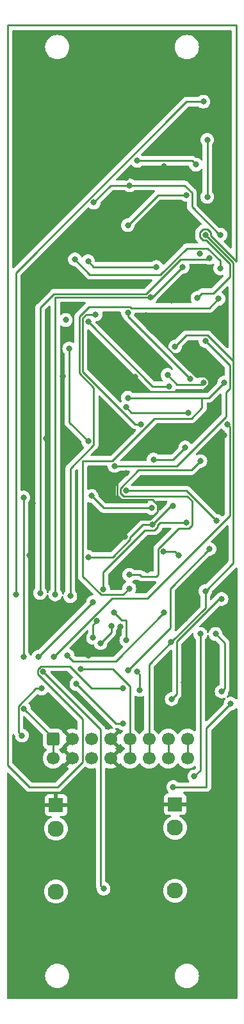
<source format=gbr>
%TF.GenerationSoftware,KiCad,Pcbnew,(7.0.0)*%
%TF.CreationDate,2023-03-14T07:08:31-07:00*%
%TF.ProjectId,wisseq,77697373-6571-42e6-9b69-6361645f7063,rev?*%
%TF.SameCoordinates,Original*%
%TF.FileFunction,Copper,L2,Bot*%
%TF.FilePolarity,Positive*%
%FSLAX46Y46*%
G04 Gerber Fmt 4.6, Leading zero omitted, Abs format (unit mm)*
G04 Created by KiCad (PCBNEW (7.0.0)) date 2023-03-14 07:08:31*
%MOMM*%
%LPD*%
G01*
G04 APERTURE LIST*
G04 Aperture macros list*
%AMRoundRect*
0 Rectangle with rounded corners*
0 $1 Rounding radius*
0 $2 $3 $4 $5 $6 $7 $8 $9 X,Y pos of 4 corners*
0 Add a 4 corners polygon primitive as box body*
4,1,4,$2,$3,$4,$5,$6,$7,$8,$9,$2,$3,0*
0 Add four circle primitives for the rounded corners*
1,1,$1+$1,$2,$3*
1,1,$1+$1,$4,$5*
1,1,$1+$1,$6,$7*
1,1,$1+$1,$8,$9*
0 Add four rect primitives between the rounded corners*
20,1,$1+$1,$2,$3,$4,$5,0*
20,1,$1+$1,$4,$5,$6,$7,0*
20,1,$1+$1,$6,$7,$8,$9,0*
20,1,$1+$1,$8,$9,$2,$3,0*%
G04 Aperture macros list end*
%TA.AperFunction,ComponentPad*%
%ADD10RoundRect,0.250000X-0.600000X0.600000X-0.600000X-0.600000X0.600000X-0.600000X0.600000X0.600000X0*%
%TD*%
%TA.AperFunction,ComponentPad*%
%ADD11C,1.700000*%
%TD*%
%TA.AperFunction,ComponentPad*%
%ADD12R,1.930000X1.830000*%
%TD*%
%TA.AperFunction,ComponentPad*%
%ADD13C,2.130000*%
%TD*%
%TA.AperFunction,ViaPad*%
%ADD14C,0.800000*%
%TD*%
%TA.AperFunction,Conductor*%
%ADD15C,0.250000*%
%TD*%
G04 APERTURE END LIST*
D10*
%TO.P,J1,1,-12v_R*%
%TO.N,-12V*%
X26110000Y-114247500D03*
D11*
%TO.P,J1,2,-12v_L*%
X26110000Y-116787500D03*
%TO.P,J1,3,GND*%
%TO.N,GND*%
X28650000Y-114247500D03*
%TO.P,J1,4,GND*%
X28650000Y-116787500D03*
%TO.P,J1,5,GND_R3*%
X31190000Y-114247500D03*
%TO.P,J1,6,GND_L3*%
X31190000Y-116787500D03*
%TO.P,J1,7,GND_R2*%
X33730000Y-114247500D03*
%TO.P,J1,8,GND_L2*%
X33730000Y-116787500D03*
%TO.P,J1,9,+12V_R*%
%TO.N,+12V*%
X36270000Y-114247500D03*
%TO.P,J1,10,+12V_L*%
X36270000Y-116787500D03*
%TO.P,J1,11,+5v_R*%
%TO.N,+5V*%
X38810000Y-114247500D03*
%TO.P,J1,12,+5v_L*%
X38810000Y-116787500D03*
%TO.P,J1,13,CV_R*%
%TO.N,Net-(J1-CV_L)*%
X41350000Y-114247500D03*
%TO.P,J1,14,CV_L*%
X41350000Y-116787500D03*
%TO.P,J1,15,GATE_R*%
%TO.N,Net-(J1-GATE_L)*%
X43890000Y-114247500D03*
%TO.P,J1,16,GATE_L*%
X43890000Y-116787500D03*
%TD*%
D12*
%TO.P,J3,S*%
%TO.N,GND*%
X42249999Y-122849999D03*
D13*
%TO.P,J3,T*%
%TO.N,Net-(D17-A)*%
X42250000Y-134250000D03*
%TO.P,J3,TN*%
%TO.N,unconnected-(J3-PadTN)*%
X42250000Y-125950000D03*
%TD*%
D12*
%TO.P,J2,S*%
%TO.N,GND*%
X26499999Y-122969999D03*
D13*
%TO.P,J2,T*%
%TO.N,Net-(U4B-+)*%
X26500000Y-134370000D03*
%TO.P,J2,TN*%
%TO.N,unconnected-(J2-PadTN)*%
X26500000Y-126070000D03*
%TD*%
D14*
%TO.N,GND*%
X36987701Y-66512299D03*
X38000000Y-65000000D03*
X37000000Y-42974500D03*
X48750500Y-74200000D03*
X39000000Y-75400000D03*
X47200000Y-71200000D03*
X46200000Y-76400000D03*
X45400000Y-81000000D03*
X38600000Y-92000000D03*
X38000000Y-88400000D03*
X38400000Y-94000000D03*
X36400000Y-85600000D03*
X35600000Y-87600000D03*
X35800000Y-79200000D03*
X38200000Y-80200000D03*
X25200000Y-74600000D03*
X27400000Y-66400000D03*
X23000000Y-90000000D03*
X23200000Y-81600000D03*
X23400000Y-83200000D03*
X22600000Y-74600000D03*
X22800000Y-66800000D03*
X22800000Y-59000000D03*
%TO.N,*%
X27800000Y-59000000D03*
%TO.N,GND*%
X36200000Y-32200000D03*
X48600000Y-34000000D03*
X26200000Y-35800000D03*
X38400000Y-58400000D03*
X41800000Y-56400000D03*
X46800000Y-103800000D03*
X45000000Y-94400000D03*
X43600000Y-98400000D03*
X43275500Y-94600000D03*
X44600000Y-101400000D03*
X43400000Y-106800000D03*
X49000000Y-99200000D03*
X35000000Y-99400000D03*
X30800000Y-103200000D03*
X33400000Y-112600000D03*
%TO.N,Net-(Q4-E)*%
X35400000Y-107600000D03*
X45200000Y-56075500D03*
%TO.N,Net-(Q8-E)*%
X43600000Y-75800000D03*
X39400000Y-77400000D03*
%TO.N,Net-(Q2-E)*%
X48200000Y-52200000D03*
X29000000Y-51000000D03*
X31912299Y-98712299D03*
X31400000Y-100899500D03*
%TO.N,Net-(Q6-E)*%
X33800000Y-99324500D03*
X32400000Y-101600000D03*
%TO.N,Net-(Q3-E)*%
X34200000Y-97600000D03*
X35800000Y-101200000D03*
%TO.N,Net-(Q7-E)*%
X46800000Y-89200000D03*
X36000000Y-105200000D03*
%TO.N,GND*%
X43000000Y-111800000D03*
%TO.N,Net-(Q5-E)*%
X48400000Y-95800000D03*
X41800000Y-109000000D03*
%TO.N,Net-(U5-Q8)*%
X37200000Y-105400000D03*
X37600000Y-107800000D03*
%TO.N,Net-(D2-A)*%
X46000000Y-30200000D03*
%TO.N,Net-(D10-A)*%
X46800000Y-50800000D03*
X24400000Y-95000000D03*
%TO.N,Net-(D11-A)*%
X26400000Y-95200000D03*
%TO.N,Net-(D12-A)*%
X48000000Y-56200000D03*
X28400000Y-95400000D03*
%TO.N,Net-(D2-A)*%
X21200000Y-95200000D03*
%TO.N,GND*%
X37400000Y-109400000D03*
%TO.N,Net-(D17-A)*%
X32800000Y-134000000D03*
X24800000Y-105400000D03*
%TO.N,Net-(D10-K)*%
X45600000Y-100400000D03*
X44800000Y-119200000D03*
%TO.N,GND*%
X31400000Y-119400000D03*
X30400000Y-122800000D03*
%TO.N,Net-(Q10-C)*%
X24600000Y-107600000D03*
X22000000Y-113800000D03*
X42000000Y-120600000D03*
X49600000Y-109600000D03*
%TO.N,clk*%
X29200000Y-107000000D03*
X35400000Y-112200000D03*
%TO.N,Net-(D16-A)*%
X31200000Y-82200000D03*
X22200000Y-103400000D03*
X22200000Y-82400000D03*
X39200000Y-83800000D03*
%TO.N,Net-(Q10-B)*%
X47600000Y-100400000D03*
X48400000Y-108000000D03*
%TO.N,Net-(D15-A)*%
X36200000Y-92600000D03*
X31400000Y-96200000D03*
X45600000Y-77600000D03*
X24200000Y-103400000D03*
%TO.N,Net-(D14-A)*%
X49200000Y-72800000D03*
X26200000Y-103400000D03*
%TO.N,Net-(D13-A)*%
X40800000Y-97600000D03*
X28000000Y-103200000D03*
%TO.N,e*%
X36200000Y-94400000D03*
%TO.N,h*%
X42000000Y-83500000D03*
%TO.N,Net-(R22-Pad2)*%
X35750000Y-81500000D03*
X47750000Y-85500000D03*
%TO.N,GND*%
X36500000Y-73750000D03*
%TO.N,Net-(SW7-B)*%
X34250000Y-78250000D03*
%TO.N,GND*%
X38500000Y-63000000D03*
X45500000Y-50250000D03*
%TO.N,Net-(D11-A)*%
X39000000Y-56000000D03*
X43250000Y-52000000D03*
%TO.N,b*%
X48250000Y-47750000D03*
%TO.N,GND*%
X40500000Y-49500000D03*
X37250000Y-48750000D03*
X35750000Y-40250000D03*
X40750000Y-38750000D03*
X41500000Y-35750000D03*
%TO.N,+5V*%
X46250000Y-47750000D03*
X42250000Y-62500000D03*
X46250000Y-94750000D03*
X41750000Y-101500000D03*
%TO.N,+12V*%
X29750000Y-105000000D03*
%TO.N,-12V*%
X22250000Y-110250000D03*
%TO.N,h*%
X30750000Y-90250000D03*
X39250000Y-86000000D03*
%TO.N,Net-(SW8-B)*%
X42750000Y-90000000D03*
X40737701Y-89487701D03*
%TO.N,Net-(SW9-B)*%
X32750000Y-94500000D03*
X43750000Y-85750000D03*
%TO.N,d*%
X31750000Y-58250000D03*
X37750000Y-72750000D03*
%TO.N,Net-(SW6-B)*%
X44000000Y-71250000D03*
X35750000Y-70500000D03*
%TO.N,Net-(SW7-B)*%
X46250000Y-61750000D03*
%TO.N,Net-(R16-Pad2)*%
X41250000Y-66250000D03*
X46000000Y-67250000D03*
%TO.N,f*%
X30750000Y-75000000D03*
X28250000Y-62750000D03*
%TO.N,e*%
X48750000Y-67250000D03*
X36000000Y-69250000D03*
%TO.N,Net-(R13-Pad2)*%
X36000000Y-58000000D03*
X44250000Y-66750000D03*
%TO.N,Net-(SW5-B)*%
X41499223Y-67748636D03*
X30750000Y-59250000D03*
%TO.N,Net-(SW4-B)*%
X30750000Y-51250000D03*
X39750000Y-52000000D03*
%TO.N,b*%
X31500000Y-43500000D03*
X36250000Y-41250000D03*
%TO.N,a*%
X45000000Y-38500000D03*
X37250000Y-38000000D03*
%TO.N,Net-(R1-Pad2)*%
X46500000Y-42750000D03*
X46500000Y-35250000D03*
%TO.N,Net-(SW3-B)*%
X36000000Y-46500000D03*
X43750000Y-42500000D03*
%TD*%
D15*
%TO.N,GND*%
X38949038Y-68473636D02*
X36987701Y-66512299D01*
X46725000Y-67550305D02*
X45801669Y-68473636D01*
X46725000Y-66949695D02*
X46725000Y-67550305D01*
X46225000Y-66449695D02*
X46725000Y-66949695D01*
X44975000Y-66449695D02*
X46225000Y-66449695D01*
X38400000Y-59874695D02*
X44975000Y-66449695D01*
X45801669Y-68473636D02*
X38949038Y-68473636D01*
X38400000Y-58400000D02*
X38400000Y-59874695D01*
%TO.N,b*%
X48150000Y-47750000D02*
X48250000Y-47750000D01*
X36250000Y-41250000D02*
X43525305Y-41250000D01*
X43525305Y-41250000D02*
X44475000Y-42199695D01*
X44475000Y-44075000D02*
X48150000Y-47750000D01*
X44475000Y-42199695D02*
X44475000Y-44075000D01*
%TO.N,GND*%
X48400000Y-74200000D02*
X48750500Y-74200000D01*
X46200000Y-76400000D02*
X48400000Y-74200000D01*
%TO.N,Net-(D14-A)*%
X49475000Y-73075000D02*
X49200000Y-72800000D01*
X49475000Y-84800305D02*
X49475000Y-73075000D01*
X33925000Y-95675000D02*
X38600305Y-95675000D01*
X26200000Y-103400000D02*
X33925000Y-95675000D01*
X38600305Y-95675000D02*
X49475000Y-84800305D01*
%TO.N,GND*%
X34575000Y-80425000D02*
X35800000Y-79200000D01*
X35075000Y-82675000D02*
X34575000Y-82175000D01*
X39275000Y-82675000D02*
X35075000Y-82675000D01*
X39925000Y-83325000D02*
X39275000Y-82675000D01*
X39925000Y-84275000D02*
X39925000Y-83325000D01*
X38925000Y-85275000D02*
X39925000Y-84275000D01*
X36725000Y-85275000D02*
X38925000Y-85275000D01*
X34575000Y-82175000D02*
X34575000Y-80425000D01*
X36400000Y-85600000D02*
X36725000Y-85275000D01*
%TO.N,Net-(D16-A)*%
X31200000Y-82200000D02*
X32800000Y-83800000D01*
X32800000Y-83800000D02*
X39200000Y-83800000D01*
%TO.N,Net-(D15-A)*%
X44400000Y-78800000D02*
X45600000Y-77600000D01*
X37424695Y-78800000D02*
X44400000Y-78800000D01*
X35025000Y-81199695D02*
X37424695Y-78800000D01*
X35025000Y-81800305D02*
X35025000Y-81199695D01*
X35449695Y-82225000D02*
X35025000Y-81800305D01*
X43838604Y-82225000D02*
X35449695Y-82225000D01*
X44475000Y-82861396D02*
X43838604Y-82225000D01*
X44475000Y-86050305D02*
X44475000Y-82861396D01*
X42725097Y-86475000D02*
X44050305Y-86475000D01*
X40012701Y-92587299D02*
X40012701Y-89187396D01*
X40012701Y-89187396D02*
X42725097Y-86475000D01*
X37600000Y-92600000D02*
X37800000Y-92800000D01*
X44050305Y-86475000D02*
X44475000Y-86050305D01*
X36200000Y-92600000D02*
X37600000Y-92600000D01*
X37800000Y-92800000D02*
X39800000Y-92800000D01*
X39800000Y-92800000D02*
X40012701Y-92587299D01*
%TO.N,Net-(SW9-B)*%
X39550305Y-86725000D02*
X38275000Y-86725000D01*
X39975000Y-86300305D02*
X39550305Y-86725000D01*
X39975000Y-86025000D02*
X39975000Y-86300305D01*
X40250000Y-85750000D02*
X39975000Y-86025000D01*
X38275000Y-86725000D02*
X32750000Y-92250000D01*
X43750000Y-85750000D02*
X40250000Y-85750000D01*
X32750000Y-92250000D02*
X32750000Y-94500000D01*
%TO.N,h*%
X33975305Y-90250000D02*
X30750000Y-90250000D01*
X36325000Y-87675000D02*
X36325000Y-87900305D01*
X38000000Y-86000000D02*
X36325000Y-87675000D01*
X39250000Y-86000000D02*
X38000000Y-86000000D01*
X36325000Y-87900305D02*
X33975305Y-90250000D01*
%TO.N,Net-(J1-GATE_L)*%
X43890000Y-114247500D02*
X43890000Y-116787500D01*
%TO.N,Net-(J1-CV_L)*%
X41350000Y-114247500D02*
X41350000Y-116787500D01*
%TO.N,Net-(D13-A)*%
X34400000Y-104000000D02*
X40800000Y-97600000D01*
X28800000Y-104000000D02*
X34400000Y-104000000D01*
X28000000Y-103200000D02*
X28800000Y-104000000D01*
%TO.N,Net-(Q4-E)*%
X31224695Y-107600000D02*
X35400000Y-107600000D01*
X24499695Y-104675000D02*
X28299695Y-104675000D01*
X30015000Y-117274201D02*
X30015000Y-111640305D01*
X26689201Y-120600000D02*
X30015000Y-117274201D01*
X23000000Y-120600000D02*
X26689201Y-120600000D01*
X20125000Y-117725000D02*
X23000000Y-120600000D01*
X24075000Y-105700305D02*
X24075000Y-105099695D01*
X20125000Y-20125000D02*
X20125000Y-117725000D01*
X50355000Y-20125000D02*
X20125000Y-20125000D01*
X50355000Y-51218604D02*
X50355000Y-20125000D01*
X24075000Y-105099695D02*
X24499695Y-104675000D01*
X46975000Y-47838604D02*
X50355000Y-51218604D01*
X46975000Y-47449695D02*
X46975000Y-47838604D01*
X46550305Y-47025000D02*
X46975000Y-47449695D01*
X45949695Y-47025000D02*
X46550305Y-47025000D01*
X45525000Y-47449695D02*
X45949695Y-47025000D01*
X28299695Y-104675000D02*
X31224695Y-107600000D01*
X45525000Y-48050305D02*
X45525000Y-47449695D01*
X45949695Y-48475000D02*
X45525000Y-48050305D01*
X46338604Y-48475000D02*
X45949695Y-48475000D01*
X49475000Y-53275500D02*
X49475000Y-51611396D01*
X47275500Y-55475000D02*
X49475000Y-53275500D01*
X30015000Y-111640305D02*
X24075000Y-105700305D01*
X49475000Y-51611396D02*
X46338604Y-48475000D01*
X45800500Y-55475000D02*
X47275500Y-55475000D01*
X45200000Y-56075500D02*
X45800500Y-55475000D01*
%TO.N,Net-(D12-A)*%
X46800000Y-57400000D02*
X48000000Y-56200000D01*
X36425305Y-57400000D02*
X46800000Y-57400000D01*
X30838604Y-57275000D02*
X36300305Y-57275000D01*
X29575000Y-65986701D02*
X29575000Y-58538604D01*
X31494149Y-75469455D02*
X31494149Y-67905850D01*
X29575000Y-58538604D02*
X30838604Y-57275000D01*
X28400000Y-78563604D02*
X31494149Y-75469455D01*
X36300305Y-57275000D02*
X36425305Y-57400000D01*
X28400000Y-95400000D02*
X28400000Y-78563604D01*
X31494149Y-67905850D02*
X29575000Y-65986701D01*
%TO.N,Net-(Q8-E)*%
X43600000Y-75800000D02*
X42000000Y-77400000D01*
X42000000Y-77400000D02*
X39400000Y-77400000D01*
%TO.N,Net-(Q2-E)*%
X48200000Y-51174695D02*
X48200000Y-52200000D01*
X46550305Y-49525000D02*
X48200000Y-51174695D01*
X43788604Y-49525000D02*
X46550305Y-49525000D01*
X40313604Y-53000000D02*
X43788604Y-49525000D01*
X31000000Y-53000000D02*
X40313604Y-53000000D01*
X29000000Y-51000000D02*
X31000000Y-53000000D01*
X31400000Y-99224598D02*
X31912299Y-98712299D01*
X31400000Y-100899500D02*
X31400000Y-99224598D01*
%TO.N,Net-(Q3-E)*%
X35800000Y-98600000D02*
X35800000Y-101200000D01*
X35200000Y-98600000D02*
X35800000Y-98600000D01*
X34200000Y-97600000D02*
X35200000Y-98600000D01*
%TO.N,Net-(Q6-E)*%
X33800000Y-100200000D02*
X33800000Y-99324500D01*
X32400000Y-101600000D02*
X33800000Y-100200000D01*
%TO.N,Net-(Q7-E)*%
X41600000Y-99600000D02*
X41600000Y-94400000D01*
X36000000Y-105200000D02*
X41600000Y-99600000D01*
X41600000Y-94400000D02*
X46800000Y-89200000D01*
%TO.N,Net-(Q5-E)*%
X48086396Y-95800000D02*
X48400000Y-95800000D01*
X42475000Y-101411396D02*
X48086396Y-95800000D01*
X42475000Y-108325000D02*
X42475000Y-101411396D01*
X41800000Y-109000000D02*
X42475000Y-108325000D01*
%TO.N,Net-(U5-Q8)*%
X37600000Y-107800000D02*
X37600000Y-105800000D01*
X37600000Y-105800000D02*
X37200000Y-105400000D01*
%TO.N,Net-(D2-A)*%
X21200000Y-52774695D02*
X43774695Y-30200000D01*
X43774695Y-30200000D02*
X46000000Y-30200000D01*
X21200000Y-95200000D02*
X21200000Y-52774695D01*
%TO.N,Net-(D10-A)*%
X46625000Y-50975000D02*
X46800000Y-50800000D01*
X42975000Y-50975000D02*
X46625000Y-50975000D01*
X38400000Y-55550000D02*
X42975000Y-50975000D01*
X26238299Y-55550000D02*
X38400000Y-55550000D01*
X24400000Y-57388299D02*
X26238299Y-55550000D01*
X24400000Y-95000000D02*
X24400000Y-57388299D01*
%TO.N,Net-(D11-A)*%
X26424695Y-56000000D02*
X39000000Y-56000000D01*
X26400000Y-56024695D02*
X26424695Y-56000000D01*
X26400000Y-95200000D02*
X26400000Y-56024695D01*
%TO.N,Net-(D17-A)*%
X32400000Y-113000000D02*
X32400000Y-133600000D01*
X32400000Y-133600000D02*
X32800000Y-134000000D01*
X24800000Y-105400000D02*
X32400000Y-113000000D01*
%TO.N,Net-(D10-K)*%
X45600000Y-118400000D02*
X44800000Y-119200000D01*
X45600000Y-100400000D02*
X45600000Y-118400000D01*
%TO.N,Net-(Q10-C)*%
X23874695Y-107600000D02*
X24600000Y-107600000D01*
X21525000Y-109949695D02*
X23874695Y-107600000D01*
X21525000Y-113325000D02*
X21525000Y-109949695D01*
X22000000Y-113800000D02*
X21525000Y-113325000D01*
X46400000Y-120600000D02*
X42000000Y-120600000D01*
X49600000Y-109600000D02*
X46400000Y-112800000D01*
X46400000Y-112800000D02*
X46400000Y-120600000D01*
%TO.N,clk*%
X35400000Y-112200000D02*
X34400000Y-112200000D01*
X34400000Y-112200000D02*
X29200000Y-107000000D01*
%TO.N,Net-(D16-A)*%
X22200000Y-103400000D02*
X22200000Y-82400000D01*
%TO.N,Net-(Q10-B)*%
X48800000Y-107600000D02*
X48400000Y-108000000D01*
X48800000Y-101600000D02*
X48800000Y-107600000D01*
X47600000Y-100400000D02*
X48800000Y-101600000D01*
%TO.N,Net-(D15-A)*%
X24200000Y-103400000D02*
X31400000Y-96200000D01*
%TO.N,e*%
X45800000Y-70600000D02*
X45800000Y-69250000D01*
X44425000Y-71975000D02*
X45800000Y-70600000D01*
X39550305Y-71975000D02*
X44425000Y-71975000D01*
X33950305Y-77575000D02*
X39550305Y-71975000D01*
X30025000Y-77575000D02*
X33950305Y-77575000D01*
X30025000Y-92800305D02*
X30025000Y-77575000D01*
X32449695Y-95225000D02*
X30025000Y-92800305D01*
X35375000Y-95225000D02*
X32449695Y-95225000D01*
X36200000Y-94400000D02*
X35375000Y-95225000D01*
X36000000Y-69250000D02*
X45800000Y-69250000D01*
X45800000Y-69250000D02*
X46750000Y-69250000D01*
%TO.N,+5V*%
X46250000Y-97000000D02*
X46250000Y-94750000D01*
X41750000Y-101500000D02*
X46250000Y-97000000D01*
X41750000Y-101500000D02*
X38810000Y-104440000D01*
X38810000Y-104440000D02*
X38810000Y-114247500D01*
%TO.N,h*%
X41750000Y-83500000D02*
X42000000Y-83500000D01*
X39250000Y-86000000D02*
X41750000Y-83500000D01*
%TO.N,Net-(R22-Pad2)*%
X43750000Y-81500000D02*
X47750000Y-85500000D01*
X35750000Y-81500000D02*
X43750000Y-81500000D01*
%TO.N,Net-(SW7-B)*%
X42500000Y-78250000D02*
X49000000Y-71750000D01*
X34250000Y-78250000D02*
X42500000Y-78250000D01*
X49000000Y-71750000D02*
X49000000Y-68500000D01*
X49000000Y-68500000D02*
X49475000Y-68025000D01*
%TO.N,Net-(D11-A)*%
X39250000Y-56000000D02*
X39000000Y-56000000D01*
X43250000Y-52000000D02*
X39250000Y-56000000D01*
%TO.N,+5V*%
X49925000Y-51425000D02*
X46250000Y-47750000D01*
X49925000Y-64399695D02*
X49925000Y-51425000D01*
X46550305Y-61025000D02*
X43725000Y-61025000D01*
X49925000Y-64399695D02*
X46550305Y-61025000D01*
X49925000Y-91075000D02*
X49925000Y-64399695D01*
X43725000Y-61025000D02*
X42250000Y-62500000D01*
X46250000Y-94750000D02*
X49925000Y-91075000D01*
%TO.N,+12V*%
X34000000Y-105000000D02*
X29750000Y-105000000D01*
X36270000Y-107270000D02*
X34000000Y-105000000D01*
X36270000Y-114247500D02*
X36270000Y-107270000D01*
%TO.N,-12V*%
X26110000Y-114110000D02*
X22250000Y-110250000D01*
X26110000Y-114247500D02*
X26110000Y-114110000D01*
%TO.N,+5V*%
X38810000Y-114247500D02*
X38810000Y-116787500D01*
%TO.N,+12V*%
X36270000Y-116787500D02*
X36270000Y-114247500D01*
%TO.N,-12V*%
X26110000Y-114247500D02*
X26110000Y-116787500D01*
%TO.N,Net-(SW8-B)*%
X42237701Y-89487701D02*
X42750000Y-90000000D01*
X40737701Y-89487701D02*
X42237701Y-89487701D01*
%TO.N,d*%
X30500000Y-58250000D02*
X31750000Y-58250000D01*
X30025000Y-65800305D02*
X30025000Y-58725000D01*
X36974695Y-72750000D02*
X30025000Y-65800305D01*
X37750000Y-72750000D02*
X36974695Y-72750000D01*
X30025000Y-58725000D02*
X30500000Y-58250000D01*
%TO.N,Net-(SW6-B)*%
X36500000Y-71250000D02*
X44000000Y-71250000D01*
X35750000Y-70500000D02*
X36500000Y-71250000D01*
%TO.N,Net-(SW7-B)*%
X49475000Y-68025000D02*
X49475000Y-64975000D01*
X49475000Y-64975000D02*
X46250000Y-61750000D01*
%TO.N,Net-(R16-Pad2)*%
X41250000Y-66250000D02*
X42475000Y-67475000D01*
X42475000Y-67475000D02*
X45775000Y-67475000D01*
X45775000Y-67475000D02*
X46000000Y-67250000D01*
%TO.N,f*%
X28250000Y-72500000D02*
X30750000Y-75000000D01*
X28250000Y-62750000D02*
X28250000Y-72500000D01*
%TO.N,e*%
X46750000Y-69250000D02*
X48750000Y-67250000D01*
%TO.N,Net-(R13-Pad2)*%
X36000000Y-58500000D02*
X36000000Y-58000000D01*
X44250000Y-66750000D02*
X36000000Y-58500000D01*
%TO.N,Net-(SW5-B)*%
X39248636Y-67748636D02*
X30750000Y-59250000D01*
X41499223Y-67748636D02*
X39248636Y-67748636D01*
%TO.N,Net-(SW4-B)*%
X31500000Y-52000000D02*
X30750000Y-51250000D01*
X39750000Y-52000000D02*
X31500000Y-52000000D01*
%TO.N,b*%
X33750000Y-41250000D02*
X31500000Y-43500000D01*
X36250000Y-41250000D02*
X33750000Y-41250000D01*
%TO.N,a*%
X37250000Y-38000000D02*
X44500000Y-38000000D01*
X44500000Y-38000000D02*
X45000000Y-38500000D01*
%TO.N,Net-(R1-Pad2)*%
X46500000Y-35250000D02*
X46500000Y-42750000D01*
%TO.N,Net-(SW3-B)*%
X36000000Y-46500000D02*
X40000000Y-42500000D01*
X40000000Y-42500000D02*
X43750000Y-42500000D01*
%TD*%
%TA.AperFunction,Conductor*%
%TO.N,GND*%
G36*
X50426268Y-110190200D02*
G01*
X50465389Y-110234574D01*
X50479500Y-110292023D01*
X50479500Y-148375500D01*
X50462887Y-148437500D01*
X50417500Y-148482887D01*
X50355500Y-148499500D01*
X20124500Y-148499500D01*
X20062500Y-148482887D01*
X20017113Y-148437500D01*
X20000500Y-148375500D01*
X20000500Y-145500000D01*
X25074551Y-145500000D01*
X25094317Y-145751148D01*
X25095452Y-145755877D01*
X25095453Y-145755881D01*
X25151989Y-145991374D01*
X25151991Y-145991382D01*
X25153127Y-145996111D01*
X25249534Y-146228859D01*
X25252081Y-146233016D01*
X25252082Y-146233017D01*
X25378617Y-146439504D01*
X25378622Y-146439511D01*
X25381164Y-146443659D01*
X25384324Y-146447358D01*
X25384327Y-146447363D01*
X25534845Y-146623596D01*
X25544776Y-146635224D01*
X25548476Y-146638384D01*
X25730705Y-146794023D01*
X25736341Y-146798836D01*
X25740491Y-146801379D01*
X25740495Y-146801382D01*
X25852300Y-146869896D01*
X25951141Y-146930466D01*
X26183889Y-147026873D01*
X26428852Y-147085683D01*
X26680000Y-147105449D01*
X26931148Y-147085683D01*
X27176111Y-147026873D01*
X27408859Y-146930466D01*
X27623659Y-146798836D01*
X27815224Y-146635224D01*
X27978836Y-146443659D01*
X28110466Y-146228859D01*
X28206873Y-145996111D01*
X28265683Y-145751148D01*
X28285449Y-145500000D01*
X42194551Y-145500000D01*
X42214317Y-145751148D01*
X42215452Y-145755877D01*
X42215453Y-145755881D01*
X42271989Y-145991374D01*
X42271991Y-145991382D01*
X42273127Y-145996111D01*
X42369534Y-146228859D01*
X42372081Y-146233016D01*
X42372082Y-146233017D01*
X42498617Y-146439504D01*
X42498622Y-146439511D01*
X42501164Y-146443659D01*
X42504324Y-146447358D01*
X42504327Y-146447363D01*
X42654845Y-146623596D01*
X42664776Y-146635224D01*
X42668476Y-146638384D01*
X42850705Y-146794023D01*
X42856341Y-146798836D01*
X42860491Y-146801379D01*
X42860495Y-146801382D01*
X42972300Y-146869896D01*
X43071141Y-146930466D01*
X43303889Y-147026873D01*
X43548852Y-147085683D01*
X43800000Y-147105449D01*
X44051148Y-147085683D01*
X44296111Y-147026873D01*
X44528859Y-146930466D01*
X44743659Y-146798836D01*
X44935224Y-146635224D01*
X45098836Y-146443659D01*
X45230466Y-146228859D01*
X45326873Y-145996111D01*
X45385683Y-145751148D01*
X45405449Y-145500000D01*
X45385683Y-145248852D01*
X45326873Y-145003889D01*
X45230466Y-144771141D01*
X45098836Y-144556341D01*
X44935224Y-144364776D01*
X44931523Y-144361615D01*
X44747363Y-144204327D01*
X44747358Y-144204324D01*
X44743659Y-144201164D01*
X44739511Y-144198622D01*
X44739504Y-144198617D01*
X44533017Y-144072082D01*
X44533016Y-144072081D01*
X44528859Y-144069534D01*
X44296111Y-143973127D01*
X44291382Y-143971991D01*
X44291374Y-143971989D01*
X44055881Y-143915453D01*
X44055877Y-143915452D01*
X44051148Y-143914317D01*
X44046295Y-143913935D01*
X43804854Y-143894933D01*
X43800000Y-143894551D01*
X43795146Y-143894933D01*
X43553704Y-143913935D01*
X43553702Y-143913935D01*
X43548852Y-143914317D01*
X43544124Y-143915451D01*
X43544118Y-143915453D01*
X43308625Y-143971989D01*
X43308613Y-143971992D01*
X43303889Y-143973127D01*
X43299392Y-143974989D01*
X43299388Y-143974991D01*
X43075645Y-144067668D01*
X43075640Y-144067670D01*
X43071141Y-144069534D01*
X43066988Y-144072078D01*
X43066982Y-144072082D01*
X42860495Y-144198617D01*
X42860482Y-144198626D01*
X42856341Y-144201164D01*
X42852646Y-144204319D01*
X42852636Y-144204327D01*
X42668476Y-144361615D01*
X42668469Y-144361621D01*
X42664776Y-144364776D01*
X42661621Y-144368469D01*
X42661615Y-144368476D01*
X42504327Y-144552636D01*
X42504319Y-144552646D01*
X42501164Y-144556341D01*
X42498626Y-144560482D01*
X42498617Y-144560495D01*
X42372082Y-144766982D01*
X42372078Y-144766988D01*
X42369534Y-144771141D01*
X42367670Y-144775640D01*
X42367668Y-144775645D01*
X42274991Y-144999388D01*
X42273127Y-145003889D01*
X42271992Y-145008613D01*
X42271989Y-145008625D01*
X42215453Y-145244118D01*
X42215451Y-145244124D01*
X42214317Y-145248852D01*
X42194551Y-145500000D01*
X28285449Y-145500000D01*
X28265683Y-145248852D01*
X28206873Y-145003889D01*
X28110466Y-144771141D01*
X27978836Y-144556341D01*
X27815224Y-144364776D01*
X27811523Y-144361615D01*
X27627363Y-144204327D01*
X27627358Y-144204324D01*
X27623659Y-144201164D01*
X27619511Y-144198622D01*
X27619504Y-144198617D01*
X27413017Y-144072082D01*
X27413016Y-144072081D01*
X27408859Y-144069534D01*
X27176111Y-143973127D01*
X27171382Y-143971991D01*
X27171374Y-143971989D01*
X26935881Y-143915453D01*
X26935877Y-143915452D01*
X26931148Y-143914317D01*
X26926295Y-143913935D01*
X26684854Y-143894933D01*
X26680000Y-143894551D01*
X26675146Y-143894933D01*
X26433704Y-143913935D01*
X26433702Y-143913935D01*
X26428852Y-143914317D01*
X26424124Y-143915451D01*
X26424118Y-143915453D01*
X26188625Y-143971989D01*
X26188613Y-143971992D01*
X26183889Y-143973127D01*
X26179392Y-143974989D01*
X26179388Y-143974991D01*
X25955645Y-144067668D01*
X25955640Y-144067670D01*
X25951141Y-144069534D01*
X25946988Y-144072078D01*
X25946982Y-144072082D01*
X25740495Y-144198617D01*
X25740482Y-144198626D01*
X25736341Y-144201164D01*
X25732646Y-144204319D01*
X25732636Y-144204327D01*
X25548476Y-144361615D01*
X25548469Y-144361621D01*
X25544776Y-144364776D01*
X25541621Y-144368469D01*
X25541615Y-144368476D01*
X25384327Y-144552636D01*
X25384319Y-144552646D01*
X25381164Y-144556341D01*
X25378626Y-144560482D01*
X25378617Y-144560495D01*
X25252082Y-144766982D01*
X25252078Y-144766988D01*
X25249534Y-144771141D01*
X25247670Y-144775640D01*
X25247668Y-144775645D01*
X25154991Y-144999388D01*
X25153127Y-145003889D01*
X25151992Y-145008613D01*
X25151989Y-145008625D01*
X25095453Y-145244118D01*
X25095451Y-145244124D01*
X25094317Y-145248852D01*
X25074551Y-145500000D01*
X20000500Y-145500000D01*
X20000500Y-138000000D01*
X21499459Y-138000000D01*
X21499617Y-138000383D01*
X21499901Y-138000500D01*
X24487944Y-138000500D01*
X24500099Y-138000500D01*
X24500383Y-138000383D01*
X24500541Y-138000000D01*
X26499459Y-138000000D01*
X26499617Y-138000383D01*
X26499901Y-138000500D01*
X29487944Y-138000500D01*
X29500099Y-138000500D01*
X29500383Y-138000383D01*
X29500541Y-138000000D01*
X31499459Y-138000000D01*
X31499617Y-138000383D01*
X31499901Y-138000500D01*
X34487944Y-138000500D01*
X34500099Y-138000500D01*
X34500383Y-138000383D01*
X34500541Y-138000000D01*
X36499459Y-138000000D01*
X36499617Y-138000383D01*
X36499901Y-138000500D01*
X39487944Y-138000500D01*
X39500099Y-138000500D01*
X39500383Y-138000383D01*
X39500541Y-138000000D01*
X41499459Y-138000000D01*
X41499617Y-138000383D01*
X41499901Y-138000500D01*
X44487944Y-138000500D01*
X44500099Y-138000500D01*
X44500383Y-138000383D01*
X44500541Y-138000000D01*
X46499459Y-138000000D01*
X46499617Y-138000383D01*
X46499901Y-138000500D01*
X49487944Y-138000500D01*
X49500099Y-138000500D01*
X49500383Y-138000383D01*
X49500541Y-138000000D01*
X49500383Y-137999617D01*
X49500099Y-137999500D01*
X46499901Y-137999500D01*
X46499617Y-137999617D01*
X46499459Y-138000000D01*
X44500541Y-138000000D01*
X44500383Y-137999617D01*
X44500099Y-137999500D01*
X41499901Y-137999500D01*
X41499617Y-137999617D01*
X41499459Y-138000000D01*
X39500541Y-138000000D01*
X39500383Y-137999617D01*
X39500099Y-137999500D01*
X36499901Y-137999500D01*
X36499617Y-137999617D01*
X36499459Y-138000000D01*
X34500541Y-138000000D01*
X34500383Y-137999617D01*
X34500099Y-137999500D01*
X31499901Y-137999500D01*
X31499617Y-137999617D01*
X31499459Y-138000000D01*
X29500541Y-138000000D01*
X29500383Y-137999617D01*
X29500099Y-137999500D01*
X26499901Y-137999500D01*
X26499617Y-137999617D01*
X26499459Y-138000000D01*
X24500541Y-138000000D01*
X24500383Y-137999617D01*
X24500099Y-137999500D01*
X21499901Y-137999500D01*
X21499617Y-137999617D01*
X21499459Y-138000000D01*
X20000500Y-138000000D01*
X20000500Y-134370000D01*
X24929659Y-134370000D01*
X24930041Y-134374854D01*
X24939548Y-134495655D01*
X24948993Y-134615655D01*
X24950128Y-134620384D01*
X24950129Y-134620388D01*
X25005379Y-134850525D01*
X25005381Y-134850533D01*
X25006517Y-134855262D01*
X25100816Y-135082920D01*
X25229567Y-135293023D01*
X25232731Y-135296728D01*
X25232735Y-135296733D01*
X25287111Y-135360399D01*
X25389601Y-135480399D01*
X25393308Y-135483565D01*
X25573266Y-135637264D01*
X25573269Y-135637266D01*
X25576977Y-135640433D01*
X25787080Y-135769184D01*
X26014738Y-135863483D01*
X26254345Y-135921007D01*
X26500000Y-135940341D01*
X26745655Y-135921007D01*
X26985262Y-135863483D01*
X27212920Y-135769184D01*
X27423023Y-135640433D01*
X27610399Y-135480399D01*
X27770433Y-135293023D01*
X27899184Y-135082920D01*
X27993483Y-134855262D01*
X28051007Y-134615655D01*
X28070341Y-134370000D01*
X28051007Y-134124345D01*
X27993483Y-133884738D01*
X27899184Y-133657080D01*
X27770433Y-133446977D01*
X27667943Y-133326977D01*
X27613565Y-133263308D01*
X27610399Y-133259601D01*
X27556081Y-133213209D01*
X27426733Y-133102735D01*
X27426728Y-133102731D01*
X27423023Y-133099567D01*
X27212920Y-132970816D01*
X26985262Y-132876517D01*
X26980533Y-132875381D01*
X26980525Y-132875379D01*
X26750388Y-132820129D01*
X26750384Y-132820128D01*
X26745655Y-132818993D01*
X26740802Y-132818611D01*
X26504854Y-132800041D01*
X26500000Y-132799659D01*
X26495146Y-132800041D01*
X26259197Y-132818611D01*
X26259195Y-132818611D01*
X26254345Y-132818993D01*
X26249617Y-132820127D01*
X26249611Y-132820129D01*
X26019474Y-132875379D01*
X26019462Y-132875382D01*
X26014738Y-132876517D01*
X26010241Y-132878379D01*
X26010237Y-132878381D01*
X25791584Y-132968950D01*
X25791579Y-132968952D01*
X25787080Y-132970816D01*
X25782927Y-132973360D01*
X25782921Y-132973364D01*
X25581134Y-133097019D01*
X25581128Y-133097022D01*
X25576977Y-133099567D01*
X25573277Y-133102726D01*
X25573266Y-133102735D01*
X25393308Y-133256434D01*
X25393301Y-133256440D01*
X25389601Y-133259601D01*
X25386440Y-133263301D01*
X25386434Y-133263308D01*
X25232735Y-133443266D01*
X25232726Y-133443277D01*
X25229567Y-133446977D01*
X25227022Y-133451128D01*
X25227019Y-133451134D01*
X25103364Y-133652921D01*
X25103360Y-133652927D01*
X25100816Y-133657080D01*
X25098952Y-133661579D01*
X25098950Y-133661584D01*
X25054261Y-133769474D01*
X25006517Y-133884738D01*
X25005382Y-133889462D01*
X25005379Y-133889474D01*
X24950129Y-134119611D01*
X24950127Y-134119617D01*
X24948993Y-134124345D01*
X24929659Y-134370000D01*
X20000500Y-134370000D01*
X20000500Y-126070000D01*
X24929659Y-126070000D01*
X24930041Y-126074854D01*
X24939548Y-126195655D01*
X24948993Y-126315655D01*
X24950128Y-126320384D01*
X24950129Y-126320388D01*
X25005379Y-126550525D01*
X25005381Y-126550533D01*
X25006517Y-126555262D01*
X25100816Y-126782920D01*
X25229567Y-126993023D01*
X25232731Y-126996728D01*
X25232735Y-126996733D01*
X25287111Y-127060399D01*
X25389601Y-127180399D01*
X25393308Y-127183565D01*
X25573266Y-127337264D01*
X25573269Y-127337266D01*
X25576977Y-127340433D01*
X25787080Y-127469184D01*
X26014738Y-127563483D01*
X26254345Y-127621007D01*
X26500000Y-127640341D01*
X26745655Y-127621007D01*
X26985262Y-127563483D01*
X27212920Y-127469184D01*
X27423023Y-127340433D01*
X27610399Y-127180399D01*
X27770433Y-126993023D01*
X27899184Y-126782920D01*
X27993483Y-126555262D01*
X28051007Y-126315655D01*
X28070341Y-126070000D01*
X28051007Y-125824345D01*
X27993483Y-125584738D01*
X27899184Y-125357080D01*
X27770433Y-125146977D01*
X27667943Y-125026977D01*
X27613565Y-124963308D01*
X27610399Y-124959601D01*
X27606691Y-124956434D01*
X27426733Y-124802735D01*
X27426728Y-124802731D01*
X27423023Y-124799567D01*
X27212920Y-124670816D01*
X27098835Y-124623560D01*
X27045971Y-124581885D01*
X27022671Y-124518729D01*
X27035804Y-124452705D01*
X27081499Y-124403273D01*
X27146289Y-124385000D01*
X27509518Y-124385000D01*
X27516114Y-124384646D01*
X27564667Y-124379426D01*
X27579641Y-124375888D01*
X27698777Y-124331452D01*
X27714189Y-124323037D01*
X27815092Y-124247501D01*
X27827501Y-124235092D01*
X27903037Y-124134189D01*
X27911452Y-124118777D01*
X27955888Y-123999641D01*
X27959426Y-123984667D01*
X27964646Y-123936114D01*
X27965000Y-123929518D01*
X27965000Y-123236326D01*
X27961549Y-123223450D01*
X27948674Y-123220000D01*
X25051326Y-123220000D01*
X25038450Y-123223450D01*
X25035000Y-123236326D01*
X25035000Y-123929518D01*
X25035353Y-123936114D01*
X25040573Y-123984667D01*
X25044111Y-123999641D01*
X25088547Y-124118777D01*
X25096962Y-124134189D01*
X25172498Y-124235092D01*
X25184907Y-124247501D01*
X25285810Y-124323037D01*
X25301222Y-124331452D01*
X25420358Y-124375888D01*
X25435332Y-124379426D01*
X25483885Y-124384646D01*
X25490482Y-124385000D01*
X25853711Y-124385000D01*
X25918501Y-124403273D01*
X25964196Y-124452705D01*
X25977329Y-124518729D01*
X25954029Y-124581885D01*
X25901164Y-124623561D01*
X25791584Y-124668950D01*
X25791579Y-124668952D01*
X25787080Y-124670816D01*
X25782927Y-124673360D01*
X25782921Y-124673364D01*
X25581134Y-124797019D01*
X25581128Y-124797022D01*
X25576977Y-124799567D01*
X25573277Y-124802726D01*
X25573266Y-124802735D01*
X25393308Y-124956434D01*
X25393301Y-124956440D01*
X25389601Y-124959601D01*
X25386440Y-124963301D01*
X25386434Y-124963308D01*
X25232735Y-125143266D01*
X25232726Y-125143277D01*
X25229567Y-125146977D01*
X25227022Y-125151128D01*
X25227019Y-125151134D01*
X25103364Y-125352921D01*
X25103360Y-125352927D01*
X25100816Y-125357080D01*
X25098952Y-125361579D01*
X25098950Y-125361584D01*
X25054261Y-125469474D01*
X25006517Y-125584738D01*
X25005382Y-125589462D01*
X25005379Y-125589474D01*
X24950129Y-125819611D01*
X24950127Y-125819617D01*
X24948993Y-125824345D01*
X24929659Y-126070000D01*
X20000500Y-126070000D01*
X20000500Y-122703674D01*
X25035000Y-122703674D01*
X25038450Y-122716549D01*
X25051326Y-122720000D01*
X26233674Y-122720000D01*
X26246549Y-122716549D01*
X26250000Y-122703674D01*
X26750000Y-122703674D01*
X26753450Y-122716549D01*
X26766326Y-122720000D01*
X27948674Y-122720000D01*
X27961549Y-122716549D01*
X27965000Y-122703674D01*
X27965000Y-122010482D01*
X27964646Y-122003885D01*
X27959426Y-121955332D01*
X27955888Y-121940358D01*
X27911452Y-121821222D01*
X27903037Y-121805810D01*
X27827501Y-121704907D01*
X27815092Y-121692498D01*
X27714189Y-121616962D01*
X27698777Y-121608547D01*
X27579641Y-121564111D01*
X27564667Y-121560573D01*
X27516114Y-121555353D01*
X27509518Y-121555000D01*
X26766326Y-121555000D01*
X26753450Y-121558450D01*
X26750000Y-121571326D01*
X26750000Y-122703674D01*
X26250000Y-122703674D01*
X26250000Y-121571326D01*
X26246549Y-121558450D01*
X26233674Y-121555000D01*
X25490482Y-121555000D01*
X25483885Y-121555353D01*
X25435332Y-121560573D01*
X25420358Y-121564111D01*
X25301222Y-121608547D01*
X25285810Y-121616962D01*
X25184907Y-121692498D01*
X25172498Y-121704907D01*
X25096962Y-121805810D01*
X25088547Y-121821222D01*
X25044111Y-121940358D01*
X25040573Y-121955332D01*
X25035353Y-122003885D01*
X25035000Y-122010482D01*
X25035000Y-122703674D01*
X20000500Y-122703674D01*
X20000500Y-118784452D01*
X20014015Y-118728157D01*
X20051615Y-118684134D01*
X20105102Y-118661979D01*
X20162818Y-118666521D01*
X20212180Y-118696770D01*
X21388297Y-119872888D01*
X22502707Y-120987298D01*
X22510159Y-120995487D01*
X22514214Y-121001877D01*
X22563223Y-121047900D01*
X22566020Y-121050611D01*
X22585529Y-121070120D01*
X22588709Y-121072587D01*
X22597571Y-121080155D01*
X22603567Y-121085786D01*
X22623732Y-121104723D01*
X22623734Y-121104724D01*
X22629418Y-121110062D01*
X22636251Y-121113818D01*
X22636252Y-121113819D01*
X22646973Y-121119713D01*
X22663234Y-121130394D01*
X22679064Y-121142673D01*
X22686224Y-121145771D01*
X22686225Y-121145772D01*
X22699812Y-121151651D01*
X22719154Y-121160021D01*
X22729631Y-121165154D01*
X22767908Y-121186197D01*
X22783656Y-121190240D01*
X22787305Y-121191177D01*
X22805719Y-121197481D01*
X22824104Y-121205438D01*
X22867265Y-121212273D01*
X22878664Y-121214634D01*
X22920981Y-121225500D01*
X22941017Y-121225500D01*
X22960402Y-121227025D01*
X22980196Y-121230160D01*
X23018276Y-121226560D01*
X23023676Y-121226050D01*
X23035345Y-121225500D01*
X26611426Y-121225500D01*
X26622481Y-121226021D01*
X26629868Y-121227673D01*
X26697073Y-121225561D01*
X26700969Y-121225500D01*
X26724649Y-121225500D01*
X26728551Y-121225500D01*
X26732514Y-121224999D01*
X26744164Y-121224080D01*
X26787828Y-121222709D01*
X26807062Y-121217119D01*
X26826118Y-121213174D01*
X26826253Y-121213157D01*
X26845993Y-121210664D01*
X26886596Y-121194587D01*
X26897651Y-121190802D01*
X26939591Y-121178618D01*
X26956830Y-121168422D01*
X26974304Y-121159862D01*
X26985675Y-121155360D01*
X26985677Y-121155358D01*
X26992933Y-121152486D01*
X27028270Y-121126811D01*
X27038025Y-121120403D01*
X27075621Y-121098170D01*
X27089785Y-121084005D01*
X27104580Y-121071368D01*
X27120788Y-121059594D01*
X27148629Y-121025938D01*
X27156480Y-121017309D01*
X30262562Y-117911228D01*
X30311235Y-117881207D01*
X30368210Y-117876222D01*
X30421362Y-117897339D01*
X30507983Y-117957992D01*
X30517328Y-117963388D01*
X30721602Y-118058643D01*
X30731736Y-118062331D01*
X30949446Y-118120666D01*
X30960077Y-118122541D01*
X31184605Y-118142185D01*
X31195395Y-118142185D01*
X31419922Y-118122541D01*
X31430553Y-118120666D01*
X31618406Y-118070332D01*
X31674691Y-118068490D01*
X31725986Y-118091731D01*
X31761712Y-118135263D01*
X31774500Y-118190107D01*
X31774500Y-133522225D01*
X31773978Y-133533280D01*
X31772327Y-133540667D01*
X31772571Y-133548453D01*
X31772571Y-133548461D01*
X31774439Y-133607873D01*
X31774500Y-133611768D01*
X31774500Y-133639350D01*
X31774988Y-133643219D01*
X31774989Y-133643225D01*
X31775004Y-133643343D01*
X31775918Y-133654966D01*
X31777045Y-133690830D01*
X31777046Y-133690837D01*
X31777291Y-133698627D01*
X31779467Y-133706119D01*
X31779468Y-133706121D01*
X31782879Y-133717862D01*
X31786825Y-133736915D01*
X31789336Y-133756792D01*
X31792206Y-133764042D01*
X31792208Y-133764048D01*
X31805414Y-133797404D01*
X31809197Y-133808451D01*
X31821382Y-133850390D01*
X31825353Y-133857105D01*
X31825354Y-133857107D01*
X31831581Y-133867637D01*
X31840136Y-133885099D01*
X31844642Y-133896480D01*
X31844643Y-133896483D01*
X31847514Y-133903732D01*
X31852098Y-133910041D01*
X31852099Y-133910043D01*
X31871537Y-133936797D01*
X31889150Y-133971364D01*
X31893699Y-134000088D01*
X31894540Y-134000000D01*
X31913646Y-134181795D01*
X31913647Y-134181803D01*
X31914326Y-134188256D01*
X31916331Y-134194428D01*
X31916333Y-134194435D01*
X31935965Y-134254854D01*
X31972821Y-134368284D01*
X31976068Y-134373908D01*
X31976069Y-134373910D01*
X32046358Y-134495655D01*
X32067467Y-134532216D01*
X32071811Y-134537041D01*
X32071813Y-134537043D01*
X32189779Y-134668057D01*
X32194129Y-134672888D01*
X32347270Y-134784151D01*
X32520197Y-134861144D01*
X32705354Y-134900500D01*
X32888143Y-134900500D01*
X32894646Y-134900500D01*
X33079803Y-134861144D01*
X33252730Y-134784151D01*
X33405871Y-134672888D01*
X33532533Y-134532216D01*
X33627179Y-134368284D01*
X33665612Y-134250000D01*
X40679659Y-134250000D01*
X40698993Y-134495655D01*
X40700128Y-134500384D01*
X40700129Y-134500388D01*
X40755379Y-134730525D01*
X40755381Y-134730533D01*
X40756517Y-134735262D01*
X40850816Y-134962920D01*
X40979567Y-135173023D01*
X40982731Y-135176728D01*
X40982735Y-135176733D01*
X41085225Y-135296733D01*
X41139601Y-135360399D01*
X41143308Y-135363565D01*
X41323266Y-135517264D01*
X41323269Y-135517266D01*
X41326977Y-135520433D01*
X41537080Y-135649184D01*
X41764738Y-135743483D01*
X42004345Y-135801007D01*
X42250000Y-135820341D01*
X42495655Y-135801007D01*
X42735262Y-135743483D01*
X42962920Y-135649184D01*
X43173023Y-135520433D01*
X43360399Y-135360399D01*
X43520433Y-135173023D01*
X43649184Y-134962920D01*
X43743483Y-134735262D01*
X43801007Y-134495655D01*
X43820341Y-134250000D01*
X43801007Y-134004345D01*
X43743483Y-133764738D01*
X43649184Y-133537080D01*
X43520433Y-133326977D01*
X43428783Y-133219669D01*
X43363565Y-133143308D01*
X43360399Y-133139601D01*
X43337789Y-133120290D01*
X43176733Y-132982735D01*
X43176728Y-132982731D01*
X43173023Y-132979567D01*
X42962920Y-132850816D01*
X42735262Y-132756517D01*
X42730533Y-132755381D01*
X42730525Y-132755379D01*
X42500388Y-132700129D01*
X42500384Y-132700128D01*
X42495655Y-132698993D01*
X42490802Y-132698611D01*
X42254854Y-132680041D01*
X42250000Y-132679659D01*
X42245146Y-132680041D01*
X42009197Y-132698611D01*
X42009195Y-132698611D01*
X42004345Y-132698993D01*
X41999617Y-132700127D01*
X41999611Y-132700129D01*
X41769474Y-132755379D01*
X41769462Y-132755382D01*
X41764738Y-132756517D01*
X41760241Y-132758379D01*
X41760237Y-132758381D01*
X41541584Y-132848950D01*
X41541579Y-132848952D01*
X41537080Y-132850816D01*
X41532927Y-132853360D01*
X41532921Y-132853364D01*
X41331134Y-132977019D01*
X41331128Y-132977022D01*
X41326977Y-132979567D01*
X41323277Y-132982726D01*
X41323266Y-132982735D01*
X41143308Y-133136434D01*
X41143301Y-133136440D01*
X41139601Y-133139601D01*
X41136440Y-133143301D01*
X41136434Y-133143308D01*
X40982735Y-133323266D01*
X40982726Y-133323277D01*
X40979567Y-133326977D01*
X40977022Y-133331128D01*
X40977019Y-133331134D01*
X40853364Y-133532921D01*
X40853360Y-133532927D01*
X40850816Y-133537080D01*
X40848952Y-133541579D01*
X40848950Y-133541584D01*
X40759808Y-133756792D01*
X40756517Y-133764738D01*
X40755382Y-133769462D01*
X40755379Y-133769474D01*
X40700129Y-133999611D01*
X40700127Y-133999617D01*
X40698993Y-134004345D01*
X40698611Y-134009195D01*
X40698611Y-134009197D01*
X40689167Y-134129197D01*
X40679659Y-134250000D01*
X33665612Y-134250000D01*
X33685674Y-134188256D01*
X33705460Y-134000000D01*
X33685674Y-133811744D01*
X33627179Y-133631716D01*
X33532533Y-133467784D01*
X33405871Y-133327112D01*
X33400613Y-133323292D01*
X33400611Y-133323290D01*
X33257988Y-133219669D01*
X33257987Y-133219668D01*
X33252730Y-133215849D01*
X33099058Y-133147429D01*
X33060302Y-133120290D01*
X33034529Y-133080604D01*
X33025500Y-133034153D01*
X33025500Y-125950000D01*
X40679659Y-125950000D01*
X40698993Y-126195655D01*
X40700128Y-126200384D01*
X40700129Y-126200388D01*
X40755379Y-126430525D01*
X40755381Y-126430533D01*
X40756517Y-126435262D01*
X40850816Y-126662920D01*
X40979567Y-126873023D01*
X40982731Y-126876728D01*
X40982735Y-126876733D01*
X41085225Y-126996733D01*
X41139601Y-127060399D01*
X41143308Y-127063565D01*
X41323266Y-127217264D01*
X41323269Y-127217266D01*
X41326977Y-127220433D01*
X41537080Y-127349184D01*
X41764738Y-127443483D01*
X42004345Y-127501007D01*
X42250000Y-127520341D01*
X42495655Y-127501007D01*
X42735262Y-127443483D01*
X42962920Y-127349184D01*
X43173023Y-127220433D01*
X43360399Y-127060399D01*
X43520433Y-126873023D01*
X43649184Y-126662920D01*
X43743483Y-126435262D01*
X43801007Y-126195655D01*
X43820341Y-125950000D01*
X43801007Y-125704345D01*
X43743483Y-125464738D01*
X43649184Y-125237080D01*
X43520433Y-125026977D01*
X43360399Y-124839601D01*
X43356691Y-124836434D01*
X43176733Y-124682735D01*
X43176728Y-124682731D01*
X43173023Y-124679567D01*
X42962920Y-124550816D01*
X42848835Y-124503560D01*
X42795971Y-124461885D01*
X42772671Y-124398729D01*
X42785804Y-124332705D01*
X42831499Y-124283273D01*
X42896289Y-124265000D01*
X43259518Y-124265000D01*
X43266114Y-124264646D01*
X43314667Y-124259426D01*
X43329641Y-124255888D01*
X43448777Y-124211452D01*
X43464189Y-124203037D01*
X43565092Y-124127501D01*
X43577501Y-124115092D01*
X43653037Y-124014189D01*
X43661452Y-123998777D01*
X43705888Y-123879641D01*
X43709426Y-123864667D01*
X43714646Y-123816114D01*
X43715000Y-123809518D01*
X43715000Y-123116326D01*
X43711549Y-123103450D01*
X43698674Y-123100000D01*
X40801326Y-123100000D01*
X40788450Y-123103450D01*
X40785000Y-123116326D01*
X40785000Y-123809518D01*
X40785353Y-123816114D01*
X40790573Y-123864667D01*
X40794111Y-123879641D01*
X40838547Y-123998777D01*
X40846962Y-124014189D01*
X40922498Y-124115092D01*
X40934907Y-124127501D01*
X41035810Y-124203037D01*
X41051222Y-124211452D01*
X41170358Y-124255888D01*
X41185332Y-124259426D01*
X41233885Y-124264646D01*
X41240482Y-124265000D01*
X41603711Y-124265000D01*
X41668501Y-124283273D01*
X41714196Y-124332705D01*
X41727329Y-124398729D01*
X41704029Y-124461885D01*
X41651164Y-124503561D01*
X41541584Y-124548950D01*
X41541579Y-124548952D01*
X41537080Y-124550816D01*
X41532927Y-124553360D01*
X41532921Y-124553364D01*
X41331134Y-124677019D01*
X41331128Y-124677022D01*
X41326977Y-124679567D01*
X41323277Y-124682726D01*
X41323266Y-124682735D01*
X41143308Y-124836434D01*
X41143301Y-124836440D01*
X41139601Y-124839601D01*
X41136440Y-124843301D01*
X41136434Y-124843308D01*
X40982735Y-125023266D01*
X40982726Y-125023277D01*
X40979567Y-125026977D01*
X40977022Y-125031128D01*
X40977019Y-125031134D01*
X40853364Y-125232921D01*
X40853360Y-125232927D01*
X40850816Y-125237080D01*
X40848952Y-125241579D01*
X40848950Y-125241584D01*
X40758381Y-125460237D01*
X40756517Y-125464738D01*
X40755382Y-125469462D01*
X40755379Y-125469474D01*
X40700129Y-125699611D01*
X40700127Y-125699617D01*
X40698993Y-125704345D01*
X40698611Y-125709195D01*
X40698611Y-125709197D01*
X40689167Y-125829197D01*
X40679659Y-125950000D01*
X33025500Y-125950000D01*
X33025500Y-118143188D01*
X33040786Y-118083546D01*
X33082875Y-118038608D01*
X33141390Y-118019454D01*
X33201904Y-118030806D01*
X33261597Y-118058641D01*
X33271736Y-118062331D01*
X33489446Y-118120666D01*
X33500077Y-118122541D01*
X33724605Y-118142185D01*
X33735395Y-118142185D01*
X33959922Y-118122541D01*
X33970553Y-118120666D01*
X34188263Y-118062331D01*
X34198397Y-118058643D01*
X34402671Y-117963388D01*
X34412016Y-117957992D01*
X34480248Y-117910215D01*
X34487681Y-117902103D01*
X34481768Y-117892821D01*
X33464128Y-116875181D01*
X33432034Y-116819594D01*
X33432034Y-116755406D01*
X33464128Y-116699819D01*
X33730000Y-116433947D01*
X34481771Y-115682174D01*
X34487682Y-115672895D01*
X34480251Y-115664786D01*
X34414968Y-115619074D01*
X34376102Y-115574755D01*
X34362092Y-115517499D01*
X34376103Y-115460242D01*
X34414969Y-115415924D01*
X34480249Y-115370214D01*
X34487681Y-115362103D01*
X34481768Y-115352821D01*
X33464128Y-114335181D01*
X33432034Y-114279594D01*
X33432034Y-114215406D01*
X33464128Y-114159819D01*
X33730000Y-113893947D01*
X34481771Y-113142174D01*
X34487682Y-113132895D01*
X34480249Y-113124784D01*
X34412018Y-113077008D01*
X34402664Y-113071607D01*
X34381998Y-113061971D01*
X34332925Y-113020851D01*
X34310904Y-112960734D01*
X34321806Y-112897646D01*
X34362724Y-112848405D01*
X34422751Y-112826138D01*
X34423694Y-112826049D01*
X34435345Y-112825500D01*
X34696252Y-112825500D01*
X34746685Y-112836219D01*
X34784781Y-112863895D01*
X34784950Y-112863709D01*
X34786728Y-112865310D01*
X34788398Y-112866523D01*
X34794129Y-112872888D01*
X34799387Y-112876708D01*
X34799388Y-112876709D01*
X34841770Y-112907501D01*
X34947270Y-112984151D01*
X35120197Y-113061144D01*
X35248350Y-113088383D01*
X35306739Y-113118617D01*
X35341461Y-113174454D01*
X35342753Y-113240195D01*
X35310249Y-113297354D01*
X35231505Y-113376099D01*
X35228403Y-113380528D01*
X35228403Y-113380529D01*
X35101269Y-113562096D01*
X35056951Y-113600962D01*
X34999693Y-113614972D01*
X34942436Y-113600961D01*
X34898118Y-113562095D01*
X34852711Y-113497246D01*
X34844603Y-113489816D01*
X34835324Y-113495727D01*
X34095095Y-114235957D01*
X34088431Y-114247500D01*
X34095095Y-114259042D01*
X34835321Y-114999268D01*
X34844603Y-115005181D01*
X34852715Y-114997748D01*
X34898120Y-114932905D01*
X34942438Y-114894039D01*
X34999694Y-114880029D01*
X35056951Y-114894040D01*
X35101269Y-114932905D01*
X35228399Y-115114466D01*
X35228402Y-115114470D01*
X35231505Y-115118901D01*
X35398599Y-115285995D01*
X35403032Y-115289099D01*
X35403038Y-115289104D01*
X35584158Y-115415925D01*
X35623024Y-115460243D01*
X35637035Y-115517500D01*
X35623024Y-115574757D01*
X35584159Y-115619075D01*
X35403041Y-115745895D01*
X35398599Y-115749005D01*
X35394775Y-115752828D01*
X35394769Y-115752834D01*
X35235334Y-115912269D01*
X35235328Y-115912275D01*
X35231505Y-115916099D01*
X35228403Y-115920528D01*
X35228403Y-115920529D01*
X35101269Y-116102096D01*
X35056951Y-116140962D01*
X34999693Y-116154972D01*
X34942436Y-116140961D01*
X34898118Y-116102095D01*
X34852711Y-116037246D01*
X34844603Y-116029816D01*
X34835324Y-116035727D01*
X34095095Y-116775957D01*
X34088431Y-116787499D01*
X34095095Y-116799042D01*
X34835321Y-117539268D01*
X34844603Y-117545181D01*
X34852715Y-117537748D01*
X34898120Y-117472905D01*
X34942438Y-117434039D01*
X34999694Y-117420029D01*
X35056951Y-117434040D01*
X35101269Y-117472905D01*
X35228399Y-117654466D01*
X35228402Y-117654470D01*
X35231505Y-117658901D01*
X35398599Y-117825995D01*
X35403031Y-117829098D01*
X35403033Y-117829100D01*
X35520330Y-117911232D01*
X35592170Y-117961535D01*
X35806337Y-118061403D01*
X36034592Y-118122563D01*
X36270000Y-118143159D01*
X36505408Y-118122563D01*
X36733663Y-118061403D01*
X36947830Y-117961535D01*
X37141401Y-117825995D01*
X37308495Y-117658901D01*
X37438424Y-117473342D01*
X37482743Y-117434476D01*
X37540000Y-117420465D01*
X37597257Y-117434476D01*
X37641575Y-117473342D01*
X37768395Y-117654461D01*
X37768401Y-117654468D01*
X37771505Y-117658901D01*
X37938599Y-117825995D01*
X37943031Y-117829098D01*
X37943033Y-117829100D01*
X38060330Y-117911232D01*
X38132170Y-117961535D01*
X38346337Y-118061403D01*
X38574592Y-118122563D01*
X38810000Y-118143159D01*
X39045408Y-118122563D01*
X39273663Y-118061403D01*
X39487830Y-117961535D01*
X39681401Y-117825995D01*
X39848495Y-117658901D01*
X39978424Y-117473342D01*
X40022743Y-117434476D01*
X40080000Y-117420465D01*
X40137257Y-117434476D01*
X40181575Y-117473342D01*
X40308395Y-117654461D01*
X40308401Y-117654468D01*
X40311505Y-117658901D01*
X40478599Y-117825995D01*
X40483031Y-117829098D01*
X40483033Y-117829100D01*
X40600330Y-117911232D01*
X40672170Y-117961535D01*
X40886337Y-118061403D01*
X41114592Y-118122563D01*
X41350000Y-118143159D01*
X41585408Y-118122563D01*
X41813663Y-118061403D01*
X42027830Y-117961535D01*
X42221401Y-117825995D01*
X42388495Y-117658901D01*
X42518424Y-117473342D01*
X42562743Y-117434476D01*
X42620000Y-117420465D01*
X42677257Y-117434476D01*
X42721575Y-117473342D01*
X42848395Y-117654461D01*
X42848401Y-117654468D01*
X42851505Y-117658901D01*
X43018599Y-117825995D01*
X43023031Y-117829098D01*
X43023033Y-117829100D01*
X43140330Y-117911232D01*
X43212170Y-117961535D01*
X43426337Y-118061403D01*
X43654592Y-118122563D01*
X43890000Y-118143159D01*
X44125408Y-118122563D01*
X44353663Y-118061403D01*
X44567830Y-117961535D01*
X44761401Y-117825995D01*
X44765233Y-117822162D01*
X44769373Y-117818689D01*
X44770410Y-117819925D01*
X44812182Y-117794327D01*
X44869898Y-117789785D01*
X44923385Y-117811940D01*
X44960985Y-117855963D01*
X44974500Y-117912258D01*
X44974500Y-118089548D01*
X44965061Y-118137001D01*
X44938181Y-118177229D01*
X44852229Y-118263181D01*
X44812001Y-118290061D01*
X44764548Y-118299500D01*
X44705354Y-118299500D01*
X44698995Y-118300851D01*
X44698991Y-118300852D01*
X44526559Y-118337503D01*
X44526552Y-118337505D01*
X44520197Y-118338856D01*
X44514262Y-118341498D01*
X44514254Y-118341501D01*
X44353207Y-118413205D01*
X44353202Y-118413207D01*
X44347270Y-118415849D01*
X44342016Y-118419665D01*
X44342011Y-118419669D01*
X44199388Y-118523290D01*
X44199381Y-118523295D01*
X44194129Y-118527112D01*
X44189784Y-118531937D01*
X44189779Y-118531942D01*
X44071813Y-118662956D01*
X44071808Y-118662962D01*
X44067467Y-118667784D01*
X44064222Y-118673404D01*
X44064218Y-118673410D01*
X43976069Y-118826089D01*
X43976066Y-118826094D01*
X43972821Y-118831716D01*
X43970815Y-118837888D01*
X43970813Y-118837894D01*
X43916333Y-119005564D01*
X43916331Y-119005573D01*
X43914326Y-119011744D01*
X43913648Y-119018194D01*
X43913646Y-119018204D01*
X43896525Y-119181115D01*
X43894540Y-119200000D01*
X43895219Y-119206460D01*
X43913646Y-119381795D01*
X43913647Y-119381803D01*
X43914326Y-119388256D01*
X43916331Y-119394428D01*
X43916333Y-119394435D01*
X43970813Y-119562105D01*
X43972821Y-119568284D01*
X44067467Y-119732216D01*
X44094403Y-119762132D01*
X44099262Y-119767528D01*
X44126544Y-119817154D01*
X44128916Y-119873735D01*
X44105882Y-119925470D01*
X44062247Y-119961568D01*
X44007112Y-119974500D01*
X42703748Y-119974500D01*
X42653315Y-119963781D01*
X42615218Y-119936104D01*
X42615050Y-119936291D01*
X42613271Y-119934689D01*
X42611601Y-119933476D01*
X42605871Y-119927112D01*
X42600613Y-119923292D01*
X42600611Y-119923290D01*
X42457988Y-119819669D01*
X42457987Y-119819668D01*
X42452730Y-119815849D01*
X42446792Y-119813205D01*
X42285745Y-119741501D01*
X42285740Y-119741499D01*
X42279803Y-119738856D01*
X42273444Y-119737504D01*
X42273440Y-119737503D01*
X42101008Y-119700852D01*
X42101005Y-119700851D01*
X42094646Y-119699500D01*
X41905354Y-119699500D01*
X41898995Y-119700851D01*
X41898991Y-119700852D01*
X41726559Y-119737503D01*
X41726552Y-119737505D01*
X41720197Y-119738856D01*
X41714262Y-119741498D01*
X41714254Y-119741501D01*
X41553207Y-119813205D01*
X41553202Y-119813207D01*
X41547270Y-119815849D01*
X41542016Y-119819665D01*
X41542011Y-119819669D01*
X41399388Y-119923290D01*
X41399381Y-119923295D01*
X41394129Y-119927112D01*
X41389784Y-119931937D01*
X41389779Y-119931942D01*
X41271813Y-120062956D01*
X41271808Y-120062962D01*
X41267467Y-120067784D01*
X41264222Y-120073404D01*
X41264218Y-120073410D01*
X41176069Y-120226089D01*
X41176066Y-120226094D01*
X41172821Y-120231716D01*
X41170815Y-120237888D01*
X41170813Y-120237894D01*
X41116333Y-120405564D01*
X41116331Y-120405573D01*
X41114326Y-120411744D01*
X41113648Y-120418194D01*
X41113646Y-120418204D01*
X41097015Y-120576455D01*
X41094540Y-120600000D01*
X41095219Y-120606460D01*
X41113646Y-120781795D01*
X41113647Y-120781803D01*
X41114326Y-120788256D01*
X41116331Y-120794428D01*
X41116333Y-120794435D01*
X41170813Y-120962105D01*
X41172821Y-120968284D01*
X41176068Y-120973908D01*
X41176069Y-120973910D01*
X41262962Y-121124414D01*
X41267467Y-121132216D01*
X41271811Y-121137041D01*
X41271813Y-121137043D01*
X41288306Y-121155360D01*
X41351515Y-121225561D01*
X41353737Y-121228028D01*
X41381019Y-121277654D01*
X41383391Y-121334235D01*
X41360357Y-121385970D01*
X41316722Y-121422068D01*
X41261587Y-121435000D01*
X41240482Y-121435000D01*
X41233885Y-121435353D01*
X41185332Y-121440573D01*
X41170358Y-121444111D01*
X41051222Y-121488547D01*
X41035810Y-121496962D01*
X40934907Y-121572498D01*
X40922498Y-121584907D01*
X40846962Y-121685810D01*
X40838547Y-121701222D01*
X40794111Y-121820358D01*
X40790573Y-121835332D01*
X40785353Y-121883885D01*
X40785000Y-121890482D01*
X40785000Y-122583674D01*
X40788450Y-122596549D01*
X40801326Y-122600000D01*
X43698674Y-122600000D01*
X43711549Y-122596549D01*
X43715000Y-122583674D01*
X43715000Y-121890482D01*
X43714646Y-121883885D01*
X43709426Y-121835332D01*
X43705888Y-121820358D01*
X43661452Y-121701222D01*
X43653037Y-121685810D01*
X43577501Y-121584907D01*
X43565092Y-121572498D01*
X43464189Y-121496962D01*
X43448777Y-121488547D01*
X43387474Y-121465682D01*
X43332611Y-121425220D01*
X43307426Y-121361874D01*
X43319530Y-121294789D01*
X43365264Y-121244238D01*
X43430807Y-121225500D01*
X46329151Y-121225500D01*
X46352386Y-121227696D01*
X46360412Y-121229227D01*
X46415758Y-121225745D01*
X46423545Y-121225500D01*
X46435458Y-121225500D01*
X46439350Y-121225500D01*
X46455042Y-121223517D01*
X46462769Y-121222786D01*
X46518138Y-121219304D01*
X46525898Y-121216782D01*
X46548687Y-121211688D01*
X46548805Y-121211672D01*
X46556792Y-121210664D01*
X46564046Y-121207791D01*
X46564049Y-121207791D01*
X46608377Y-121190240D01*
X46615700Y-121187603D01*
X46668441Y-121170467D01*
X46675329Y-121166094D01*
X46696133Y-121155494D01*
X46703732Y-121152486D01*
X46748631Y-121119864D01*
X46755026Y-121115517D01*
X46801877Y-121085786D01*
X46807458Y-121079841D01*
X46824983Y-121064391D01*
X46831587Y-121059594D01*
X46866941Y-121016857D01*
X46872078Y-121011029D01*
X46910062Y-120970582D01*
X46913996Y-120963426D01*
X46927122Y-120944109D01*
X46932324Y-120937823D01*
X46955948Y-120887618D01*
X46959460Y-120880724D01*
X46986197Y-120832092D01*
X46988226Y-120824185D01*
X46996139Y-120802209D01*
X46999614Y-120794826D01*
X47010010Y-120740325D01*
X47011698Y-120732768D01*
X47025500Y-120679019D01*
X47025500Y-120670849D01*
X47027696Y-120647614D01*
X47027766Y-120647246D01*
X47029227Y-120639588D01*
X47025745Y-120584241D01*
X47025500Y-120576455D01*
X47025500Y-113110452D01*
X47034939Y-113062999D01*
X47061819Y-113022771D01*
X49547772Y-110536819D01*
X49588000Y-110509939D01*
X49635453Y-110500500D01*
X49688143Y-110500500D01*
X49694646Y-110500500D01*
X49879803Y-110461144D01*
X50052730Y-110384151D01*
X50205871Y-110272888D01*
X50263350Y-110209050D01*
X50312277Y-110175800D01*
X50371041Y-110169001D01*
X50426268Y-110190200D01*
G37*
%TD.AperFunction*%
%TA.AperFunction,Conductor*%
G36*
X25505047Y-108033026D02*
G01*
X25552870Y-108062765D01*
X29353181Y-111863076D01*
X29380061Y-111903304D01*
X29389500Y-111950757D01*
X29389500Y-112908133D01*
X29374214Y-112967776D01*
X29332125Y-113012714D01*
X29273610Y-113031868D01*
X29213095Y-113020515D01*
X29118397Y-112976356D01*
X29108263Y-112972668D01*
X28890553Y-112914333D01*
X28879922Y-112912458D01*
X28655395Y-112892815D01*
X28644605Y-112892815D01*
X28420077Y-112912458D01*
X28409446Y-112914333D01*
X28191736Y-112972668D01*
X28181602Y-112976356D01*
X27977330Y-113071611D01*
X27967986Y-113077005D01*
X27899750Y-113124783D01*
X27892316Y-113132896D01*
X27898227Y-113142174D01*
X28915871Y-114159818D01*
X28947965Y-114215405D01*
X28947965Y-114279593D01*
X28915871Y-114335180D01*
X27898230Y-115352821D01*
X27892316Y-115362104D01*
X27899749Y-115370215D01*
X27965030Y-115415925D01*
X28003896Y-115460243D01*
X28017907Y-115517500D01*
X28003896Y-115574757D01*
X27965030Y-115619075D01*
X27899751Y-115664782D01*
X27892316Y-115672896D01*
X27898227Y-115682174D01*
X28915871Y-116699818D01*
X28947965Y-116755405D01*
X28947965Y-116819593D01*
X28915871Y-116875180D01*
X27898230Y-117892821D01*
X27892316Y-117902104D01*
X27899747Y-117910213D01*
X27967991Y-117957998D01*
X27977323Y-117963386D01*
X28133198Y-118036072D01*
X28179169Y-118072968D01*
X28202909Y-118126922D01*
X28199054Y-118185742D01*
X28168474Y-118236135D01*
X26466429Y-119938181D01*
X26426201Y-119965061D01*
X26378748Y-119974500D01*
X23310452Y-119974500D01*
X23262999Y-119965061D01*
X23222771Y-119938181D01*
X20786819Y-117502228D01*
X20759939Y-117462000D01*
X20750500Y-117414547D01*
X20750500Y-113704788D01*
X20765838Y-113645050D01*
X20808058Y-113600091D01*
X20866715Y-113581033D01*
X20927298Y-113592590D01*
X20974819Y-113631904D01*
X20998181Y-113664060D01*
X21004593Y-113673822D01*
X21022856Y-113704702D01*
X21022859Y-113704707D01*
X21026830Y-113711420D01*
X21032345Y-113716935D01*
X21040990Y-113725580D01*
X21053626Y-113740374D01*
X21060820Y-113750276D01*
X21060823Y-113750279D01*
X21065406Y-113756587D01*
X21066882Y-113757808D01*
X21086691Y-113787287D01*
X21097266Y-113825943D01*
X21104414Y-113893947D01*
X21114326Y-113988256D01*
X21116331Y-113994428D01*
X21116333Y-113994435D01*
X21170813Y-114162105D01*
X21172821Y-114168284D01*
X21267467Y-114332216D01*
X21394129Y-114472888D01*
X21547270Y-114584151D01*
X21720197Y-114661144D01*
X21905354Y-114700500D01*
X22088143Y-114700500D01*
X22094646Y-114700500D01*
X22279803Y-114661144D01*
X22452730Y-114584151D01*
X22605871Y-114472888D01*
X22732533Y-114332216D01*
X22827179Y-114168284D01*
X22885674Y-113988256D01*
X22905460Y-113800000D01*
X22894472Y-113695452D01*
X22886353Y-113618204D01*
X22886352Y-113618203D01*
X22885674Y-113611744D01*
X22827179Y-113431716D01*
X22732533Y-113267784D01*
X22683057Y-113212836D01*
X22610220Y-113131942D01*
X22610219Y-113131941D01*
X22605871Y-113127112D01*
X22600613Y-113123292D01*
X22600611Y-113123290D01*
X22457988Y-113019669D01*
X22457987Y-113019668D01*
X22452730Y-113015849D01*
X22423705Y-113002926D01*
X22285745Y-112941501D01*
X22285740Y-112941499D01*
X22279803Y-112938856D01*
X22273447Y-112937505D01*
X22273441Y-112937503D01*
X22248719Y-112932249D01*
X22198158Y-112908673D01*
X22163050Y-112865317D01*
X22150500Y-112810959D01*
X22150500Y-111334452D01*
X22164015Y-111278157D01*
X22201615Y-111234134D01*
X22255102Y-111211979D01*
X22312818Y-111216521D01*
X22362181Y-111246771D01*
X24723181Y-113607771D01*
X24750061Y-113647999D01*
X24759500Y-113695452D01*
X24759500Y-114894359D01*
X24759500Y-114894378D01*
X24759501Y-114897508D01*
X24759820Y-114900640D01*
X24759821Y-114900641D01*
X24769312Y-114993561D01*
X24769313Y-114993569D01*
X24770001Y-115000297D01*
X24772129Y-115006719D01*
X24772130Y-115006723D01*
X24810572Y-115122732D01*
X24825186Y-115166834D01*
X24828977Y-115172980D01*
X24913497Y-115310011D01*
X24913500Y-115310015D01*
X24917288Y-115316156D01*
X25041344Y-115440212D01*
X25047485Y-115444000D01*
X25047488Y-115444002D01*
X25104558Y-115479202D01*
X25190666Y-115532314D01*
X25198481Y-115534903D01*
X25199785Y-115535336D01*
X25201337Y-115536365D01*
X25204067Y-115537638D01*
X25203875Y-115538047D01*
X25254011Y-115571281D01*
X25282575Y-115629732D01*
X25277615Y-115694600D01*
X25240972Y-115747343D01*
X25238599Y-115749005D01*
X25234775Y-115752828D01*
X25234769Y-115752834D01*
X25075334Y-115912269D01*
X25075328Y-115912275D01*
X25071505Y-115916099D01*
X25068402Y-115920529D01*
X25068399Y-115920534D01*
X24939073Y-116105231D01*
X24939068Y-116105238D01*
X24935965Y-116109671D01*
X24933677Y-116114577D01*
X24933675Y-116114581D01*
X24838386Y-116318927D01*
X24838383Y-116318932D01*
X24836097Y-116323837D01*
X24834698Y-116329057D01*
X24834694Y-116329069D01*
X24776337Y-116546865D01*
X24776335Y-116546871D01*
X24774937Y-116552092D01*
X24754341Y-116787500D01*
X24774937Y-117022908D01*
X24776336Y-117028130D01*
X24776337Y-117028134D01*
X24834694Y-117245930D01*
X24834697Y-117245938D01*
X24836097Y-117251163D01*
X24838385Y-117256070D01*
X24838386Y-117256072D01*
X24933678Y-117460427D01*
X24933681Y-117460433D01*
X24935965Y-117465330D01*
X24939064Y-117469757D01*
X24939066Y-117469759D01*
X25068399Y-117654466D01*
X25068402Y-117654470D01*
X25071505Y-117658901D01*
X25238599Y-117825995D01*
X25243031Y-117829098D01*
X25243033Y-117829100D01*
X25360330Y-117911232D01*
X25432170Y-117961535D01*
X25646337Y-118061403D01*
X25874592Y-118122563D01*
X26110000Y-118143159D01*
X26345408Y-118122563D01*
X26573663Y-118061403D01*
X26787830Y-117961535D01*
X26981401Y-117825995D01*
X27148495Y-117658901D01*
X27278730Y-117472905D01*
X27323048Y-117434040D01*
X27380305Y-117420029D01*
X27437562Y-117434039D01*
X27481880Y-117472905D01*
X27527286Y-117537751D01*
X27535395Y-117545182D01*
X27544674Y-117539271D01*
X28284904Y-116799042D01*
X28291568Y-116787499D01*
X28284904Y-116775957D01*
X27544674Y-116035727D01*
X27535396Y-116029816D01*
X27527282Y-116037251D01*
X27481880Y-116102094D01*
X27437562Y-116140960D01*
X27380305Y-116154971D01*
X27323048Y-116140960D01*
X27278730Y-116102094D01*
X27151600Y-115920534D01*
X27148495Y-115916099D01*
X26981401Y-115749005D01*
X26979027Y-115747342D01*
X26942385Y-115694600D01*
X26937425Y-115629732D01*
X26965989Y-115571281D01*
X27016124Y-115538047D01*
X27015933Y-115537638D01*
X27018662Y-115536365D01*
X27020215Y-115535336D01*
X27020962Y-115535088D01*
X27029334Y-115532314D01*
X27178656Y-115440212D01*
X27302712Y-115316156D01*
X27394814Y-115166834D01*
X27419723Y-115091663D01*
X27458415Y-115035101D01*
X27521244Y-115007729D01*
X27534043Y-115006044D01*
X27544674Y-114999271D01*
X28284904Y-114259042D01*
X28291568Y-114247499D01*
X28284904Y-114235957D01*
X27544674Y-113495727D01*
X27534043Y-113488954D01*
X27521241Y-113487269D01*
X27458414Y-113459896D01*
X27419722Y-113403334D01*
X27397085Y-113335020D01*
X27394814Y-113328166D01*
X27340553Y-113240195D01*
X27306502Y-113184988D01*
X27306500Y-113184985D01*
X27302712Y-113178844D01*
X27178656Y-113054788D01*
X27172515Y-113051000D01*
X27172511Y-113050997D01*
X27035480Y-112966477D01*
X27029334Y-112962686D01*
X27012573Y-112957132D01*
X26869225Y-112909631D01*
X26869224Y-112909630D01*
X26862797Y-112907501D01*
X26856064Y-112906813D01*
X26856059Y-112906812D01*
X26763140Y-112897319D01*
X26763123Y-112897318D01*
X26760009Y-112897000D01*
X26756860Y-112897000D01*
X25832953Y-112897000D01*
X25785500Y-112887561D01*
X25745272Y-112860681D01*
X23188961Y-110304370D01*
X23164721Y-110270072D01*
X23153321Y-110229650D01*
X23136353Y-110068204D01*
X23136352Y-110068203D01*
X23135674Y-110061744D01*
X23077179Y-109881716D01*
X22982533Y-109717784D01*
X22904558Y-109631184D01*
X22899690Y-109625777D01*
X22871018Y-109570699D01*
X22872644Y-109508626D01*
X22904157Y-109455126D01*
X23972684Y-108386599D01*
X24022046Y-108356351D01*
X24079762Y-108351809D01*
X24133249Y-108373964D01*
X24147270Y-108384151D01*
X24320197Y-108461144D01*
X24505354Y-108500500D01*
X24688143Y-108500500D01*
X24694646Y-108500500D01*
X24879803Y-108461144D01*
X25052730Y-108384151D01*
X25205871Y-108272888D01*
X25332533Y-108132216D01*
X25357804Y-108088443D01*
X25396296Y-108047345D01*
X25449002Y-108027507D01*
X25505047Y-108033026D01*
G37*
%TD.AperFunction*%
%TA.AperFunction,Conductor*%
G36*
X44651654Y-100278182D02*
G01*
X44687422Y-100326870D01*
X44695939Y-100386682D01*
X44695219Y-100393537D01*
X44694540Y-100400000D01*
X44695219Y-100406460D01*
X44713646Y-100581795D01*
X44713647Y-100581803D01*
X44714326Y-100588256D01*
X44716331Y-100594428D01*
X44716333Y-100594435D01*
X44751989Y-100704171D01*
X44772821Y-100768284D01*
X44776068Y-100773908D01*
X44776069Y-100773910D01*
X44834069Y-100874370D01*
X44867467Y-100932216D01*
X44871811Y-100937041D01*
X44871813Y-100937043D01*
X44942650Y-101015715D01*
X44966264Y-101054249D01*
X44974500Y-101098687D01*
X44974500Y-113122742D01*
X44960985Y-113179037D01*
X44923385Y-113223060D01*
X44869898Y-113245215D01*
X44812182Y-113240673D01*
X44770410Y-113215074D01*
X44769373Y-113216311D01*
X44765230Y-113212834D01*
X44761401Y-113209005D01*
X44756970Y-113205902D01*
X44756966Y-113205899D01*
X44572259Y-113076566D01*
X44572257Y-113076564D01*
X44567830Y-113073465D01*
X44562933Y-113071181D01*
X44562927Y-113071178D01*
X44358572Y-112975886D01*
X44358570Y-112975885D01*
X44353663Y-112973597D01*
X44348438Y-112972197D01*
X44348430Y-112972194D01*
X44130634Y-112913837D01*
X44130630Y-112913836D01*
X44125408Y-112912437D01*
X44120020Y-112911965D01*
X44120017Y-112911965D01*
X43895395Y-112892313D01*
X43890000Y-112891841D01*
X43884605Y-112892313D01*
X43659982Y-112911965D01*
X43659977Y-112911965D01*
X43654592Y-112912437D01*
X43649371Y-112913835D01*
X43649365Y-112913837D01*
X43431569Y-112972194D01*
X43431557Y-112972198D01*
X43426337Y-112973597D01*
X43421432Y-112975883D01*
X43421427Y-112975886D01*
X43217081Y-113071175D01*
X43217077Y-113071177D01*
X43212171Y-113073465D01*
X43207738Y-113076568D01*
X43207731Y-113076573D01*
X43023034Y-113205899D01*
X43023029Y-113205902D01*
X43018599Y-113209005D01*
X43014775Y-113212828D01*
X43014769Y-113212834D01*
X42855334Y-113372269D01*
X42855328Y-113372275D01*
X42851505Y-113376099D01*
X42848402Y-113380529D01*
X42848399Y-113380534D01*
X42721575Y-113561659D01*
X42677257Y-113600525D01*
X42620000Y-113614536D01*
X42562743Y-113600525D01*
X42518425Y-113561659D01*
X42468120Y-113489816D01*
X42388495Y-113376099D01*
X42221401Y-113209005D01*
X42216970Y-113205902D01*
X42216966Y-113205899D01*
X42032259Y-113076566D01*
X42032257Y-113076564D01*
X42027830Y-113073465D01*
X42022933Y-113071181D01*
X42022927Y-113071178D01*
X41818572Y-112975886D01*
X41818570Y-112975885D01*
X41813663Y-112973597D01*
X41808438Y-112972197D01*
X41808430Y-112972194D01*
X41590634Y-112913837D01*
X41590630Y-112913836D01*
X41585408Y-112912437D01*
X41580020Y-112911965D01*
X41580017Y-112911965D01*
X41355395Y-112892313D01*
X41350000Y-112891841D01*
X41344605Y-112892313D01*
X41119982Y-112911965D01*
X41119977Y-112911965D01*
X41114592Y-112912437D01*
X41109371Y-112913835D01*
X41109365Y-112913837D01*
X40891569Y-112972194D01*
X40891557Y-112972198D01*
X40886337Y-112973597D01*
X40881432Y-112975883D01*
X40881427Y-112975886D01*
X40677081Y-113071175D01*
X40677077Y-113071177D01*
X40672171Y-113073465D01*
X40667738Y-113076568D01*
X40667731Y-113076573D01*
X40483034Y-113205899D01*
X40483029Y-113205902D01*
X40478599Y-113209005D01*
X40474775Y-113212828D01*
X40474769Y-113212834D01*
X40315334Y-113372269D01*
X40315328Y-113372275D01*
X40311505Y-113376099D01*
X40308402Y-113380529D01*
X40308399Y-113380534D01*
X40181575Y-113561659D01*
X40137257Y-113600525D01*
X40080000Y-113614536D01*
X40022743Y-113600525D01*
X39978425Y-113561659D01*
X39928120Y-113489816D01*
X39848495Y-113376099D01*
X39681401Y-113209005D01*
X39676970Y-113205902D01*
X39676966Y-113205899D01*
X39488376Y-113073847D01*
X39449511Y-113029529D01*
X39435500Y-112972272D01*
X39435500Y-104750452D01*
X39444939Y-104702999D01*
X39471819Y-104662771D01*
X41637819Y-102496772D01*
X41687182Y-102466522D01*
X41744898Y-102461980D01*
X41798385Y-102484135D01*
X41835985Y-102528158D01*
X41849500Y-102584453D01*
X41849500Y-107975500D01*
X41832887Y-108037500D01*
X41787500Y-108082887D01*
X41725500Y-108099500D01*
X41705354Y-108099500D01*
X41698995Y-108100851D01*
X41698991Y-108100852D01*
X41526559Y-108137503D01*
X41526552Y-108137505D01*
X41520197Y-108138856D01*
X41514262Y-108141498D01*
X41514254Y-108141501D01*
X41353207Y-108213205D01*
X41353202Y-108213207D01*
X41347270Y-108215849D01*
X41342016Y-108219665D01*
X41342011Y-108219669D01*
X41199388Y-108323290D01*
X41199381Y-108323295D01*
X41194129Y-108327112D01*
X41189784Y-108331937D01*
X41189779Y-108331942D01*
X41071813Y-108462956D01*
X41071808Y-108462962D01*
X41067467Y-108467784D01*
X41064222Y-108473404D01*
X41064218Y-108473410D01*
X40976069Y-108626089D01*
X40976066Y-108626094D01*
X40972821Y-108631716D01*
X40970815Y-108637888D01*
X40970813Y-108637894D01*
X40916333Y-108805564D01*
X40916331Y-108805573D01*
X40914326Y-108811744D01*
X40913648Y-108818194D01*
X40913646Y-108818204D01*
X40899038Y-108957203D01*
X40894540Y-109000000D01*
X40895219Y-109006460D01*
X40913646Y-109181795D01*
X40913647Y-109181803D01*
X40914326Y-109188256D01*
X40916331Y-109194428D01*
X40916333Y-109194435D01*
X40930454Y-109237894D01*
X40972821Y-109368284D01*
X40976068Y-109373908D01*
X40976069Y-109373910D01*
X41057140Y-109514330D01*
X41067467Y-109532216D01*
X41071811Y-109537041D01*
X41071813Y-109537043D01*
X41151710Y-109625777D01*
X41194129Y-109672888D01*
X41347270Y-109784151D01*
X41520197Y-109861144D01*
X41705354Y-109900500D01*
X41888143Y-109900500D01*
X41894646Y-109900500D01*
X42079803Y-109861144D01*
X42252730Y-109784151D01*
X42405871Y-109672888D01*
X42532533Y-109532216D01*
X42627179Y-109368284D01*
X42685674Y-109188256D01*
X42703321Y-109020345D01*
X42714721Y-108979926D01*
X42738958Y-108945631D01*
X42862311Y-108822278D01*
X42870481Y-108814844D01*
X42876877Y-108810786D01*
X42922918Y-108761756D01*
X42925535Y-108759054D01*
X42945120Y-108739471D01*
X42947585Y-108736292D01*
X42955167Y-108727416D01*
X42985062Y-108695582D01*
X42994713Y-108678023D01*
X43005390Y-108661770D01*
X43017673Y-108645936D01*
X43035018Y-108605852D01*
X43040151Y-108595371D01*
X43061197Y-108557092D01*
X43066179Y-108537684D01*
X43072482Y-108519276D01*
X43080437Y-108500896D01*
X43087271Y-108457744D01*
X43089633Y-108446338D01*
X43100500Y-108404019D01*
X43100500Y-108383983D01*
X43102027Y-108364585D01*
X43103939Y-108352513D01*
X43103938Y-108352513D01*
X43105160Y-108344804D01*
X43101050Y-108301324D01*
X43100500Y-108289655D01*
X43100500Y-101721848D01*
X43109939Y-101674395D01*
X43136819Y-101634167D01*
X43471839Y-101299147D01*
X44484938Y-100286046D01*
X44536775Y-100255022D01*
X44597123Y-100252175D01*
X44651654Y-100278182D01*
G37*
%TD.AperFunction*%
%TA.AperFunction,Conductor*%
G36*
X37092385Y-108544275D02*
G01*
X37147270Y-108584151D01*
X37320197Y-108661144D01*
X37505354Y-108700500D01*
X37688143Y-108700500D01*
X37694646Y-108700500D01*
X37879803Y-108661144D01*
X38010065Y-108603146D01*
X38070228Y-108592808D01*
X38128035Y-108612431D01*
X38169473Y-108657258D01*
X38184500Y-108716426D01*
X38184500Y-112972274D01*
X38170489Y-113029531D01*
X38131625Y-113073847D01*
X38110866Y-113088383D01*
X37943034Y-113205899D01*
X37943029Y-113205902D01*
X37938599Y-113209005D01*
X37934775Y-113212828D01*
X37934769Y-113212834D01*
X37775334Y-113372269D01*
X37775328Y-113372275D01*
X37771505Y-113376099D01*
X37768402Y-113380529D01*
X37768399Y-113380534D01*
X37641575Y-113561659D01*
X37597257Y-113600525D01*
X37540000Y-113614536D01*
X37482743Y-113600525D01*
X37438425Y-113561659D01*
X37388120Y-113489816D01*
X37308495Y-113376099D01*
X37141401Y-113209005D01*
X37136970Y-113205902D01*
X37136966Y-113205899D01*
X36948376Y-113073847D01*
X36909511Y-113029529D01*
X36895500Y-112972272D01*
X36895500Y-108644593D01*
X36913773Y-108579803D01*
X36963205Y-108534108D01*
X37029229Y-108520975D01*
X37092385Y-108544275D01*
G37*
%TD.AperFunction*%
%TA.AperFunction,Conductor*%
G36*
X28036696Y-105309939D02*
G01*
X28076924Y-105336819D01*
X28765799Y-106025694D01*
X28795536Y-106073512D01*
X28801058Y-106129551D01*
X28781228Y-106182254D01*
X28746499Y-106214789D01*
X28747270Y-106215849D01*
X28599388Y-106323290D01*
X28599381Y-106323295D01*
X28594129Y-106327112D01*
X28589784Y-106331937D01*
X28589779Y-106331942D01*
X28471813Y-106462956D01*
X28471808Y-106462962D01*
X28467467Y-106467784D01*
X28464222Y-106473404D01*
X28464218Y-106473410D01*
X28376069Y-106626089D01*
X28376066Y-106626094D01*
X28372821Y-106631716D01*
X28370815Y-106637888D01*
X28370813Y-106637894D01*
X28316333Y-106805564D01*
X28316331Y-106805573D01*
X28314326Y-106811744D01*
X28313648Y-106818194D01*
X28313646Y-106818204D01*
X28297220Y-106974500D01*
X28294540Y-107000000D01*
X28295219Y-107006460D01*
X28313646Y-107181795D01*
X28313647Y-107181803D01*
X28314326Y-107188256D01*
X28316331Y-107194428D01*
X28316333Y-107194435D01*
X28370813Y-107362105D01*
X28372821Y-107368284D01*
X28467467Y-107532216D01*
X28471811Y-107537041D01*
X28471813Y-107537043D01*
X28581609Y-107658983D01*
X28594129Y-107672888D01*
X28599387Y-107676708D01*
X28599388Y-107676709D01*
X28612962Y-107686571D01*
X28747270Y-107784151D01*
X28920197Y-107861144D01*
X29105354Y-107900500D01*
X29164548Y-107900500D01*
X29212001Y-107909939D01*
X29252229Y-107936819D01*
X33902707Y-112587297D01*
X33910156Y-112595483D01*
X33914214Y-112601877D01*
X33919899Y-112607215D01*
X33919901Y-112607218D01*
X33963239Y-112647915D01*
X33966035Y-112650625D01*
X33985530Y-112670120D01*
X33988615Y-112672513D01*
X33988701Y-112672580D01*
X33997573Y-112680158D01*
X34013193Y-112694826D01*
X34045943Y-112745996D01*
X34050456Y-112806580D01*
X34025649Y-112862037D01*
X33977477Y-112899055D01*
X33917503Y-112908747D01*
X33735395Y-112892815D01*
X33724605Y-112892815D01*
X33500077Y-112912458D01*
X33489446Y-112914333D01*
X33271736Y-112972668D01*
X33261607Y-112976355D01*
X33198412Y-113005823D01*
X33142762Y-113017398D01*
X33087794Y-113002926D01*
X33045059Y-112965449D01*
X33023535Y-112912841D01*
X33022954Y-112909174D01*
X33022709Y-112901373D01*
X33017120Y-112882140D01*
X33013174Y-112863083D01*
X33011641Y-112850944D01*
X33010664Y-112843208D01*
X32994582Y-112802591D01*
X32990803Y-112791551D01*
X32980795Y-112757102D01*
X32980793Y-112757099D01*
X32978618Y-112749610D01*
X32968417Y-112732360D01*
X32959863Y-112714901D01*
X32952486Y-112696268D01*
X32926808Y-112660925D01*
X32920401Y-112651171D01*
X32918475Y-112647915D01*
X32898170Y-112613580D01*
X32884005Y-112599415D01*
X32871370Y-112584622D01*
X32859594Y-112568413D01*
X32853583Y-112563440D01*
X32853581Y-112563438D01*
X32825941Y-112540573D01*
X32817300Y-112532710D01*
X25796772Y-105512181D01*
X25766522Y-105462818D01*
X25761980Y-105405102D01*
X25784135Y-105351615D01*
X25828158Y-105314015D01*
X25884453Y-105300500D01*
X27989243Y-105300500D01*
X28036696Y-105309939D01*
G37*
%TD.AperFunction*%
%TA.AperFunction,Conductor*%
G36*
X46684884Y-100547276D02*
G01*
X46717930Y-100599348D01*
X46772821Y-100768284D01*
X46776068Y-100773908D01*
X46776069Y-100773910D01*
X46834069Y-100874370D01*
X46867467Y-100932216D01*
X46871811Y-100937041D01*
X46871813Y-100937043D01*
X46942650Y-101015715D01*
X46994129Y-101072888D01*
X47147270Y-101184151D01*
X47320197Y-101261144D01*
X47505354Y-101300500D01*
X47564548Y-101300500D01*
X47612001Y-101309939D01*
X47652229Y-101336819D01*
X48138181Y-101822772D01*
X48165061Y-101863000D01*
X48174500Y-101910453D01*
X48174500Y-107034153D01*
X48165471Y-107080604D01*
X48139698Y-107120290D01*
X48100941Y-107147429D01*
X47947270Y-107215849D01*
X47942016Y-107219665D01*
X47942011Y-107219669D01*
X47799388Y-107323290D01*
X47799381Y-107323295D01*
X47794129Y-107327112D01*
X47789784Y-107331937D01*
X47789779Y-107331942D01*
X47671813Y-107462956D01*
X47671808Y-107462962D01*
X47667467Y-107467784D01*
X47664222Y-107473404D01*
X47664218Y-107473410D01*
X47576069Y-107626089D01*
X47576066Y-107626094D01*
X47572821Y-107631716D01*
X47570815Y-107637888D01*
X47570813Y-107637894D01*
X47516333Y-107805564D01*
X47516331Y-107805573D01*
X47514326Y-107811744D01*
X47513648Y-107818194D01*
X47513646Y-107818204D01*
X47502202Y-107927095D01*
X47494540Y-108000000D01*
X47495219Y-108006460D01*
X47513646Y-108181795D01*
X47513647Y-108181803D01*
X47514326Y-108188256D01*
X47516331Y-108194428D01*
X47516333Y-108194435D01*
X47570813Y-108362105D01*
X47572821Y-108368284D01*
X47576068Y-108373908D01*
X47576069Y-108373910D01*
X47659992Y-108519270D01*
X47667467Y-108532216D01*
X47671811Y-108537041D01*
X47671813Y-108537043D01*
X47784102Y-108661752D01*
X47794129Y-108672888D01*
X47799387Y-108676708D01*
X47799388Y-108676709D01*
X47830757Y-108699500D01*
X47947270Y-108784151D01*
X48120197Y-108861144D01*
X48305354Y-108900500D01*
X48488143Y-108900500D01*
X48494646Y-108900500D01*
X48679803Y-108861144D01*
X48770662Y-108820690D01*
X48836633Y-108810948D01*
X48898115Y-108836791D01*
X48937316Y-108890745D01*
X48942898Y-108957203D01*
X48913245Y-109016941D01*
X48871814Y-109062955D01*
X48871809Y-109062961D01*
X48867467Y-109067784D01*
X48864222Y-109073404D01*
X48864218Y-109073410D01*
X48776069Y-109226089D01*
X48776066Y-109226094D01*
X48772821Y-109231716D01*
X48770815Y-109237888D01*
X48770813Y-109237894D01*
X48716333Y-109405564D01*
X48716331Y-109405573D01*
X48714326Y-109411744D01*
X48713647Y-109418203D01*
X48713647Y-109418204D01*
X48696678Y-109579650D01*
X48685278Y-109620072D01*
X48661038Y-109654369D01*
X46437181Y-111878228D01*
X46387818Y-111908478D01*
X46330102Y-111913020D01*
X46276615Y-111890865D01*
X46239015Y-111846842D01*
X46225500Y-111790547D01*
X46225500Y-101098687D01*
X46233736Y-101054249D01*
X46257350Y-101015715D01*
X46332533Y-100932216D01*
X46427179Y-100768284D01*
X46482069Y-100599348D01*
X46515116Y-100547276D01*
X46569162Y-100517564D01*
X46630838Y-100517564D01*
X46684884Y-100547276D01*
G37*
%TD.AperFunction*%
%TA.AperFunction,Conductor*%
G36*
X50428385Y-91604134D02*
G01*
X50465985Y-91648157D01*
X50479500Y-91704452D01*
X50479500Y-108907977D01*
X50465389Y-108965426D01*
X50426268Y-109009800D01*
X50371041Y-109030999D01*
X50312277Y-109024200D01*
X50263350Y-108990949D01*
X50254495Y-108981115D01*
X50205871Y-108927112D01*
X50200613Y-108923292D01*
X50200611Y-108923290D01*
X50057988Y-108819669D01*
X50057987Y-108819668D01*
X50052730Y-108815849D01*
X50046792Y-108813205D01*
X49885745Y-108741501D01*
X49885740Y-108741499D01*
X49879803Y-108738856D01*
X49873444Y-108737504D01*
X49873440Y-108737503D01*
X49701008Y-108700852D01*
X49701005Y-108700851D01*
X49694646Y-108699500D01*
X49505354Y-108699500D01*
X49498995Y-108700851D01*
X49498991Y-108700852D01*
X49326559Y-108737503D01*
X49326552Y-108737505D01*
X49320197Y-108738856D01*
X49314262Y-108741498D01*
X49314254Y-108741501D01*
X49229341Y-108779308D01*
X49163364Y-108789051D01*
X49101883Y-108763207D01*
X49062682Y-108709252D01*
X49057101Y-108642793D01*
X49086756Y-108583056D01*
X49132533Y-108532216D01*
X49227179Y-108368284D01*
X49285674Y-108188256D01*
X49305460Y-108000000D01*
X49306809Y-108000141D01*
X49311439Y-107972149D01*
X49330802Y-107936238D01*
X49342673Y-107920936D01*
X49360018Y-107880852D01*
X49365151Y-107870371D01*
X49386197Y-107832092D01*
X49391179Y-107812684D01*
X49397482Y-107794276D01*
X49405437Y-107775896D01*
X49412271Y-107732744D01*
X49414633Y-107721338D01*
X49425500Y-107679019D01*
X49425500Y-107658983D01*
X49427027Y-107639585D01*
X49428939Y-107627513D01*
X49428938Y-107627513D01*
X49430160Y-107619804D01*
X49426050Y-107576324D01*
X49425500Y-107564655D01*
X49425500Y-101677771D01*
X49426020Y-101666718D01*
X49427672Y-101659332D01*
X49425561Y-101592144D01*
X49425500Y-101588250D01*
X49425500Y-101564545D01*
X49425500Y-101560650D01*
X49424998Y-101556681D01*
X49424080Y-101545024D01*
X49422954Y-101509173D01*
X49422709Y-101501373D01*
X49417120Y-101482140D01*
X49413174Y-101463083D01*
X49411641Y-101450944D01*
X49410664Y-101443208D01*
X49394582Y-101402591D01*
X49390803Y-101391551D01*
X49380795Y-101357102D01*
X49380793Y-101357099D01*
X49378618Y-101349610D01*
X49374647Y-101342896D01*
X49374645Y-101342891D01*
X49368421Y-101332368D01*
X49359858Y-101314890D01*
X49352486Y-101296268D01*
X49347902Y-101289959D01*
X49347899Y-101289953D01*
X49326817Y-101260937D01*
X49320401Y-101251170D01*
X49302143Y-101220296D01*
X49302140Y-101220292D01*
X49298170Y-101213579D01*
X49284005Y-101199414D01*
X49271368Y-101184618D01*
X49264184Y-101174729D01*
X49264178Y-101174723D01*
X49259594Y-101168413D01*
X49225946Y-101140577D01*
X49217305Y-101132714D01*
X48538961Y-100454370D01*
X48514721Y-100420072D01*
X48503321Y-100379650D01*
X48502926Y-100375896D01*
X48485674Y-100211744D01*
X48427179Y-100031716D01*
X48332533Y-99867784D01*
X48326914Y-99861544D01*
X48210220Y-99731942D01*
X48210219Y-99731941D01*
X48205871Y-99727112D01*
X48200613Y-99723292D01*
X48200611Y-99723290D01*
X48057988Y-99619669D01*
X48057987Y-99619668D01*
X48052730Y-99615849D01*
X48044164Y-99612035D01*
X47885745Y-99541501D01*
X47885740Y-99541499D01*
X47879803Y-99538856D01*
X47873444Y-99537504D01*
X47873440Y-99537503D01*
X47701008Y-99500852D01*
X47701005Y-99500851D01*
X47694646Y-99499500D01*
X47505354Y-99499500D01*
X47498995Y-99500851D01*
X47498991Y-99500852D01*
X47326559Y-99537503D01*
X47326552Y-99537505D01*
X47320197Y-99538856D01*
X47314262Y-99541498D01*
X47314254Y-99541501D01*
X47153207Y-99613205D01*
X47153202Y-99613207D01*
X47147270Y-99615849D01*
X47142016Y-99619665D01*
X47142011Y-99619669D01*
X46999388Y-99723290D01*
X46999381Y-99723295D01*
X46994129Y-99727112D01*
X46989784Y-99731937D01*
X46989779Y-99731942D01*
X46871813Y-99862956D01*
X46871808Y-99862962D01*
X46867467Y-99867784D01*
X46864222Y-99873404D01*
X46864218Y-99873410D01*
X46776069Y-100026089D01*
X46776066Y-100026094D01*
X46772821Y-100031716D01*
X46770815Y-100037888D01*
X46770813Y-100037894D01*
X46717931Y-100200649D01*
X46684884Y-100252723D01*
X46630838Y-100282435D01*
X46569162Y-100282435D01*
X46515116Y-100252723D01*
X46482069Y-100200649D01*
X46446481Y-100091121D01*
X46427179Y-100031716D01*
X46332533Y-99867784D01*
X46326914Y-99861544D01*
X46210220Y-99731942D01*
X46210219Y-99731941D01*
X46205871Y-99727112D01*
X46200613Y-99723292D01*
X46200611Y-99723290D01*
X46057988Y-99619669D01*
X46057987Y-99619668D01*
X46052730Y-99615849D01*
X46044164Y-99612035D01*
X45885745Y-99541501D01*
X45885740Y-99541499D01*
X45879803Y-99538856D01*
X45873444Y-99537504D01*
X45873440Y-99537503D01*
X45701008Y-99500852D01*
X45701005Y-99500851D01*
X45694646Y-99499500D01*
X45570847Y-99499500D01*
X45514552Y-99485985D01*
X45470529Y-99448385D01*
X45448374Y-99394898D01*
X45452916Y-99337182D01*
X45483166Y-99287819D01*
X46633942Y-98137043D01*
X48064052Y-96706933D01*
X48116513Y-96675722D01*
X48177509Y-96673326D01*
X48305354Y-96700500D01*
X48488143Y-96700500D01*
X48494646Y-96700500D01*
X48679803Y-96661144D01*
X48852730Y-96584151D01*
X49005871Y-96472888D01*
X49132533Y-96332216D01*
X49227179Y-96168284D01*
X49285674Y-95988256D01*
X49305460Y-95800000D01*
X49285674Y-95611744D01*
X49227179Y-95431716D01*
X49132533Y-95267784D01*
X49086565Y-95216732D01*
X49010220Y-95131942D01*
X49010219Y-95131941D01*
X49005871Y-95127112D01*
X49000613Y-95123292D01*
X49000611Y-95123290D01*
X48857988Y-95019669D01*
X48857987Y-95019668D01*
X48852730Y-95015849D01*
X48846738Y-95013181D01*
X48685745Y-94941501D01*
X48685740Y-94941499D01*
X48679803Y-94938856D01*
X48673444Y-94937504D01*
X48673440Y-94937503D01*
X48501008Y-94900852D01*
X48501005Y-94900851D01*
X48494646Y-94899500D01*
X48305354Y-94899500D01*
X48298995Y-94900851D01*
X48298991Y-94900852D01*
X48126559Y-94937503D01*
X48126552Y-94937505D01*
X48120197Y-94938856D01*
X48114262Y-94941498D01*
X48114254Y-94941501D01*
X47953207Y-95013205D01*
X47953202Y-95013207D01*
X47947270Y-95015849D01*
X47942016Y-95019665D01*
X47942011Y-95019669D01*
X47799388Y-95123290D01*
X47799381Y-95123295D01*
X47794129Y-95127112D01*
X47789784Y-95131937D01*
X47789779Y-95131942D01*
X47671813Y-95262956D01*
X47671808Y-95262962D01*
X47667467Y-95267784D01*
X47664221Y-95273405D01*
X47664221Y-95273406D01*
X47584714Y-95411115D01*
X47565008Y-95436795D01*
X47087181Y-95914624D01*
X47037818Y-95944874D01*
X46980102Y-95949416D01*
X46926615Y-95927261D01*
X46889015Y-95883238D01*
X46875500Y-95826943D01*
X46875500Y-95448687D01*
X46883736Y-95404249D01*
X46907350Y-95365715D01*
X46982533Y-95282216D01*
X47077179Y-95118284D01*
X47135674Y-94938256D01*
X47153321Y-94770344D01*
X47164721Y-94729925D01*
X47188958Y-94695630D01*
X50267818Y-91616771D01*
X50317182Y-91586521D01*
X50374898Y-91581979D01*
X50428385Y-91604134D01*
G37*
%TD.AperFunction*%
%TA.AperFunction,Conductor*%
G36*
X34878665Y-99143595D02*
G01*
X34879064Y-99142674D01*
X34890966Y-99147824D01*
X34919155Y-99160022D01*
X34929650Y-99165164D01*
X34967908Y-99186197D01*
X34987312Y-99191179D01*
X35005714Y-99197480D01*
X35016941Y-99202338D01*
X35024105Y-99205438D01*
X35061697Y-99211391D01*
X35067239Y-99212269D01*
X35078670Y-99214635D01*
X35081330Y-99215318D01*
X35129536Y-99239878D01*
X35162697Y-99282626D01*
X35174500Y-99335425D01*
X35174500Y-100501313D01*
X35166264Y-100545751D01*
X35142650Y-100584285D01*
X35071813Y-100662956D01*
X35071808Y-100662962D01*
X35067467Y-100667784D01*
X35064222Y-100673404D01*
X35064218Y-100673410D01*
X34976069Y-100826089D01*
X34976066Y-100826094D01*
X34972821Y-100831716D01*
X34970815Y-100837888D01*
X34970813Y-100837894D01*
X34916333Y-101005564D01*
X34916331Y-101005573D01*
X34914326Y-101011744D01*
X34913648Y-101018194D01*
X34913646Y-101018204D01*
X34905188Y-101098687D01*
X34894540Y-101200000D01*
X34895219Y-101206460D01*
X34913646Y-101381795D01*
X34913647Y-101381803D01*
X34914326Y-101388256D01*
X34916331Y-101394428D01*
X34916333Y-101394435D01*
X34970813Y-101562105D01*
X34972821Y-101568284D01*
X34976068Y-101573908D01*
X34976069Y-101573910D01*
X35030997Y-101669049D01*
X35067467Y-101732216D01*
X35071811Y-101737041D01*
X35071813Y-101737043D01*
X35149004Y-101822772D01*
X35194129Y-101872888D01*
X35333174Y-101973910D01*
X35336376Y-101976236D01*
X35371680Y-102015965D01*
X35387109Y-102066825D01*
X35379827Y-102119472D01*
X35351172Y-102164235D01*
X34177228Y-103338181D01*
X34137000Y-103365061D01*
X34089547Y-103374500D01*
X29110453Y-103374500D01*
X29063000Y-103365061D01*
X29022771Y-103338181D01*
X28938960Y-103254369D01*
X28914721Y-103220071D01*
X28903321Y-103179649D01*
X28886353Y-103018204D01*
X28886352Y-103018203D01*
X28885674Y-103011744D01*
X28827179Y-102831716D01*
X28732533Y-102667784D01*
X28605871Y-102527112D01*
X28600613Y-102523292D01*
X28600611Y-102523290D01*
X28457988Y-102419669D01*
X28457987Y-102419668D01*
X28452730Y-102415849D01*
X28446799Y-102413208D01*
X28446795Y-102413206D01*
X28351856Y-102370936D01*
X28304913Y-102334424D01*
X28280369Y-102280253D01*
X28283871Y-102220885D01*
X28314610Y-102169978D01*
X30562818Y-99921771D01*
X30612182Y-99891521D01*
X30669898Y-99886979D01*
X30723385Y-99909134D01*
X30760985Y-99953157D01*
X30774500Y-100009452D01*
X30774500Y-100200813D01*
X30766264Y-100245251D01*
X30742650Y-100283785D01*
X30671813Y-100362456D01*
X30671808Y-100362462D01*
X30667467Y-100367284D01*
X30664222Y-100372904D01*
X30664218Y-100372910D01*
X30576069Y-100525589D01*
X30576066Y-100525594D01*
X30572821Y-100531216D01*
X30570815Y-100537388D01*
X30570813Y-100537394D01*
X30516333Y-100705064D01*
X30516331Y-100705073D01*
X30514326Y-100711244D01*
X30513648Y-100717694D01*
X30513646Y-100717704D01*
X30501664Y-100831716D01*
X30494540Y-100899500D01*
X30495219Y-100905960D01*
X30513646Y-101081295D01*
X30513647Y-101081303D01*
X30514326Y-101087756D01*
X30516331Y-101093928D01*
X30516333Y-101093935D01*
X30570813Y-101261605D01*
X30572821Y-101267784D01*
X30576068Y-101273408D01*
X30576069Y-101273410D01*
X30624388Y-101357102D01*
X30667467Y-101431716D01*
X30671811Y-101436541D01*
X30671813Y-101436543D01*
X30769490Y-101545024D01*
X30794129Y-101572388D01*
X30947270Y-101683651D01*
X31120197Y-101760644D01*
X31305354Y-101800000D01*
X31311857Y-101800000D01*
X31428050Y-101800000D01*
X31478485Y-101810720D01*
X31520200Y-101841027D01*
X31545981Y-101885681D01*
X31572821Y-101968284D01*
X31576068Y-101973909D01*
X31576070Y-101973912D01*
X31660109Y-102119472D01*
X31667467Y-102132216D01*
X31794129Y-102272888D01*
X31947270Y-102384151D01*
X32120197Y-102461144D01*
X32305354Y-102500500D01*
X32488143Y-102500500D01*
X32494646Y-102500500D01*
X32679803Y-102461144D01*
X32852730Y-102384151D01*
X33005871Y-102272888D01*
X33132533Y-102132216D01*
X33227179Y-101968284D01*
X33285674Y-101788256D01*
X33303321Y-101620345D01*
X33314721Y-101579926D01*
X33338958Y-101545631D01*
X34187311Y-100697278D01*
X34195481Y-100689844D01*
X34201877Y-100685786D01*
X34247918Y-100636756D01*
X34250535Y-100634054D01*
X34270120Y-100614471D01*
X34272585Y-100611292D01*
X34280167Y-100602416D01*
X34310062Y-100570582D01*
X34319713Y-100553023D01*
X34330390Y-100536770D01*
X34342673Y-100520936D01*
X34360026Y-100480832D01*
X34365158Y-100470361D01*
X34382435Y-100438935D01*
X34382435Y-100438934D01*
X34386197Y-100432092D01*
X34391177Y-100412691D01*
X34397481Y-100394281D01*
X34397803Y-100393537D01*
X34405438Y-100375896D01*
X34412272Y-100332741D01*
X34414638Y-100321321D01*
X34423560Y-100286574D01*
X34425500Y-100279019D01*
X34425500Y-100258983D01*
X34427025Y-100239597D01*
X34430160Y-100219804D01*
X34426050Y-100176324D01*
X34425500Y-100164655D01*
X34425500Y-100023187D01*
X34433736Y-99978749D01*
X34457350Y-99940215D01*
X34474709Y-99920936D01*
X34532533Y-99856716D01*
X34627179Y-99692784D01*
X34685674Y-99512756D01*
X34705460Y-99324500D01*
X34699220Y-99265132D01*
X34710761Y-99198496D01*
X34755552Y-99147824D01*
X34820271Y-99128193D01*
X34878665Y-99143595D01*
G37*
%TD.AperFunction*%
%TA.AperFunction,Conductor*%
G36*
X35596685Y-41886219D02*
G01*
X35634781Y-41913895D01*
X35634950Y-41913709D01*
X35636728Y-41915310D01*
X35638398Y-41916523D01*
X35644129Y-41922888D01*
X35797270Y-42034151D01*
X35970197Y-42111144D01*
X36155354Y-42150500D01*
X36338143Y-42150500D01*
X36344646Y-42150500D01*
X36529803Y-42111144D01*
X36702730Y-42034151D01*
X36855871Y-41922888D01*
X36861601Y-41916523D01*
X36863271Y-41915310D01*
X36865050Y-41913709D01*
X36865218Y-41913895D01*
X36903315Y-41886219D01*
X36953748Y-41875500D01*
X39440546Y-41875500D01*
X39496841Y-41889015D01*
X39540864Y-41926615D01*
X39563019Y-41980102D01*
X39558477Y-42037818D01*
X39528227Y-42087181D01*
X36052228Y-45563181D01*
X36012000Y-45590061D01*
X35964547Y-45599500D01*
X35905354Y-45599500D01*
X35898995Y-45600851D01*
X35898991Y-45600852D01*
X35726559Y-45637503D01*
X35726552Y-45637505D01*
X35720197Y-45638856D01*
X35714262Y-45641498D01*
X35714254Y-45641501D01*
X35553207Y-45713205D01*
X35553202Y-45713207D01*
X35547270Y-45715849D01*
X35542016Y-45719665D01*
X35542011Y-45719669D01*
X35399388Y-45823290D01*
X35399381Y-45823295D01*
X35394129Y-45827112D01*
X35389784Y-45831937D01*
X35389779Y-45831942D01*
X35271813Y-45962956D01*
X35271808Y-45962962D01*
X35267467Y-45967784D01*
X35264222Y-45973404D01*
X35264218Y-45973410D01*
X35176069Y-46126089D01*
X35176066Y-46126094D01*
X35172821Y-46131716D01*
X35170815Y-46137888D01*
X35170813Y-46137894D01*
X35116333Y-46305564D01*
X35116331Y-46305573D01*
X35114326Y-46311744D01*
X35113648Y-46318194D01*
X35113646Y-46318204D01*
X35100175Y-46446383D01*
X35094540Y-46500000D01*
X35095219Y-46506460D01*
X35113646Y-46681795D01*
X35113647Y-46681803D01*
X35114326Y-46688256D01*
X35116331Y-46694428D01*
X35116333Y-46694435D01*
X35170813Y-46862105D01*
X35172821Y-46868284D01*
X35176068Y-46873908D01*
X35176069Y-46873910D01*
X35257140Y-47014330D01*
X35267467Y-47032216D01*
X35271811Y-47037041D01*
X35271813Y-47037043D01*
X35325502Y-47096670D01*
X35394129Y-47172888D01*
X35399387Y-47176708D01*
X35399388Y-47176709D01*
X35449278Y-47212956D01*
X35547270Y-47284151D01*
X35720197Y-47361144D01*
X35905354Y-47400500D01*
X36088143Y-47400500D01*
X36094646Y-47400500D01*
X36279803Y-47361144D01*
X36452730Y-47284151D01*
X36605871Y-47172888D01*
X36732533Y-47032216D01*
X36827179Y-46868284D01*
X36885674Y-46688256D01*
X36903321Y-46520344D01*
X36914721Y-46479925D01*
X36938958Y-46445630D01*
X40222771Y-43161819D01*
X40263000Y-43134939D01*
X40310453Y-43125500D01*
X43046252Y-43125500D01*
X43096685Y-43136219D01*
X43134781Y-43163895D01*
X43134950Y-43163709D01*
X43136728Y-43165310D01*
X43138398Y-43166523D01*
X43144129Y-43172888D01*
X43297270Y-43284151D01*
X43470197Y-43361144D01*
X43655354Y-43400500D01*
X43661857Y-43400500D01*
X43725500Y-43400500D01*
X43787500Y-43417113D01*
X43832887Y-43462500D01*
X43849500Y-43524500D01*
X43849500Y-43997225D01*
X43848978Y-44008280D01*
X43847327Y-44015667D01*
X43847571Y-44023453D01*
X43847571Y-44023461D01*
X43849439Y-44082873D01*
X43849500Y-44086768D01*
X43849500Y-44114350D01*
X43849988Y-44118219D01*
X43849989Y-44118225D01*
X43850004Y-44118343D01*
X43850918Y-44129966D01*
X43852045Y-44165830D01*
X43852046Y-44165837D01*
X43852291Y-44173627D01*
X43854467Y-44181119D01*
X43854468Y-44181121D01*
X43857879Y-44192862D01*
X43861825Y-44211915D01*
X43864336Y-44231792D01*
X43867206Y-44239042D01*
X43867208Y-44239048D01*
X43880414Y-44272404D01*
X43884197Y-44283451D01*
X43896382Y-44325390D01*
X43900353Y-44332105D01*
X43900354Y-44332107D01*
X43906581Y-44342637D01*
X43915136Y-44360099D01*
X43919642Y-44371480D01*
X43919643Y-44371483D01*
X43922514Y-44378732D01*
X43937346Y-44399147D01*
X43948181Y-44414060D01*
X43954593Y-44423822D01*
X43972856Y-44454702D01*
X43972859Y-44454707D01*
X43976830Y-44461420D01*
X43982344Y-44466934D01*
X43982345Y-44466935D01*
X43990990Y-44475580D01*
X44003626Y-44490374D01*
X44010819Y-44500275D01*
X44010823Y-44500279D01*
X44015406Y-44506587D01*
X44021415Y-44511558D01*
X44021416Y-44511559D01*
X44049058Y-44534426D01*
X44057699Y-44542289D01*
X45754439Y-46239030D01*
X45786363Y-46293989D01*
X45786863Y-46357545D01*
X45755809Y-46413000D01*
X45712956Y-46438802D01*
X45713954Y-46441108D01*
X45706789Y-46444208D01*
X45699305Y-46446383D01*
X45692597Y-46450349D01*
X45692592Y-46450352D01*
X45682059Y-46456581D01*
X45664595Y-46465136D01*
X45653219Y-46469640D01*
X45653212Y-46469643D01*
X45645963Y-46472514D01*
X45639657Y-46477094D01*
X45639652Y-46477098D01*
X45610622Y-46498189D01*
X45600864Y-46504598D01*
X45569993Y-46522856D01*
X45563274Y-46526830D01*
X45557758Y-46532344D01*
X45557751Y-46532351D01*
X45549102Y-46541000D01*
X45534319Y-46553626D01*
X45524422Y-46560817D01*
X45524415Y-46560823D01*
X45518108Y-46565406D01*
X45513141Y-46571408D01*
X45513130Y-46571420D01*
X45490265Y-46599059D01*
X45482405Y-46607697D01*
X45137696Y-46952406D01*
X45129511Y-46959854D01*
X45123123Y-46963909D01*
X45117788Y-46969589D01*
X45117783Y-46969594D01*
X45077096Y-47012920D01*
X45074392Y-47015711D01*
X45057628Y-47032475D01*
X45057621Y-47032482D01*
X45054880Y-47035224D01*
X45052500Y-47038291D01*
X45052489Y-47038304D01*
X45052400Y-47038420D01*
X45044842Y-47047265D01*
X45020280Y-47073422D01*
X45020273Y-47073431D01*
X45014938Y-47079113D01*
X45011182Y-47085944D01*
X45011179Y-47085949D01*
X45005285Y-47096670D01*
X44994609Y-47112922D01*
X44987109Y-47122591D01*
X44987101Y-47122602D01*
X44982327Y-47128759D01*
X44979234Y-47135903D01*
X44979229Y-47135914D01*
X44964974Y-47168855D01*
X44959838Y-47179338D01*
X44938803Y-47217603D01*
X44936864Y-47225151D01*
X44936863Y-47225156D01*
X44933822Y-47237002D01*
X44927521Y-47255406D01*
X44922658Y-47266643D01*
X44922656Y-47266647D01*
X44919562Y-47273799D01*
X44918342Y-47281498D01*
X44918342Y-47281500D01*
X44912729Y-47316936D01*
X44910361Y-47328371D01*
X44901438Y-47363123D01*
X44901436Y-47363131D01*
X44899500Y-47370676D01*
X44899500Y-47378472D01*
X44899500Y-47390712D01*
X44897974Y-47410097D01*
X44894840Y-47429891D01*
X44895574Y-47437656D01*
X44895574Y-47437659D01*
X44898950Y-47473371D01*
X44899500Y-47485040D01*
X44899500Y-47972530D01*
X44898978Y-47983585D01*
X44897327Y-47990972D01*
X44897571Y-47998758D01*
X44897571Y-47998766D01*
X44899439Y-48058178D01*
X44899500Y-48062073D01*
X44899500Y-48089655D01*
X44899988Y-48093524D01*
X44899989Y-48093530D01*
X44900004Y-48093648D01*
X44900918Y-48105271D01*
X44902045Y-48141135D01*
X44902046Y-48141142D01*
X44902291Y-48148932D01*
X44904467Y-48156424D01*
X44904468Y-48156426D01*
X44907879Y-48168167D01*
X44911825Y-48187220D01*
X44914336Y-48207097D01*
X44917206Y-48214347D01*
X44917208Y-48214353D01*
X44930414Y-48247709D01*
X44934197Y-48258756D01*
X44946382Y-48300695D01*
X44950353Y-48307410D01*
X44950354Y-48307412D01*
X44956581Y-48317942D01*
X44965136Y-48335404D01*
X44969642Y-48346785D01*
X44969643Y-48346788D01*
X44972514Y-48354037D01*
X44994440Y-48384217D01*
X44998181Y-48389365D01*
X45004593Y-48399127D01*
X45022856Y-48430007D01*
X45022859Y-48430012D01*
X45026830Y-48436725D01*
X45032344Y-48442239D01*
X45032345Y-48442240D01*
X45040990Y-48450885D01*
X45053626Y-48465679D01*
X45060819Y-48475580D01*
X45060823Y-48475584D01*
X45065406Y-48481892D01*
X45071415Y-48486863D01*
X45071416Y-48486864D01*
X45099058Y-48509731D01*
X45107699Y-48517594D01*
X45277924Y-48687819D01*
X45308174Y-48737182D01*
X45312716Y-48794898D01*
X45290561Y-48848385D01*
X45246538Y-48885985D01*
X45190243Y-48899500D01*
X43866376Y-48899500D01*
X43855323Y-48898979D01*
X43847937Y-48897328D01*
X43840139Y-48897573D01*
X43780749Y-48899439D01*
X43776855Y-48899500D01*
X43749254Y-48899500D01*
X43745403Y-48899986D01*
X43745372Y-48899988D01*
X43745244Y-48900005D01*
X43733633Y-48900918D01*
X43697776Y-48902045D01*
X43697769Y-48902046D01*
X43689977Y-48902291D01*
X43682492Y-48904465D01*
X43682476Y-48904468D01*
X43670730Y-48907881D01*
X43651687Y-48911825D01*
X43639553Y-48913358D01*
X43639552Y-48913358D01*
X43631812Y-48914336D01*
X43624562Y-48917205D01*
X43624555Y-48917208D01*
X43591202Y-48930413D01*
X43580158Y-48934194D01*
X43545709Y-48944203D01*
X43545699Y-48944207D01*
X43538214Y-48946382D01*
X43531504Y-48950349D01*
X43531502Y-48950351D01*
X43528109Y-48952357D01*
X43520964Y-48956583D01*
X43503504Y-48965136D01*
X43484872Y-48972514D01*
X43478569Y-48977092D01*
X43478562Y-48977097D01*
X43449543Y-48998181D01*
X43439783Y-49004592D01*
X43408898Y-49022857D01*
X43408888Y-49022864D01*
X43402183Y-49026830D01*
X43396667Y-49032345D01*
X43396664Y-49032348D01*
X43388011Y-49041000D01*
X43373228Y-49053626D01*
X43363331Y-49060817D01*
X43363324Y-49060823D01*
X43357017Y-49065406D01*
X43352050Y-49071408D01*
X43352039Y-49071420D01*
X43329174Y-49099059D01*
X43321314Y-49107697D01*
X40772015Y-51656996D01*
X40724192Y-51686734D01*
X40668149Y-51692254D01*
X40615443Y-51672417D01*
X40576947Y-51631315D01*
X40551122Y-51586585D01*
X40482533Y-51467784D01*
X40398539Y-51374500D01*
X40360220Y-51331942D01*
X40360219Y-51331941D01*
X40355871Y-51327112D01*
X40350613Y-51323292D01*
X40350611Y-51323290D01*
X40207988Y-51219669D01*
X40207987Y-51219668D01*
X40202730Y-51215849D01*
X40196792Y-51213205D01*
X40035745Y-51141501D01*
X40035740Y-51141499D01*
X40029803Y-51138856D01*
X40023444Y-51137504D01*
X40023440Y-51137503D01*
X39851008Y-51100852D01*
X39851005Y-51100851D01*
X39844646Y-51099500D01*
X39655354Y-51099500D01*
X39648995Y-51100851D01*
X39648991Y-51100852D01*
X39476559Y-51137503D01*
X39476552Y-51137505D01*
X39470197Y-51138856D01*
X39464262Y-51141498D01*
X39464254Y-51141501D01*
X39303207Y-51213205D01*
X39303202Y-51213207D01*
X39297270Y-51215849D01*
X39292016Y-51219665D01*
X39292011Y-51219669D01*
X39149388Y-51323290D01*
X39149381Y-51323295D01*
X39144129Y-51327112D01*
X39139780Y-51331941D01*
X39139781Y-51331941D01*
X39138399Y-51333476D01*
X39136728Y-51334689D01*
X39134950Y-51336291D01*
X39134781Y-51336104D01*
X39096685Y-51363781D01*
X39046252Y-51374500D01*
X31810453Y-51374500D01*
X31763000Y-51365061D01*
X31722772Y-51338181D01*
X31688961Y-51304370D01*
X31664721Y-51270072D01*
X31653321Y-51229650D01*
X31648970Y-51188256D01*
X31635674Y-51061744D01*
X31577179Y-50881716D01*
X31482533Y-50717784D01*
X31458100Y-50690649D01*
X31360220Y-50581942D01*
X31360219Y-50581941D01*
X31355871Y-50577112D01*
X31350613Y-50573292D01*
X31350611Y-50573290D01*
X31207988Y-50469669D01*
X31207987Y-50469668D01*
X31202730Y-50465849D01*
X31196792Y-50463205D01*
X31035745Y-50391501D01*
X31035740Y-50391499D01*
X31029803Y-50388856D01*
X31023444Y-50387504D01*
X31023440Y-50387503D01*
X30851008Y-50350852D01*
X30851005Y-50350851D01*
X30844646Y-50349500D01*
X30655354Y-50349500D01*
X30648995Y-50350851D01*
X30648991Y-50350852D01*
X30476559Y-50387503D01*
X30476552Y-50387505D01*
X30470197Y-50388856D01*
X30464262Y-50391498D01*
X30464254Y-50391501D01*
X30303207Y-50463205D01*
X30303202Y-50463207D01*
X30297270Y-50465849D01*
X30292016Y-50469665D01*
X30292011Y-50469669D01*
X30149388Y-50573290D01*
X30149381Y-50573295D01*
X30144129Y-50577112D01*
X30139784Y-50581937D01*
X30139778Y-50581943D01*
X30041898Y-50690649D01*
X29988066Y-50725607D01*
X29923967Y-50728966D01*
X29866776Y-50699825D01*
X29831818Y-50645995D01*
X29827179Y-50631716D01*
X29732533Y-50467784D01*
X29660247Y-50387503D01*
X29610220Y-50331942D01*
X29610219Y-50331941D01*
X29605871Y-50327112D01*
X29600613Y-50323292D01*
X29600611Y-50323290D01*
X29457988Y-50219669D01*
X29457987Y-50219668D01*
X29452730Y-50215849D01*
X29446792Y-50213205D01*
X29285745Y-50141501D01*
X29285740Y-50141499D01*
X29279803Y-50138856D01*
X29273444Y-50137504D01*
X29273440Y-50137503D01*
X29101008Y-50100852D01*
X29101005Y-50100851D01*
X29094646Y-50099500D01*
X28905354Y-50099500D01*
X28898995Y-50100851D01*
X28898991Y-50100852D01*
X28726559Y-50137503D01*
X28726552Y-50137505D01*
X28720197Y-50138856D01*
X28714262Y-50141498D01*
X28714254Y-50141501D01*
X28553207Y-50213205D01*
X28553202Y-50213207D01*
X28547270Y-50215849D01*
X28542016Y-50219665D01*
X28542011Y-50219669D01*
X28399388Y-50323290D01*
X28399381Y-50323295D01*
X28394129Y-50327112D01*
X28389784Y-50331937D01*
X28389779Y-50331942D01*
X28271813Y-50462956D01*
X28271808Y-50462962D01*
X28267467Y-50467784D01*
X28264222Y-50473404D01*
X28264218Y-50473410D01*
X28176069Y-50626089D01*
X28176066Y-50626094D01*
X28172821Y-50631716D01*
X28170816Y-50637887D01*
X28170813Y-50637894D01*
X28116333Y-50805564D01*
X28116331Y-50805573D01*
X28114326Y-50811744D01*
X28113648Y-50818194D01*
X28113646Y-50818204D01*
X28099690Y-50950997D01*
X28094540Y-51000000D01*
X28095219Y-51006460D01*
X28113646Y-51181795D01*
X28113647Y-51181803D01*
X28114326Y-51188256D01*
X28116331Y-51194428D01*
X28116333Y-51194435D01*
X28163040Y-51338181D01*
X28172821Y-51368284D01*
X28176068Y-51373908D01*
X28176069Y-51373910D01*
X28210638Y-51433786D01*
X28267467Y-51532216D01*
X28271811Y-51537041D01*
X28271813Y-51537043D01*
X28384772Y-51662496D01*
X28394129Y-51672888D01*
X28399387Y-51676708D01*
X28399388Y-51676709D01*
X28432134Y-51700500D01*
X28547270Y-51784151D01*
X28720197Y-51861144D01*
X28905354Y-51900500D01*
X28964548Y-51900500D01*
X29012001Y-51909939D01*
X29052229Y-51936819D01*
X30502707Y-53387298D01*
X30510159Y-53395487D01*
X30514214Y-53401877D01*
X30563223Y-53447900D01*
X30566020Y-53450611D01*
X30585529Y-53470120D01*
X30588709Y-53472587D01*
X30597571Y-53480155D01*
X30611020Y-53492785D01*
X30623732Y-53504723D01*
X30623734Y-53504724D01*
X30629418Y-53510062D01*
X30636251Y-53513818D01*
X30636252Y-53513819D01*
X30646973Y-53519713D01*
X30663234Y-53530394D01*
X30679064Y-53542673D01*
X30719155Y-53560021D01*
X30729635Y-53565155D01*
X30767908Y-53586197D01*
X30787316Y-53591180D01*
X30805719Y-53597481D01*
X30816944Y-53602339D01*
X30816946Y-53602339D01*
X30824104Y-53605437D01*
X30867258Y-53612271D01*
X30878644Y-53614629D01*
X30920981Y-53625500D01*
X30941017Y-53625500D01*
X30960415Y-53627027D01*
X30972486Y-53628939D01*
X30972487Y-53628939D01*
X30980196Y-53630160D01*
X31018276Y-53626560D01*
X31023676Y-53626050D01*
X31035345Y-53625500D01*
X39140547Y-53625500D01*
X39196842Y-53639015D01*
X39240865Y-53676615D01*
X39263020Y-53730102D01*
X39258478Y-53787818D01*
X39228228Y-53837181D01*
X38177228Y-54888181D01*
X38137000Y-54915061D01*
X38089547Y-54924500D01*
X26316070Y-54924500D01*
X26305017Y-54923979D01*
X26297631Y-54922328D01*
X26289833Y-54922573D01*
X26230443Y-54924439D01*
X26226549Y-54924500D01*
X26198949Y-54924500D01*
X26195098Y-54924986D01*
X26195067Y-54924988D01*
X26194939Y-54925005D01*
X26183328Y-54925918D01*
X26147470Y-54927045D01*
X26147463Y-54927046D01*
X26139671Y-54927291D01*
X26132187Y-54929465D01*
X26132176Y-54929467D01*
X26120427Y-54932881D01*
X26101382Y-54936825D01*
X26089246Y-54938358D01*
X26089243Y-54938358D01*
X26081507Y-54939336D01*
X26074259Y-54942205D01*
X26074249Y-54942208D01*
X26040891Y-54955415D01*
X26029849Y-54959196D01*
X25995396Y-54969207D01*
X25995391Y-54969208D01*
X25987909Y-54971383D01*
X25981201Y-54975349D01*
X25981196Y-54975352D01*
X25970663Y-54981581D01*
X25953199Y-54990136D01*
X25941823Y-54994640D01*
X25941816Y-54994643D01*
X25934567Y-54997514D01*
X25928261Y-55002094D01*
X25928256Y-55002098D01*
X25899226Y-55023189D01*
X25889468Y-55029598D01*
X25858597Y-55047856D01*
X25851878Y-55051830D01*
X25846362Y-55057344D01*
X25846355Y-55057351D01*
X25837706Y-55066000D01*
X25822923Y-55078626D01*
X25813026Y-55085817D01*
X25813019Y-55085823D01*
X25806712Y-55090406D01*
X25801745Y-55096408D01*
X25801734Y-55096420D01*
X25778869Y-55124059D01*
X25771009Y-55132697D01*
X24012696Y-56891010D01*
X24004511Y-56898458D01*
X23998123Y-56902513D01*
X23992788Y-56908193D01*
X23992783Y-56908198D01*
X23952096Y-56951524D01*
X23949392Y-56954315D01*
X23932628Y-56971079D01*
X23932621Y-56971086D01*
X23929880Y-56973828D01*
X23927500Y-56976895D01*
X23927489Y-56976908D01*
X23927400Y-56977024D01*
X23919842Y-56985869D01*
X23895280Y-57012026D01*
X23895273Y-57012035D01*
X23889938Y-57017717D01*
X23886182Y-57024548D01*
X23886179Y-57024553D01*
X23880285Y-57035274D01*
X23869609Y-57051526D01*
X23862109Y-57061195D01*
X23862101Y-57061206D01*
X23857327Y-57067363D01*
X23854234Y-57074507D01*
X23854229Y-57074518D01*
X23839974Y-57107459D01*
X23834838Y-57117942D01*
X23817560Y-57149372D01*
X23813803Y-57156207D01*
X23811864Y-57163755D01*
X23811863Y-57163760D01*
X23808822Y-57175606D01*
X23802521Y-57194010D01*
X23797658Y-57205247D01*
X23797656Y-57205251D01*
X23794562Y-57212403D01*
X23793342Y-57220102D01*
X23793342Y-57220104D01*
X23787729Y-57255540D01*
X23785361Y-57266975D01*
X23776438Y-57301727D01*
X23776436Y-57301735D01*
X23774500Y-57309280D01*
X23774500Y-57317076D01*
X23774500Y-57329316D01*
X23772974Y-57348701D01*
X23769840Y-57368495D01*
X23770574Y-57376260D01*
X23770574Y-57376263D01*
X23773950Y-57411975D01*
X23774500Y-57423644D01*
X23774500Y-94301313D01*
X23766264Y-94345751D01*
X23742650Y-94384285D01*
X23671813Y-94462956D01*
X23671808Y-94462962D01*
X23667467Y-94467784D01*
X23664222Y-94473404D01*
X23664218Y-94473410D01*
X23576069Y-94626089D01*
X23576066Y-94626094D01*
X23572821Y-94631716D01*
X23570815Y-94637888D01*
X23570813Y-94637894D01*
X23516333Y-94805564D01*
X23516331Y-94805573D01*
X23514326Y-94811744D01*
X23513648Y-94818194D01*
X23513646Y-94818204D01*
X23501029Y-94938256D01*
X23494540Y-95000000D01*
X23495219Y-95006460D01*
X23513646Y-95181795D01*
X23513647Y-95181803D01*
X23514326Y-95188256D01*
X23516331Y-95194428D01*
X23516333Y-95194435D01*
X23570813Y-95362105D01*
X23572821Y-95368284D01*
X23576068Y-95373908D01*
X23576069Y-95373910D01*
X23662313Y-95523290D01*
X23667467Y-95532216D01*
X23671811Y-95537041D01*
X23671813Y-95537043D01*
X23744891Y-95618204D01*
X23794129Y-95672888D01*
X23947270Y-95784151D01*
X24120197Y-95861144D01*
X24305354Y-95900500D01*
X24488143Y-95900500D01*
X24494646Y-95900500D01*
X24679803Y-95861144D01*
X24852730Y-95784151D01*
X25005871Y-95672888D01*
X25132533Y-95532216D01*
X25227179Y-95368284D01*
X25262285Y-95260239D01*
X25299191Y-95204692D01*
X25359535Y-95176296D01*
X25425862Y-95183267D01*
X25478985Y-95223589D01*
X25503536Y-95285597D01*
X25508992Y-95337503D01*
X25514326Y-95388256D01*
X25516331Y-95394428D01*
X25516333Y-95394435D01*
X25562670Y-95537043D01*
X25572821Y-95568284D01*
X25576068Y-95573908D01*
X25576069Y-95573910D01*
X25597912Y-95611744D01*
X25667467Y-95732216D01*
X25671811Y-95737041D01*
X25671813Y-95737043D01*
X25784772Y-95862496D01*
X25794129Y-95872888D01*
X25799387Y-95876708D01*
X25799388Y-95876709D01*
X25832134Y-95900500D01*
X25947270Y-95984151D01*
X26120197Y-96061144D01*
X26305354Y-96100500D01*
X26488143Y-96100500D01*
X26494646Y-96100500D01*
X26679803Y-96061144D01*
X26852730Y-95984151D01*
X27005871Y-95872888D01*
X27132533Y-95732216D01*
X27227179Y-95568284D01*
X27262285Y-95460239D01*
X27299191Y-95404692D01*
X27359535Y-95376296D01*
X27425862Y-95383267D01*
X27478985Y-95423589D01*
X27503536Y-95485597D01*
X27508407Y-95531942D01*
X27514326Y-95588256D01*
X27516331Y-95594428D01*
X27516333Y-95594435D01*
X27562670Y-95737043D01*
X27572821Y-95768284D01*
X27576068Y-95773908D01*
X27576069Y-95773910D01*
X27649799Y-95901615D01*
X27667467Y-95932216D01*
X27671811Y-95937041D01*
X27671813Y-95937043D01*
X27784489Y-96062182D01*
X27794129Y-96072888D01*
X27799387Y-96076708D01*
X27799388Y-96076709D01*
X27832134Y-96100500D01*
X27947270Y-96184151D01*
X28120197Y-96261144D01*
X28305354Y-96300500D01*
X28488143Y-96300500D01*
X28494646Y-96300500D01*
X28679803Y-96261144D01*
X28852730Y-96184151D01*
X29005871Y-96072888D01*
X29132533Y-95932216D01*
X29227179Y-95768284D01*
X29285674Y-95588256D01*
X29305460Y-95400000D01*
X29285674Y-95211744D01*
X29227179Y-95031716D01*
X29132533Y-94867784D01*
X29057349Y-94784284D01*
X29033736Y-94745751D01*
X29025500Y-94701313D01*
X29025500Y-78874056D01*
X29034939Y-78826603D01*
X29061819Y-78786375D01*
X29187819Y-78660375D01*
X29237182Y-78630125D01*
X29294898Y-78625583D01*
X29348385Y-78647738D01*
X29385985Y-78691761D01*
X29399500Y-78748056D01*
X29399500Y-92722530D01*
X29398978Y-92733585D01*
X29397327Y-92740972D01*
X29397571Y-92748758D01*
X29397571Y-92748766D01*
X29399439Y-92808178D01*
X29399500Y-92812073D01*
X29399500Y-92839655D01*
X29399988Y-92843524D01*
X29399989Y-92843530D01*
X29400004Y-92843648D01*
X29400918Y-92855271D01*
X29402045Y-92891135D01*
X29402046Y-92891142D01*
X29402291Y-92898932D01*
X29404467Y-92906424D01*
X29404468Y-92906426D01*
X29407879Y-92918167D01*
X29411825Y-92937220D01*
X29414336Y-92957097D01*
X29417206Y-92964347D01*
X29417208Y-92964353D01*
X29430414Y-92997709D01*
X29434197Y-93008756D01*
X29446382Y-93050695D01*
X29450353Y-93057410D01*
X29450354Y-93057412D01*
X29456581Y-93067942D01*
X29465136Y-93085404D01*
X29469642Y-93096785D01*
X29469643Y-93096788D01*
X29472514Y-93104037D01*
X29488899Y-93126589D01*
X29498181Y-93139365D01*
X29504593Y-93149127D01*
X29522856Y-93180007D01*
X29522859Y-93180012D01*
X29526830Y-93186725D01*
X29532344Y-93192239D01*
X29532345Y-93192240D01*
X29540990Y-93200885D01*
X29553626Y-93215679D01*
X29560819Y-93225580D01*
X29560823Y-93225584D01*
X29565406Y-93231892D01*
X29571415Y-93236863D01*
X29571416Y-93236864D01*
X29599058Y-93259731D01*
X29607699Y-93267594D01*
X31427924Y-95087819D01*
X31458174Y-95137182D01*
X31462716Y-95194898D01*
X31440561Y-95248385D01*
X31396538Y-95285985D01*
X31340243Y-95299500D01*
X31305354Y-95299500D01*
X31298995Y-95300851D01*
X31298991Y-95300852D01*
X31126559Y-95337503D01*
X31126552Y-95337505D01*
X31120197Y-95338856D01*
X31114262Y-95341498D01*
X31114254Y-95341501D01*
X30953207Y-95413205D01*
X30953202Y-95413207D01*
X30947270Y-95415849D01*
X30942016Y-95419665D01*
X30942011Y-95419669D01*
X30799388Y-95523290D01*
X30799381Y-95523295D01*
X30794129Y-95527112D01*
X30789784Y-95531937D01*
X30789779Y-95531942D01*
X30671813Y-95662956D01*
X30671808Y-95662962D01*
X30667467Y-95667784D01*
X30664222Y-95673404D01*
X30664218Y-95673410D01*
X30576069Y-95826089D01*
X30576066Y-95826094D01*
X30572821Y-95831716D01*
X30570815Y-95837888D01*
X30570813Y-95837894D01*
X30516333Y-96005564D01*
X30516331Y-96005573D01*
X30514326Y-96011744D01*
X30513647Y-96018203D01*
X30513647Y-96018204D01*
X30496678Y-96179651D01*
X30485278Y-96220072D01*
X30461038Y-96254370D01*
X24252228Y-102463181D01*
X24212000Y-102490061D01*
X24164547Y-102499500D01*
X24105354Y-102499500D01*
X24098995Y-102500851D01*
X24098991Y-102500852D01*
X23926559Y-102537503D01*
X23926552Y-102537505D01*
X23920197Y-102538856D01*
X23914262Y-102541498D01*
X23914254Y-102541501D01*
X23753207Y-102613205D01*
X23753202Y-102613207D01*
X23747270Y-102615849D01*
X23742016Y-102619665D01*
X23742011Y-102619669D01*
X23599388Y-102723290D01*
X23599381Y-102723295D01*
X23594129Y-102727112D01*
X23589784Y-102731937D01*
X23589779Y-102731942D01*
X23471813Y-102862956D01*
X23471808Y-102862962D01*
X23467467Y-102867784D01*
X23464222Y-102873404D01*
X23464218Y-102873410D01*
X23376069Y-103026089D01*
X23376066Y-103026094D01*
X23372821Y-103031716D01*
X23370815Y-103037888D01*
X23370813Y-103037894D01*
X23317931Y-103200649D01*
X23284884Y-103252723D01*
X23230838Y-103282435D01*
X23169162Y-103282435D01*
X23115116Y-103252723D01*
X23082069Y-103200649D01*
X23029186Y-103037894D01*
X23027179Y-103031716D01*
X22932533Y-102867784D01*
X22857349Y-102784284D01*
X22833736Y-102745751D01*
X22825500Y-102701313D01*
X22825500Y-83098687D01*
X22833736Y-83054249D01*
X22857350Y-83015715D01*
X22900507Y-82967784D01*
X22932533Y-82932216D01*
X23027179Y-82768284D01*
X23085674Y-82588256D01*
X23105460Y-82400000D01*
X23085674Y-82211744D01*
X23027179Y-82031716D01*
X22932533Y-81867784D01*
X22916011Y-81849435D01*
X22810220Y-81731942D01*
X22810219Y-81731941D01*
X22805871Y-81727112D01*
X22800613Y-81723292D01*
X22800611Y-81723290D01*
X22657988Y-81619669D01*
X22657987Y-81619668D01*
X22652730Y-81615849D01*
X22646792Y-81613205D01*
X22485745Y-81541501D01*
X22485740Y-81541499D01*
X22479803Y-81538856D01*
X22473444Y-81537504D01*
X22473440Y-81537503D01*
X22301008Y-81500852D01*
X22301005Y-81500851D01*
X22294646Y-81499500D01*
X22105354Y-81499500D01*
X22098995Y-81500851D01*
X22098991Y-81500852D01*
X22028422Y-81515852D01*
X21975279Y-81527147D01*
X21920553Y-81526432D01*
X21871464Y-81502224D01*
X21837579Y-81459241D01*
X21825500Y-81405858D01*
X21825500Y-53085147D01*
X21834939Y-53037694D01*
X21861819Y-52997466D01*
X24053721Y-50805564D01*
X30703311Y-44155972D01*
X30760992Y-44123338D01*
X30827246Y-44125074D01*
X30883140Y-44160684D01*
X30894129Y-44172888D01*
X31047270Y-44284151D01*
X31220197Y-44361144D01*
X31405354Y-44400500D01*
X31588143Y-44400500D01*
X31594646Y-44400500D01*
X31779803Y-44361144D01*
X31952730Y-44284151D01*
X32105871Y-44172888D01*
X32232533Y-44032216D01*
X32327179Y-43868284D01*
X32385674Y-43688256D01*
X32403321Y-43520344D01*
X32414721Y-43479925D01*
X32438958Y-43445630D01*
X33972770Y-41911819D01*
X34012999Y-41884939D01*
X34060452Y-41875500D01*
X35546252Y-41875500D01*
X35596685Y-41886219D01*
G37*
%TD.AperFunction*%
%TA.AperFunction,Conductor*%
G36*
X49248385Y-86059440D02*
G01*
X49285985Y-86103463D01*
X49299500Y-86159758D01*
X49299500Y-90764548D01*
X49290061Y-90812001D01*
X49263181Y-90852229D01*
X46302228Y-93813181D01*
X46262000Y-93840061D01*
X46214547Y-93849500D01*
X46155354Y-93849500D01*
X46148995Y-93850851D01*
X46148991Y-93850852D01*
X45976559Y-93887503D01*
X45976552Y-93887505D01*
X45970197Y-93888856D01*
X45964262Y-93891498D01*
X45964254Y-93891501D01*
X45803207Y-93963205D01*
X45803202Y-93963207D01*
X45797270Y-93965849D01*
X45792016Y-93969665D01*
X45792011Y-93969669D01*
X45649388Y-94073290D01*
X45649381Y-94073295D01*
X45644129Y-94077112D01*
X45639784Y-94081937D01*
X45639779Y-94081942D01*
X45521813Y-94212956D01*
X45521808Y-94212962D01*
X45517467Y-94217784D01*
X45514222Y-94223404D01*
X45514218Y-94223410D01*
X45426069Y-94376089D01*
X45426066Y-94376094D01*
X45422821Y-94381716D01*
X45420815Y-94387888D01*
X45420813Y-94387894D01*
X45366333Y-94555564D01*
X45366331Y-94555573D01*
X45364326Y-94561744D01*
X45363648Y-94568194D01*
X45363646Y-94568204D01*
X45346650Y-94729925D01*
X45344540Y-94750000D01*
X45345219Y-94756460D01*
X45363646Y-94931795D01*
X45363647Y-94931803D01*
X45364326Y-94938256D01*
X45366331Y-94944428D01*
X45366333Y-94944435D01*
X45412922Y-95087819D01*
X45422821Y-95118284D01*
X45426068Y-95123908D01*
X45426069Y-95123910D01*
X45512380Y-95273406D01*
X45517467Y-95282216D01*
X45521811Y-95287041D01*
X45521813Y-95287043D01*
X45582509Y-95354452D01*
X45589399Y-95362105D01*
X45592650Y-95365715D01*
X45616264Y-95404249D01*
X45624500Y-95448687D01*
X45624500Y-96689548D01*
X45615061Y-96737001D01*
X45588181Y-96777229D01*
X42378439Y-99986969D01*
X42328456Y-100017419D01*
X42270075Y-100021551D01*
X42216301Y-99998445D01*
X42179115Y-99953250D01*
X42166801Y-99896032D01*
X42180230Y-99846449D01*
X42179565Y-99846186D01*
X42181898Y-99840292D01*
X42182102Y-99839540D01*
X42186197Y-99832092D01*
X42191177Y-99812691D01*
X42197481Y-99794281D01*
X42205438Y-99775896D01*
X42212272Y-99732741D01*
X42214638Y-99721321D01*
X42221966Y-99692784D01*
X42225500Y-99679019D01*
X42225500Y-99658983D01*
X42227025Y-99639597D01*
X42230160Y-99619804D01*
X42226050Y-99576324D01*
X42225500Y-99564655D01*
X42225500Y-94710452D01*
X42234939Y-94662999D01*
X42261819Y-94622771D01*
X46747771Y-90136819D01*
X46787999Y-90109939D01*
X46835452Y-90100500D01*
X46888143Y-90100500D01*
X46894646Y-90100500D01*
X47079803Y-90061144D01*
X47252730Y-89984151D01*
X47405871Y-89872888D01*
X47532533Y-89732216D01*
X47627179Y-89568284D01*
X47685674Y-89388256D01*
X47705460Y-89200000D01*
X47685674Y-89011744D01*
X47627179Y-88831716D01*
X47532533Y-88667784D01*
X47516988Y-88650520D01*
X47410220Y-88531942D01*
X47410219Y-88531941D01*
X47405871Y-88527112D01*
X47400613Y-88523292D01*
X47400611Y-88523290D01*
X47257988Y-88419669D01*
X47257987Y-88419668D01*
X47252730Y-88415849D01*
X47246792Y-88413205D01*
X47085747Y-88341502D01*
X47085743Y-88341500D01*
X47079803Y-88338856D01*
X47075623Y-88337967D01*
X47023665Y-88304705D01*
X46994148Y-88249481D01*
X46995378Y-88186876D01*
X47027039Y-88132856D01*
X49087819Y-86072077D01*
X49137182Y-86041827D01*
X49194898Y-86037285D01*
X49248385Y-86059440D01*
G37*
%TD.AperFunction*%
%TA.AperFunction,Conductor*%
G36*
X30367052Y-56644804D02*
G01*
X30412808Y-56696706D01*
X30423630Y-56765046D01*
X30396148Y-56828543D01*
X30386952Y-56839659D01*
X30379174Y-56849061D01*
X30371315Y-56857697D01*
X29187696Y-58041315D01*
X29179511Y-58048763D01*
X29173123Y-58052818D01*
X29167788Y-58058498D01*
X29167783Y-58058503D01*
X29127096Y-58101829D01*
X29124392Y-58104620D01*
X29107628Y-58121384D01*
X29107621Y-58121391D01*
X29104880Y-58124133D01*
X29102500Y-58127200D01*
X29102489Y-58127213D01*
X29102400Y-58127329D01*
X29094842Y-58136174D01*
X29070280Y-58162331D01*
X29070273Y-58162340D01*
X29064938Y-58168022D01*
X29061182Y-58174853D01*
X29061179Y-58174858D01*
X29055285Y-58185579D01*
X29044609Y-58201831D01*
X29037109Y-58211500D01*
X29037101Y-58211511D01*
X29032327Y-58217668D01*
X29029234Y-58224812D01*
X29029229Y-58224823D01*
X29014974Y-58257764D01*
X29009838Y-58268247D01*
X28992560Y-58299677D01*
X28988803Y-58306512D01*
X28986864Y-58314060D01*
X28986863Y-58314065D01*
X28983822Y-58325911D01*
X28977521Y-58344315D01*
X28972658Y-58355552D01*
X28972656Y-58355556D01*
X28969562Y-58362708D01*
X28968342Y-58370407D01*
X28968342Y-58370409D01*
X28962729Y-58405845D01*
X28960361Y-58417280D01*
X28951438Y-58452032D01*
X28951436Y-58452040D01*
X28949500Y-58459585D01*
X28949500Y-58467381D01*
X28949500Y-58479621D01*
X28947974Y-58499006D01*
X28944840Y-58518800D01*
X28945574Y-58526565D01*
X28945574Y-58526568D01*
X28948950Y-58562280D01*
X28949500Y-58573949D01*
X28949500Y-58955822D01*
X28938074Y-59000000D01*
X28949500Y-59044178D01*
X28949500Y-61901774D01*
X28931228Y-61966564D01*
X28881795Y-62012259D01*
X28815772Y-62025392D01*
X28752616Y-62002093D01*
X28702730Y-61965849D01*
X28696792Y-61963205D01*
X28535745Y-61891501D01*
X28535740Y-61891499D01*
X28529803Y-61888856D01*
X28523444Y-61887504D01*
X28523440Y-61887503D01*
X28351008Y-61850852D01*
X28351005Y-61850851D01*
X28344646Y-61849500D01*
X28155354Y-61849500D01*
X28148995Y-61850851D01*
X28148991Y-61850852D01*
X27976559Y-61887503D01*
X27976552Y-61887505D01*
X27970197Y-61888856D01*
X27964262Y-61891498D01*
X27964254Y-61891501D01*
X27803207Y-61963205D01*
X27803202Y-61963207D01*
X27797270Y-61965849D01*
X27792016Y-61969665D01*
X27792011Y-61969669D01*
X27649388Y-62073290D01*
X27649381Y-62073295D01*
X27644129Y-62077112D01*
X27639784Y-62081937D01*
X27639779Y-62081942D01*
X27521813Y-62212956D01*
X27521808Y-62212962D01*
X27517467Y-62217784D01*
X27514222Y-62223404D01*
X27514218Y-62223410D01*
X27426069Y-62376089D01*
X27426066Y-62376094D01*
X27422821Y-62381716D01*
X27420815Y-62387888D01*
X27420813Y-62387894D01*
X27366333Y-62555564D01*
X27366331Y-62555573D01*
X27364326Y-62561744D01*
X27363648Y-62568194D01*
X27363646Y-62568204D01*
X27352115Y-62677923D01*
X27344540Y-62750000D01*
X27345219Y-62756460D01*
X27363646Y-62931795D01*
X27363647Y-62931803D01*
X27364326Y-62938256D01*
X27366331Y-62944428D01*
X27366333Y-62944435D01*
X27396424Y-63037043D01*
X27422821Y-63118284D01*
X27426068Y-63123908D01*
X27426069Y-63123910D01*
X27456552Y-63176709D01*
X27517467Y-63282216D01*
X27521811Y-63287041D01*
X27521813Y-63287043D01*
X27592650Y-63365715D01*
X27616264Y-63404249D01*
X27624500Y-63448687D01*
X27624500Y-72422225D01*
X27623978Y-72433280D01*
X27622327Y-72440667D01*
X27622571Y-72448453D01*
X27622571Y-72448461D01*
X27624439Y-72507873D01*
X27624500Y-72511768D01*
X27624500Y-72539350D01*
X27624988Y-72543219D01*
X27624989Y-72543225D01*
X27625004Y-72543343D01*
X27625918Y-72554966D01*
X27627045Y-72590830D01*
X27627046Y-72590837D01*
X27627291Y-72598627D01*
X27629467Y-72606119D01*
X27629468Y-72606121D01*
X27632879Y-72617862D01*
X27636825Y-72636915D01*
X27639336Y-72656792D01*
X27642206Y-72664042D01*
X27642208Y-72664048D01*
X27655414Y-72697404D01*
X27659197Y-72708451D01*
X27671382Y-72750390D01*
X27675353Y-72757105D01*
X27675354Y-72757107D01*
X27681581Y-72767637D01*
X27690136Y-72785099D01*
X27694642Y-72796480D01*
X27694643Y-72796483D01*
X27697514Y-72803732D01*
X27719440Y-72833912D01*
X27723181Y-72839060D01*
X27729593Y-72848822D01*
X27747856Y-72879702D01*
X27747859Y-72879707D01*
X27751830Y-72886420D01*
X27757345Y-72891935D01*
X27765990Y-72900580D01*
X27778626Y-72915374D01*
X27785819Y-72925275D01*
X27785823Y-72925279D01*
X27790406Y-72931587D01*
X27796415Y-72936558D01*
X27796416Y-72936559D01*
X27824058Y-72959426D01*
X27832699Y-72967289D01*
X29811038Y-74945629D01*
X29835278Y-74979927D01*
X29846678Y-75020348D01*
X29857498Y-75123290D01*
X29864326Y-75188256D01*
X29866331Y-75194428D01*
X29866333Y-75194435D01*
X29920813Y-75362105D01*
X29922821Y-75368284D01*
X29926068Y-75373908D01*
X29926069Y-75373910D01*
X30009652Y-75518681D01*
X30017467Y-75532216D01*
X30021811Y-75537041D01*
X30021813Y-75537043D01*
X30139779Y-75668057D01*
X30144129Y-75672888D01*
X30178417Y-75697800D01*
X30213721Y-75737527D01*
X30229150Y-75788387D01*
X30221868Y-75841035D01*
X30193213Y-75885798D01*
X28012696Y-78066315D01*
X28004511Y-78073763D01*
X27998123Y-78077818D01*
X27992788Y-78083498D01*
X27992783Y-78083503D01*
X27952096Y-78126829D01*
X27949392Y-78129620D01*
X27932628Y-78146384D01*
X27932621Y-78146391D01*
X27929880Y-78149133D01*
X27927500Y-78152200D01*
X27927489Y-78152213D01*
X27927400Y-78152329D01*
X27919842Y-78161174D01*
X27895280Y-78187331D01*
X27895273Y-78187340D01*
X27889938Y-78193022D01*
X27886182Y-78199853D01*
X27886179Y-78199858D01*
X27880285Y-78210579D01*
X27869609Y-78226831D01*
X27862109Y-78236500D01*
X27862101Y-78236511D01*
X27857327Y-78242668D01*
X27854234Y-78249812D01*
X27854229Y-78249823D01*
X27839974Y-78282764D01*
X27834838Y-78293247D01*
X27817560Y-78324677D01*
X27813803Y-78331512D01*
X27811864Y-78339060D01*
X27811863Y-78339065D01*
X27808822Y-78350911D01*
X27802521Y-78369315D01*
X27797658Y-78380552D01*
X27797656Y-78380556D01*
X27794562Y-78387708D01*
X27793342Y-78395407D01*
X27793342Y-78395409D01*
X27787729Y-78430845D01*
X27785361Y-78442280D01*
X27776438Y-78477032D01*
X27776436Y-78477040D01*
X27774500Y-78484585D01*
X27774500Y-78492381D01*
X27774500Y-78504621D01*
X27772974Y-78524006D01*
X27769840Y-78543800D01*
X27770574Y-78551565D01*
X27770574Y-78551568D01*
X27773950Y-78587280D01*
X27774500Y-78598949D01*
X27774500Y-94701313D01*
X27766264Y-94745751D01*
X27742650Y-94784285D01*
X27671813Y-94862956D01*
X27671808Y-94862962D01*
X27667467Y-94867784D01*
X27664222Y-94873404D01*
X27664218Y-94873410D01*
X27576069Y-95026089D01*
X27576066Y-95026094D01*
X27572821Y-95031716D01*
X27570815Y-95037889D01*
X27570814Y-95037892D01*
X27537715Y-95139759D01*
X27500807Y-95195308D01*
X27440462Y-95223704D01*
X27374136Y-95216732D01*
X27321014Y-95176410D01*
X27296463Y-95114401D01*
X27296222Y-95112105D01*
X27285674Y-95011744D01*
X27227179Y-94831716D01*
X27132533Y-94667784D01*
X27057349Y-94584284D01*
X27033736Y-94545751D01*
X27025500Y-94501313D01*
X27025500Y-59793735D01*
X27043773Y-59728945D01*
X27093205Y-59683250D01*
X27159229Y-59670117D01*
X27222384Y-59693416D01*
X27347270Y-59784151D01*
X27520197Y-59861144D01*
X27705354Y-59900500D01*
X27888143Y-59900500D01*
X27894646Y-59900500D01*
X28079803Y-59861144D01*
X28252730Y-59784151D01*
X28405871Y-59672888D01*
X28532533Y-59532216D01*
X28627179Y-59368284D01*
X28685674Y-59188256D01*
X28702179Y-59031216D01*
X28713850Y-59000000D01*
X28702179Y-58968783D01*
X28686353Y-58818204D01*
X28686352Y-58818203D01*
X28685674Y-58811744D01*
X28627179Y-58631716D01*
X28532533Y-58467784D01*
X28511509Y-58444435D01*
X28410220Y-58331942D01*
X28410219Y-58331941D01*
X28405871Y-58327112D01*
X28400613Y-58323292D01*
X28400611Y-58323290D01*
X28257988Y-58219669D01*
X28257987Y-58219668D01*
X28252730Y-58215849D01*
X28246792Y-58213205D01*
X28085745Y-58141501D01*
X28085740Y-58141499D01*
X28079803Y-58138856D01*
X28073444Y-58137504D01*
X28073440Y-58137503D01*
X27901008Y-58100852D01*
X27901005Y-58100851D01*
X27894646Y-58099500D01*
X27705354Y-58099500D01*
X27698995Y-58100851D01*
X27698991Y-58100852D01*
X27526559Y-58137503D01*
X27526552Y-58137505D01*
X27520197Y-58138856D01*
X27514262Y-58141498D01*
X27514254Y-58141501D01*
X27353207Y-58213205D01*
X27353202Y-58213207D01*
X27347270Y-58215849D01*
X27342016Y-58219665D01*
X27342011Y-58219669D01*
X27222385Y-58306583D01*
X27159229Y-58329883D01*
X27093205Y-58316750D01*
X27043773Y-58271055D01*
X27025500Y-58206265D01*
X27025500Y-56749500D01*
X27042113Y-56687500D01*
X27087500Y-56642113D01*
X27149500Y-56625500D01*
X30300608Y-56625500D01*
X30367052Y-56644804D01*
G37*
%TD.AperFunction*%
%TA.AperFunction,Conductor*%
G36*
X37337001Y-93234939D02*
G01*
X37377229Y-93261819D01*
X37385530Y-93270120D01*
X37388615Y-93272513D01*
X37388701Y-93272580D01*
X37397573Y-93280158D01*
X37429418Y-93310062D01*
X37436248Y-93313817D01*
X37436251Y-93313819D01*
X37446971Y-93319712D01*
X37463222Y-93330386D01*
X37479064Y-93342674D01*
X37486221Y-93345771D01*
X37486223Y-93345772D01*
X37519155Y-93360022D01*
X37529650Y-93365164D01*
X37567908Y-93386197D01*
X37587312Y-93391179D01*
X37605714Y-93397480D01*
X37616941Y-93402338D01*
X37624105Y-93405438D01*
X37661697Y-93411391D01*
X37667239Y-93412269D01*
X37678682Y-93414639D01*
X37713425Y-93423560D01*
X37713426Y-93423560D01*
X37720981Y-93425500D01*
X37741017Y-93425500D01*
X37760402Y-93427025D01*
X37780196Y-93430160D01*
X37818276Y-93426560D01*
X37823676Y-93426050D01*
X37835345Y-93425500D01*
X39665851Y-93425500D01*
X39722146Y-93439015D01*
X39766169Y-93476615D01*
X39788324Y-93530102D01*
X39783782Y-93587818D01*
X39753532Y-93637181D01*
X38377533Y-95013181D01*
X38337305Y-95040061D01*
X38289852Y-95049500D01*
X37079593Y-95049500D01*
X37017593Y-95032887D01*
X36972206Y-94987500D01*
X36955593Y-94925500D01*
X36972206Y-94863500D01*
X36972520Y-94862956D01*
X37027179Y-94768284D01*
X37085674Y-94588256D01*
X37105460Y-94400000D01*
X37085674Y-94211744D01*
X37027179Y-94031716D01*
X36932533Y-93867784D01*
X36805871Y-93727112D01*
X36800613Y-93723292D01*
X36800611Y-93723290D01*
X36657988Y-93619669D01*
X36657987Y-93619668D01*
X36652730Y-93615849D01*
X36646792Y-93613205D01*
X36641166Y-93609957D01*
X36641597Y-93609209D01*
X36601851Y-93579043D01*
X36576669Y-93528317D01*
X36576669Y-93471683D01*
X36601851Y-93420957D01*
X36641597Y-93390790D01*
X36641166Y-93390043D01*
X36646790Y-93386795D01*
X36652730Y-93384151D01*
X36805871Y-93272888D01*
X36811601Y-93266523D01*
X36813271Y-93265310D01*
X36815050Y-93263709D01*
X36815218Y-93263895D01*
X36853315Y-93236219D01*
X36903748Y-93225500D01*
X37289548Y-93225500D01*
X37337001Y-93234939D01*
G37*
%TD.AperFunction*%
%TA.AperFunction,Conductor*%
G36*
X25723385Y-57097434D02*
G01*
X25760985Y-57141457D01*
X25774500Y-57197752D01*
X25774500Y-94501313D01*
X25766264Y-94545751D01*
X25742650Y-94584285D01*
X25671813Y-94662956D01*
X25671808Y-94662962D01*
X25667467Y-94667784D01*
X25664222Y-94673404D01*
X25664218Y-94673410D01*
X25576069Y-94826089D01*
X25576066Y-94826094D01*
X25572821Y-94831716D01*
X25570815Y-94837889D01*
X25570814Y-94837892D01*
X25537715Y-94939759D01*
X25500807Y-94995308D01*
X25440462Y-95023704D01*
X25374136Y-95016732D01*
X25321014Y-94976410D01*
X25296463Y-94914401D01*
X25292155Y-94873410D01*
X25285674Y-94811744D01*
X25227179Y-94631716D01*
X25132533Y-94467784D01*
X25057349Y-94384284D01*
X25033736Y-94345751D01*
X25025500Y-94301313D01*
X25025500Y-57698751D01*
X25034939Y-57651298D01*
X25061819Y-57611070D01*
X25562819Y-57110071D01*
X25612182Y-57079821D01*
X25669898Y-57075279D01*
X25723385Y-57097434D01*
G37*
%TD.AperFunction*%
%TA.AperFunction,Conductor*%
G36*
X41696939Y-86389015D02*
G01*
X41740962Y-86426615D01*
X41763117Y-86480102D01*
X41758575Y-86537818D01*
X41728325Y-86587181D01*
X39625397Y-88690107D01*
X39617212Y-88697555D01*
X39610824Y-88701610D01*
X39605489Y-88707290D01*
X39605484Y-88707295D01*
X39564797Y-88750621D01*
X39562093Y-88753412D01*
X39545329Y-88770176D01*
X39545322Y-88770183D01*
X39542581Y-88772925D01*
X39540201Y-88775992D01*
X39540190Y-88776005D01*
X39540101Y-88776121D01*
X39532543Y-88784966D01*
X39507981Y-88811123D01*
X39507974Y-88811132D01*
X39502639Y-88816814D01*
X39498883Y-88823645D01*
X39498880Y-88823650D01*
X39492986Y-88834371D01*
X39482310Y-88850623D01*
X39474810Y-88860292D01*
X39474802Y-88860303D01*
X39470028Y-88866460D01*
X39466935Y-88873604D01*
X39466930Y-88873615D01*
X39452675Y-88906556D01*
X39447539Y-88917039D01*
X39432153Y-88945028D01*
X39426504Y-88955304D01*
X39424565Y-88962852D01*
X39424564Y-88962857D01*
X39421523Y-88974703D01*
X39415222Y-88993107D01*
X39410359Y-89004344D01*
X39410357Y-89004348D01*
X39407263Y-89011500D01*
X39406043Y-89019199D01*
X39406043Y-89019201D01*
X39400430Y-89054637D01*
X39398062Y-89066072D01*
X39389139Y-89100824D01*
X39389137Y-89100832D01*
X39387201Y-89108377D01*
X39387201Y-89116173D01*
X39387201Y-89128413D01*
X39385675Y-89147798D01*
X39382541Y-89167592D01*
X39383275Y-89175357D01*
X39383275Y-89175360D01*
X39386651Y-89211072D01*
X39387201Y-89222741D01*
X39387201Y-92050500D01*
X39370588Y-92112500D01*
X39325201Y-92157887D01*
X39263201Y-92174500D01*
X38110453Y-92174500D01*
X38063000Y-92165061D01*
X38022772Y-92138181D01*
X38017227Y-92132636D01*
X38014471Y-92129880D01*
X38011290Y-92127412D01*
X38002414Y-92119830D01*
X37976269Y-92095278D01*
X37976267Y-92095276D01*
X37970582Y-92089938D01*
X37963749Y-92086182D01*
X37963743Y-92086177D01*
X37953025Y-92080285D01*
X37936766Y-92069606D01*
X37927095Y-92062104D01*
X37927092Y-92062102D01*
X37920936Y-92057327D01*
X37913779Y-92054229D01*
X37913776Y-92054228D01*
X37880849Y-92039978D01*
X37870363Y-92034841D01*
X37838932Y-92017562D01*
X37838923Y-92017558D01*
X37832092Y-92013803D01*
X37824535Y-92011862D01*
X37824531Y-92011861D01*
X37812688Y-92008820D01*
X37794284Y-92002519D01*
X37783057Y-91997660D01*
X37783050Y-91997658D01*
X37775896Y-91994562D01*
X37768192Y-91993341D01*
X37768190Y-91993341D01*
X37732759Y-91987729D01*
X37721324Y-91985361D01*
X37686571Y-91976438D01*
X37686563Y-91976437D01*
X37679019Y-91974500D01*
X37671223Y-91974500D01*
X37658983Y-91974500D01*
X37639597Y-91972974D01*
X37619804Y-91969840D01*
X37612038Y-91970574D01*
X37612035Y-91970574D01*
X37576324Y-91973950D01*
X37564655Y-91974500D01*
X36903748Y-91974500D01*
X36853315Y-91963781D01*
X36815218Y-91936104D01*
X36815050Y-91936291D01*
X36813271Y-91934689D01*
X36811601Y-91933476D01*
X36805871Y-91927112D01*
X36800613Y-91923292D01*
X36800611Y-91923290D01*
X36657988Y-91819669D01*
X36657987Y-91819668D01*
X36652730Y-91815849D01*
X36646792Y-91813205D01*
X36485745Y-91741501D01*
X36485740Y-91741499D01*
X36479803Y-91738856D01*
X36473444Y-91737504D01*
X36473440Y-91737503D01*
X36301008Y-91700852D01*
X36301005Y-91700851D01*
X36294646Y-91699500D01*
X36105354Y-91699500D01*
X36098995Y-91700851D01*
X36098991Y-91700852D01*
X35926559Y-91737503D01*
X35926552Y-91737505D01*
X35920197Y-91738856D01*
X35914262Y-91741498D01*
X35914254Y-91741501D01*
X35753207Y-91813205D01*
X35753202Y-91813207D01*
X35747270Y-91815849D01*
X35742016Y-91819665D01*
X35742011Y-91819669D01*
X35599388Y-91923290D01*
X35599381Y-91923295D01*
X35594129Y-91927112D01*
X35589784Y-91931937D01*
X35589779Y-91931942D01*
X35471813Y-92062956D01*
X35471808Y-92062962D01*
X35467467Y-92067784D01*
X35464222Y-92073404D01*
X35464218Y-92073410D01*
X35376069Y-92226089D01*
X35376066Y-92226094D01*
X35372821Y-92231716D01*
X35370815Y-92237888D01*
X35370813Y-92237894D01*
X35316333Y-92405564D01*
X35316331Y-92405573D01*
X35314326Y-92411744D01*
X35313648Y-92418194D01*
X35313646Y-92418204D01*
X35297579Y-92571081D01*
X35294540Y-92600000D01*
X35295219Y-92606460D01*
X35313646Y-92781795D01*
X35313647Y-92781803D01*
X35314326Y-92788256D01*
X35316331Y-92794428D01*
X35316333Y-92794435D01*
X35366671Y-92949356D01*
X35372821Y-92968284D01*
X35467467Y-93132216D01*
X35471811Y-93137041D01*
X35471813Y-93137043D01*
X35557216Y-93231892D01*
X35594129Y-93272888D01*
X35747270Y-93384151D01*
X35753208Y-93386794D01*
X35758834Y-93390043D01*
X35758403Y-93390789D01*
X35798151Y-93420961D01*
X35823330Y-93471685D01*
X35823330Y-93528315D01*
X35798151Y-93579039D01*
X35758403Y-93609210D01*
X35758834Y-93609957D01*
X35753205Y-93613206D01*
X35747270Y-93615849D01*
X35742016Y-93619665D01*
X35742011Y-93619669D01*
X35599388Y-93723290D01*
X35599381Y-93723295D01*
X35594129Y-93727112D01*
X35589784Y-93731937D01*
X35589779Y-93731942D01*
X35471813Y-93862956D01*
X35471808Y-93862962D01*
X35467467Y-93867784D01*
X35464222Y-93873404D01*
X35464218Y-93873410D01*
X35376069Y-94026089D01*
X35376066Y-94026094D01*
X35372821Y-94031716D01*
X35370815Y-94037888D01*
X35370813Y-94037894D01*
X35316333Y-94205564D01*
X35316331Y-94205573D01*
X35314326Y-94211744D01*
X35313647Y-94218203D01*
X35313647Y-94218204D01*
X35296678Y-94379650D01*
X35285278Y-94420071D01*
X35261039Y-94454368D01*
X35152229Y-94563180D01*
X35112000Y-94590061D01*
X35064547Y-94599500D01*
X33777568Y-94599500D01*
X33719353Y-94584985D01*
X33674767Y-94544840D01*
X33654247Y-94488461D01*
X33651566Y-94462956D01*
X33635674Y-94311744D01*
X33577179Y-94131716D01*
X33482533Y-93967784D01*
X33407349Y-93884284D01*
X33383736Y-93845751D01*
X33375500Y-93801313D01*
X33375500Y-92560452D01*
X33384939Y-92512999D01*
X33411819Y-92472771D01*
X38497772Y-87386819D01*
X38538000Y-87359939D01*
X38585453Y-87350500D01*
X39472530Y-87350500D01*
X39483585Y-87351021D01*
X39490972Y-87352673D01*
X39558177Y-87350561D01*
X39562073Y-87350500D01*
X39585753Y-87350500D01*
X39589655Y-87350500D01*
X39593618Y-87349999D01*
X39605268Y-87349080D01*
X39648932Y-87347709D01*
X39668166Y-87342119D01*
X39687222Y-87338174D01*
X39707097Y-87335664D01*
X39747700Y-87319587D01*
X39758755Y-87315802D01*
X39800695Y-87303618D01*
X39817934Y-87293422D01*
X39835408Y-87284862D01*
X39846779Y-87280360D01*
X39846781Y-87280358D01*
X39854037Y-87277486D01*
X39889374Y-87251811D01*
X39899129Y-87245403D01*
X39936725Y-87223170D01*
X39950889Y-87209005D01*
X39965684Y-87196368D01*
X39981892Y-87184594D01*
X40009733Y-87150938D01*
X40017584Y-87142309D01*
X40362313Y-86797580D01*
X40370480Y-86790149D01*
X40376877Y-86786091D01*
X40422918Y-86737061D01*
X40425535Y-86734359D01*
X40445120Y-86714776D01*
X40447585Y-86711597D01*
X40455167Y-86702721D01*
X40485062Y-86670887D01*
X40494713Y-86653328D01*
X40505390Y-86637075D01*
X40517673Y-86621241D01*
X40535018Y-86581157D01*
X40540151Y-86570676D01*
X40561197Y-86532397D01*
X40566179Y-86512989D01*
X40572482Y-86494581D01*
X40580437Y-86476201D01*
X40581659Y-86468485D01*
X40582698Y-86464909D01*
X40607907Y-86418478D01*
X40650156Y-86386755D01*
X40701776Y-86375500D01*
X41640644Y-86375500D01*
X41696939Y-86389015D01*
G37*
%TD.AperFunction*%
%TA.AperFunction,Conductor*%
G36*
X30824934Y-83018729D02*
G01*
X30920197Y-83061144D01*
X31105354Y-83100500D01*
X31164548Y-83100500D01*
X31212001Y-83109939D01*
X31252229Y-83136819D01*
X32302707Y-84187297D01*
X32310156Y-84195483D01*
X32314214Y-84201877D01*
X32319899Y-84207215D01*
X32319901Y-84207218D01*
X32363239Y-84247915D01*
X32366035Y-84250625D01*
X32385530Y-84270120D01*
X32388615Y-84272513D01*
X32388701Y-84272580D01*
X32397573Y-84280158D01*
X32404640Y-84286794D01*
X32429418Y-84310062D01*
X32436248Y-84313817D01*
X32436251Y-84313819D01*
X32446971Y-84319712D01*
X32463222Y-84330386D01*
X32479064Y-84342674D01*
X32486221Y-84345771D01*
X32486223Y-84345772D01*
X32519155Y-84360022D01*
X32529650Y-84365164D01*
X32567908Y-84386197D01*
X32587312Y-84391179D01*
X32605714Y-84397480D01*
X32616941Y-84402338D01*
X32624105Y-84405438D01*
X32661697Y-84411391D01*
X32667239Y-84412269D01*
X32678682Y-84414639D01*
X32713425Y-84423560D01*
X32713426Y-84423560D01*
X32720981Y-84425500D01*
X32741017Y-84425500D01*
X32760402Y-84427025D01*
X32780196Y-84430160D01*
X32818276Y-84426560D01*
X32823676Y-84426050D01*
X32835345Y-84425500D01*
X38496252Y-84425500D01*
X38546685Y-84436219D01*
X38584781Y-84463895D01*
X38584950Y-84463709D01*
X38586728Y-84465310D01*
X38588398Y-84466523D01*
X38594129Y-84472888D01*
X38747270Y-84584151D01*
X38920197Y-84661144D01*
X39105354Y-84700500D01*
X39288143Y-84700500D01*
X39294646Y-84700500D01*
X39355387Y-84687589D01*
X39418248Y-84690553D01*
X39471559Y-84723995D01*
X39501588Y-84779300D01*
X39500599Y-84842225D01*
X39468849Y-84896560D01*
X39302225Y-85063183D01*
X39262000Y-85090061D01*
X39214547Y-85099500D01*
X39155354Y-85099500D01*
X39148995Y-85100851D01*
X39148991Y-85100852D01*
X38976559Y-85137503D01*
X38976552Y-85137505D01*
X38970197Y-85138856D01*
X38964262Y-85141498D01*
X38964254Y-85141501D01*
X38803207Y-85213205D01*
X38803202Y-85213207D01*
X38797270Y-85215849D01*
X38792016Y-85219665D01*
X38792011Y-85219669D01*
X38649388Y-85323290D01*
X38649381Y-85323295D01*
X38644129Y-85327112D01*
X38639780Y-85331941D01*
X38639781Y-85331941D01*
X38638399Y-85333476D01*
X38636728Y-85334689D01*
X38634950Y-85336291D01*
X38634781Y-85336104D01*
X38596685Y-85363781D01*
X38546252Y-85374500D01*
X38077775Y-85374500D01*
X38066719Y-85373978D01*
X38059333Y-85372327D01*
X38051545Y-85372571D01*
X38051538Y-85372571D01*
X37992113Y-85374439D01*
X37988219Y-85374500D01*
X37960650Y-85374500D01*
X37956794Y-85374986D01*
X37956791Y-85374987D01*
X37956735Y-85374994D01*
X37956662Y-85375003D01*
X37945044Y-85375917D01*
X37909165Y-85377045D01*
X37909164Y-85377045D01*
X37901373Y-85377290D01*
X37893888Y-85379464D01*
X37893884Y-85379465D01*
X37882125Y-85382881D01*
X37863087Y-85386823D01*
X37850949Y-85388357D01*
X37850941Y-85388358D01*
X37843208Y-85389336D01*
X37835960Y-85392205D01*
X37835954Y-85392207D01*
X37802597Y-85405413D01*
X37791554Y-85409194D01*
X37757100Y-85419205D01*
X37757094Y-85419207D01*
X37749610Y-85421382D01*
X37742898Y-85425351D01*
X37742896Y-85425352D01*
X37732364Y-85431580D01*
X37714904Y-85440134D01*
X37703519Y-85444642D01*
X37703513Y-85444644D01*
X37696268Y-85447514D01*
X37689963Y-85452094D01*
X37689955Y-85452099D01*
X37660932Y-85473185D01*
X37651174Y-85479595D01*
X37620296Y-85497857D01*
X37620290Y-85497861D01*
X37613580Y-85501830D01*
X37608067Y-85507341D01*
X37608060Y-85507348D01*
X37599410Y-85515998D01*
X37584627Y-85528624D01*
X37574726Y-85535817D01*
X37574716Y-85535826D01*
X37568413Y-85540406D01*
X37563444Y-85546411D01*
X37563441Y-85546415D01*
X37540572Y-85574059D01*
X37532711Y-85582697D01*
X35937696Y-87177711D01*
X35929511Y-87185159D01*
X35923123Y-87189214D01*
X35917788Y-87194894D01*
X35917783Y-87194899D01*
X35877096Y-87238225D01*
X35874392Y-87241016D01*
X35857628Y-87257780D01*
X35857621Y-87257787D01*
X35854880Y-87260529D01*
X35852500Y-87263596D01*
X35852489Y-87263609D01*
X35852400Y-87263725D01*
X35844842Y-87272570D01*
X35820280Y-87298727D01*
X35820273Y-87298736D01*
X35814938Y-87304418D01*
X35811182Y-87311249D01*
X35811179Y-87311254D01*
X35805285Y-87321975D01*
X35794609Y-87338227D01*
X35787109Y-87347896D01*
X35787101Y-87347907D01*
X35782327Y-87354064D01*
X35779234Y-87361208D01*
X35779229Y-87361219D01*
X35764974Y-87394160D01*
X35759838Y-87404643D01*
X35738803Y-87442908D01*
X35736864Y-87450456D01*
X35736863Y-87450461D01*
X35733822Y-87462307D01*
X35727521Y-87480711D01*
X35722658Y-87491948D01*
X35722656Y-87491952D01*
X35719562Y-87499104D01*
X35718342Y-87506803D01*
X35718342Y-87506805D01*
X35712729Y-87542241D01*
X35710361Y-87553676D01*
X35701438Y-87588427D01*
X35701436Y-87588437D01*
X35699500Y-87595981D01*
X35699500Y-87603776D01*
X35699408Y-87604505D01*
X35687742Y-87643517D01*
X35664067Y-87676646D01*
X33752533Y-89588181D01*
X33712305Y-89615061D01*
X33664852Y-89624500D01*
X31453748Y-89624500D01*
X31403315Y-89613781D01*
X31365218Y-89586104D01*
X31365050Y-89586291D01*
X31363271Y-89584689D01*
X31361601Y-89583476D01*
X31355871Y-89577112D01*
X31350613Y-89573292D01*
X31350611Y-89573290D01*
X31207988Y-89469669D01*
X31207987Y-89469668D01*
X31202730Y-89465849D01*
X31196792Y-89463205D01*
X31035745Y-89391501D01*
X31035740Y-89391499D01*
X31029803Y-89388856D01*
X31023444Y-89387504D01*
X31023440Y-89387503D01*
X30851008Y-89350852D01*
X30851005Y-89350851D01*
X30844646Y-89349500D01*
X30774500Y-89349500D01*
X30712500Y-89332887D01*
X30667113Y-89287500D01*
X30650500Y-89225500D01*
X30650500Y-83132010D01*
X30665527Y-83072842D01*
X30706965Y-83028015D01*
X30764771Y-83008392D01*
X30824934Y-83018729D01*
G37*
%TD.AperFunction*%
%TA.AperFunction,Conductor*%
G36*
X48420784Y-73306839D02*
G01*
X48476679Y-73342447D01*
X48594129Y-73472888D01*
X48747270Y-73584151D01*
X48753204Y-73586793D01*
X48775936Y-73596914D01*
X48814698Y-73624056D01*
X48840471Y-73663743D01*
X48849500Y-73710194D01*
X48849500Y-84489852D01*
X48840061Y-84537305D01*
X48813183Y-84577530D01*
X48732216Y-84658498D01*
X48546689Y-84844024D01*
X48489007Y-84876659D01*
X48422755Y-84874924D01*
X48366859Y-84839315D01*
X48360221Y-84831943D01*
X48360220Y-84831942D01*
X48355871Y-84827112D01*
X48350613Y-84823292D01*
X48350611Y-84823290D01*
X48207988Y-84719669D01*
X48207987Y-84719668D01*
X48202730Y-84715849D01*
X48196792Y-84713205D01*
X48035745Y-84641501D01*
X48035740Y-84641499D01*
X48029803Y-84638856D01*
X48023444Y-84637504D01*
X48023440Y-84637503D01*
X47851008Y-84600852D01*
X47851005Y-84600851D01*
X47844646Y-84599500D01*
X47838143Y-84599500D01*
X47785453Y-84599500D01*
X47738000Y-84590061D01*
X47697772Y-84563181D01*
X44247286Y-81112695D01*
X44239842Y-81104514D01*
X44235786Y-81098123D01*
X44186775Y-81052098D01*
X44183978Y-81049387D01*
X44167227Y-81032636D01*
X44167226Y-81032635D01*
X44164471Y-81029880D01*
X44161290Y-81027412D01*
X44152414Y-81019830D01*
X44126269Y-80995278D01*
X44126267Y-80995276D01*
X44120582Y-80989938D01*
X44113749Y-80986182D01*
X44113743Y-80986177D01*
X44103025Y-80980285D01*
X44086766Y-80969606D01*
X44077095Y-80962104D01*
X44077092Y-80962102D01*
X44070936Y-80957327D01*
X44063779Y-80954229D01*
X44063776Y-80954228D01*
X44030849Y-80939978D01*
X44020363Y-80934841D01*
X43988932Y-80917562D01*
X43988923Y-80917558D01*
X43982092Y-80913803D01*
X43974535Y-80911862D01*
X43974531Y-80911861D01*
X43962688Y-80908820D01*
X43944284Y-80902519D01*
X43933057Y-80897660D01*
X43933050Y-80897658D01*
X43925896Y-80894562D01*
X43918192Y-80893341D01*
X43918190Y-80893341D01*
X43882759Y-80887729D01*
X43871324Y-80885361D01*
X43836571Y-80876438D01*
X43836563Y-80876437D01*
X43829019Y-80874500D01*
X43821223Y-80874500D01*
X43808983Y-80874500D01*
X43789597Y-80872974D01*
X43769804Y-80869840D01*
X43762038Y-80870574D01*
X43762035Y-80870574D01*
X43726324Y-80873950D01*
X43714655Y-80874500D01*
X36534146Y-80874500D01*
X36477851Y-80860985D01*
X36433828Y-80823385D01*
X36411673Y-80769898D01*
X36416215Y-80712182D01*
X36446465Y-80662819D01*
X37647467Y-79461819D01*
X37687695Y-79434939D01*
X37735148Y-79425500D01*
X44322225Y-79425500D01*
X44333280Y-79426021D01*
X44340667Y-79427673D01*
X44407872Y-79425561D01*
X44411768Y-79425500D01*
X44435448Y-79425500D01*
X44439350Y-79425500D01*
X44443313Y-79424999D01*
X44454963Y-79424080D01*
X44498627Y-79422709D01*
X44517861Y-79417119D01*
X44536917Y-79413174D01*
X44556792Y-79410664D01*
X44597395Y-79394587D01*
X44608450Y-79390802D01*
X44650390Y-79378618D01*
X44667629Y-79368422D01*
X44685103Y-79359862D01*
X44696474Y-79355360D01*
X44696476Y-79355358D01*
X44703732Y-79352486D01*
X44739069Y-79326811D01*
X44748824Y-79320403D01*
X44786420Y-79298170D01*
X44800584Y-79284005D01*
X44815379Y-79271368D01*
X44831587Y-79259594D01*
X44859428Y-79225938D01*
X44867279Y-79217309D01*
X45547771Y-78536819D01*
X45588000Y-78509939D01*
X45635453Y-78500500D01*
X45688143Y-78500500D01*
X45694646Y-78500500D01*
X45879803Y-78461144D01*
X46052730Y-78384151D01*
X46205871Y-78272888D01*
X46332533Y-78132216D01*
X46427179Y-77968284D01*
X46485674Y-77788256D01*
X46505460Y-77600000D01*
X46485674Y-77411744D01*
X46427179Y-77231716D01*
X46332533Y-77067784D01*
X46205871Y-76927112D01*
X46200613Y-76923292D01*
X46200611Y-76923290D01*
X46057988Y-76819669D01*
X46057987Y-76819668D01*
X46052730Y-76815849D01*
X46033718Y-76807384D01*
X45885745Y-76741501D01*
X45885740Y-76741499D01*
X45879803Y-76738856D01*
X45873444Y-76737504D01*
X45873440Y-76737503D01*
X45701008Y-76700852D01*
X45701005Y-76700851D01*
X45694646Y-76699500D01*
X45505354Y-76699500D01*
X45498995Y-76700851D01*
X45498991Y-76700852D01*
X45326559Y-76737503D01*
X45326552Y-76737505D01*
X45320197Y-76738856D01*
X45264215Y-76763781D01*
X45166282Y-76807384D01*
X45099018Y-76816957D01*
X45036806Y-76789648D01*
X44998324Y-76733655D01*
X44995123Y-76665789D01*
X45028164Y-76606425D01*
X48296851Y-73337738D01*
X48354531Y-73305104D01*
X48420784Y-73306839D01*
G37*
%TD.AperFunction*%
%TA.AperFunction,Conductor*%
G36*
X41182407Y-82867113D02*
G01*
X41227794Y-82912500D01*
X41244407Y-82974500D01*
X41227794Y-83036500D01*
X41176070Y-83126087D01*
X41176066Y-83126093D01*
X41172821Y-83131716D01*
X41170816Y-83137884D01*
X41170812Y-83137895D01*
X41152721Y-83193575D01*
X41122471Y-83242937D01*
X40299044Y-84066364D01*
X40247203Y-84097391D01*
X40186854Y-84100237D01*
X40132322Y-84074227D01*
X40096555Y-84025535D01*
X40088042Y-83965722D01*
X40104781Y-83806460D01*
X40105460Y-83800000D01*
X40085674Y-83611744D01*
X40027179Y-83431716D01*
X39932533Y-83267784D01*
X39848539Y-83174500D01*
X39810220Y-83131942D01*
X39810219Y-83131941D01*
X39805871Y-83127112D01*
X39800613Y-83123292D01*
X39800611Y-83123290D01*
X39733894Y-83074818D01*
X39694581Y-83027297D01*
X39683024Y-82966714D01*
X39702082Y-82908058D01*
X39747041Y-82865838D01*
X39806779Y-82850500D01*
X41120407Y-82850500D01*
X41182407Y-82867113D01*
G37*
%TD.AperFunction*%
%TA.AperFunction,Conductor*%
G36*
X33285902Y-78215015D02*
G01*
X33330488Y-78255160D01*
X33351008Y-78311539D01*
X33363646Y-78431795D01*
X33363647Y-78431803D01*
X33364326Y-78438256D01*
X33366331Y-78444428D01*
X33366333Y-78444435D01*
X33420813Y-78612105D01*
X33422821Y-78618284D01*
X33517467Y-78782216D01*
X33521811Y-78787041D01*
X33521813Y-78787043D01*
X33635864Y-78913709D01*
X33644129Y-78922888D01*
X33797270Y-79034151D01*
X33970197Y-79111144D01*
X34155354Y-79150500D01*
X34338143Y-79150500D01*
X34344646Y-79150500D01*
X34529803Y-79111144D01*
X34702730Y-79034151D01*
X34855871Y-78922888D01*
X34861601Y-78916523D01*
X34863271Y-78915310D01*
X34865050Y-78913709D01*
X34865218Y-78913895D01*
X34903315Y-78886219D01*
X34953748Y-78875500D01*
X36165242Y-78875500D01*
X36221537Y-78889015D01*
X36265560Y-78926615D01*
X36287715Y-78980102D01*
X36283173Y-79037818D01*
X36252923Y-79087181D01*
X34637696Y-80702406D01*
X34629511Y-80709854D01*
X34623123Y-80713909D01*
X34617788Y-80719589D01*
X34617783Y-80719594D01*
X34577096Y-80762920D01*
X34574392Y-80765711D01*
X34557628Y-80782475D01*
X34557621Y-80782482D01*
X34554880Y-80785224D01*
X34552500Y-80788291D01*
X34552489Y-80788304D01*
X34552400Y-80788420D01*
X34544842Y-80797265D01*
X34520280Y-80823422D01*
X34520273Y-80823431D01*
X34514938Y-80829113D01*
X34511182Y-80835944D01*
X34511179Y-80835949D01*
X34505285Y-80846670D01*
X34494609Y-80862922D01*
X34487109Y-80872591D01*
X34487101Y-80872602D01*
X34482327Y-80878759D01*
X34479234Y-80885903D01*
X34479229Y-80885914D01*
X34464974Y-80918855D01*
X34459838Y-80929338D01*
X34444452Y-80957327D01*
X34438803Y-80967603D01*
X34436864Y-80975151D01*
X34436863Y-80975156D01*
X34433822Y-80987002D01*
X34427521Y-81005406D01*
X34422658Y-81016643D01*
X34422656Y-81016647D01*
X34419562Y-81023799D01*
X34418342Y-81031498D01*
X34418342Y-81031500D01*
X34412729Y-81066936D01*
X34410361Y-81078371D01*
X34401438Y-81113123D01*
X34401436Y-81113131D01*
X34399500Y-81120676D01*
X34399500Y-81128472D01*
X34399500Y-81140712D01*
X34397974Y-81160097D01*
X34394840Y-81179891D01*
X34395574Y-81187656D01*
X34395574Y-81187659D01*
X34398950Y-81223371D01*
X34399500Y-81235040D01*
X34399500Y-81722530D01*
X34398978Y-81733585D01*
X34397327Y-81740972D01*
X34397571Y-81748758D01*
X34397571Y-81748766D01*
X34399439Y-81808178D01*
X34399500Y-81812073D01*
X34399500Y-81839655D01*
X34399988Y-81843524D01*
X34399989Y-81843530D01*
X34400004Y-81843648D01*
X34400918Y-81855271D01*
X34402045Y-81891135D01*
X34402046Y-81891142D01*
X34402291Y-81898932D01*
X34404467Y-81906424D01*
X34404468Y-81906426D01*
X34407879Y-81918167D01*
X34411825Y-81937220D01*
X34414336Y-81957097D01*
X34417206Y-81964347D01*
X34417208Y-81964353D01*
X34430414Y-81997709D01*
X34434197Y-82008756D01*
X34446382Y-82050695D01*
X34450353Y-82057410D01*
X34450354Y-82057412D01*
X34456581Y-82067942D01*
X34465136Y-82085404D01*
X34469642Y-82096785D01*
X34469643Y-82096788D01*
X34472514Y-82104037D01*
X34494440Y-82134217D01*
X34498181Y-82139365D01*
X34504593Y-82149127D01*
X34522856Y-82180007D01*
X34522859Y-82180012D01*
X34526830Y-82186725D01*
X34532345Y-82192240D01*
X34540990Y-82200885D01*
X34553626Y-82215679D01*
X34560819Y-82225580D01*
X34560823Y-82225584D01*
X34565406Y-82231892D01*
X34571415Y-82236863D01*
X34571416Y-82236864D01*
X34599058Y-82259731D01*
X34607699Y-82267594D01*
X34952401Y-82612296D01*
X34959853Y-82620485D01*
X34963909Y-82626877D01*
X34969593Y-82632215D01*
X34969595Y-82632217D01*
X35012918Y-82672900D01*
X35015715Y-82675611D01*
X35035224Y-82695120D01*
X35038404Y-82697587D01*
X35047266Y-82705155D01*
X35060715Y-82717785D01*
X35073427Y-82729723D01*
X35073429Y-82729724D01*
X35079113Y-82735062D01*
X35085946Y-82738818D01*
X35085947Y-82738819D01*
X35096668Y-82744713D01*
X35112929Y-82755394D01*
X35128759Y-82767673D01*
X35168850Y-82785021D01*
X35179330Y-82790155D01*
X35217603Y-82811197D01*
X35237011Y-82816180D01*
X35255414Y-82822481D01*
X35266639Y-82827339D01*
X35266641Y-82827339D01*
X35273799Y-82830437D01*
X35316953Y-82837271D01*
X35328339Y-82839629D01*
X35370676Y-82850500D01*
X35390712Y-82850500D01*
X35410110Y-82852027D01*
X35422181Y-82853939D01*
X35422182Y-82853939D01*
X35429891Y-82855160D01*
X35467971Y-82851560D01*
X35473371Y-82851050D01*
X35485040Y-82850500D01*
X38593221Y-82850500D01*
X38652959Y-82865838D01*
X38697918Y-82908058D01*
X38716976Y-82966714D01*
X38705419Y-83027297D01*
X38666106Y-83074818D01*
X38599388Y-83123290D01*
X38599381Y-83123295D01*
X38594129Y-83127112D01*
X38589780Y-83131941D01*
X38589781Y-83131941D01*
X38588399Y-83133476D01*
X38586728Y-83134689D01*
X38584950Y-83136291D01*
X38584781Y-83136104D01*
X38546685Y-83163781D01*
X38496252Y-83174500D01*
X33110452Y-83174500D01*
X33062999Y-83165061D01*
X33022771Y-83138181D01*
X32138961Y-82254370D01*
X32114721Y-82220072D01*
X32103321Y-82179650D01*
X32086353Y-82018204D01*
X32086352Y-82018203D01*
X32085674Y-82011744D01*
X32027179Y-81831716D01*
X31932533Y-81667784D01*
X31805871Y-81527112D01*
X31800613Y-81523292D01*
X31800611Y-81523290D01*
X31657988Y-81419669D01*
X31657987Y-81419668D01*
X31652730Y-81415849D01*
X31646792Y-81413205D01*
X31485745Y-81341501D01*
X31485740Y-81341499D01*
X31479803Y-81338856D01*
X31473444Y-81337504D01*
X31473440Y-81337503D01*
X31301008Y-81300852D01*
X31301005Y-81300851D01*
X31294646Y-81299500D01*
X31105354Y-81299500D01*
X31098995Y-81300851D01*
X31098991Y-81300852D01*
X30926559Y-81337503D01*
X30926552Y-81337505D01*
X30920197Y-81338856D01*
X30845789Y-81371985D01*
X30824935Y-81381270D01*
X30764771Y-81391608D01*
X30706965Y-81371985D01*
X30665527Y-81327158D01*
X30650500Y-81267990D01*
X30650500Y-78324500D01*
X30667113Y-78262500D01*
X30712500Y-78217113D01*
X30774500Y-78200500D01*
X33227687Y-78200500D01*
X33285902Y-78215015D01*
G37*
%TD.AperFunction*%
%TA.AperFunction,Conductor*%
G36*
X48323385Y-68709134D02*
G01*
X48360985Y-68753157D01*
X48374500Y-68809452D01*
X48374500Y-71439547D01*
X48365061Y-71487000D01*
X48338181Y-71527228D01*
X44543831Y-75321576D01*
X44496009Y-75351314D01*
X44439965Y-75356834D01*
X44387260Y-75336997D01*
X44348763Y-75295895D01*
X44335781Y-75273410D01*
X44332533Y-75267784D01*
X44260925Y-75188256D01*
X44210220Y-75131942D01*
X44210219Y-75131941D01*
X44205871Y-75127112D01*
X44200613Y-75123292D01*
X44200611Y-75123290D01*
X44057988Y-75019669D01*
X44057987Y-75019668D01*
X44052730Y-75015849D01*
X44046792Y-75013205D01*
X43885745Y-74941501D01*
X43885740Y-74941499D01*
X43879803Y-74938856D01*
X43873444Y-74937504D01*
X43873440Y-74937503D01*
X43701008Y-74900852D01*
X43701005Y-74900851D01*
X43694646Y-74899500D01*
X43505354Y-74899500D01*
X43498995Y-74900851D01*
X43498991Y-74900852D01*
X43326559Y-74937503D01*
X43326552Y-74937505D01*
X43320197Y-74938856D01*
X43314262Y-74941498D01*
X43314254Y-74941501D01*
X43153207Y-75013205D01*
X43153202Y-75013207D01*
X43147270Y-75015849D01*
X43142016Y-75019665D01*
X43142011Y-75019669D01*
X42999388Y-75123290D01*
X42999381Y-75123295D01*
X42994129Y-75127112D01*
X42989784Y-75131937D01*
X42989779Y-75131942D01*
X42871813Y-75262956D01*
X42871808Y-75262962D01*
X42867467Y-75267784D01*
X42864222Y-75273404D01*
X42864218Y-75273410D01*
X42776069Y-75426089D01*
X42776066Y-75426094D01*
X42772821Y-75431716D01*
X42770815Y-75437888D01*
X42770813Y-75437894D01*
X42716333Y-75605564D01*
X42716331Y-75605573D01*
X42714326Y-75611744D01*
X42713647Y-75618203D01*
X42713647Y-75618204D01*
X42696678Y-75779650D01*
X42685278Y-75820071D01*
X42661038Y-75854369D01*
X41777228Y-76738181D01*
X41737000Y-76765061D01*
X41689547Y-76774500D01*
X40103748Y-76774500D01*
X40053315Y-76763781D01*
X40015218Y-76736104D01*
X40015050Y-76736291D01*
X40013271Y-76734689D01*
X40011601Y-76733476D01*
X40005871Y-76727112D01*
X40000613Y-76723292D01*
X40000611Y-76723290D01*
X39857988Y-76619669D01*
X39857987Y-76619668D01*
X39852730Y-76615849D01*
X39846792Y-76613205D01*
X39685745Y-76541501D01*
X39685740Y-76541499D01*
X39679803Y-76538856D01*
X39673444Y-76537504D01*
X39673440Y-76537503D01*
X39501008Y-76500852D01*
X39501005Y-76500851D01*
X39494646Y-76499500D01*
X39305354Y-76499500D01*
X39298995Y-76500851D01*
X39298991Y-76500852D01*
X39126559Y-76537503D01*
X39126552Y-76537505D01*
X39120197Y-76538856D01*
X39114262Y-76541498D01*
X39114254Y-76541501D01*
X38953207Y-76613205D01*
X38953202Y-76613207D01*
X38947270Y-76615849D01*
X38942016Y-76619665D01*
X38942011Y-76619669D01*
X38799388Y-76723290D01*
X38799381Y-76723295D01*
X38794129Y-76727112D01*
X38789784Y-76731937D01*
X38789779Y-76731942D01*
X38671813Y-76862956D01*
X38671808Y-76862962D01*
X38667467Y-76867784D01*
X38664222Y-76873404D01*
X38664218Y-76873410D01*
X38576069Y-77026089D01*
X38576066Y-77026094D01*
X38572821Y-77031716D01*
X38570815Y-77037888D01*
X38570813Y-77037894D01*
X38516333Y-77205564D01*
X38516331Y-77205573D01*
X38514326Y-77211744D01*
X38513648Y-77218194D01*
X38513646Y-77218204D01*
X38495962Y-77386464D01*
X38494540Y-77400000D01*
X38495219Y-77406460D01*
X38495219Y-77406461D01*
X38503740Y-77487539D01*
X38491869Y-77554859D01*
X38446129Y-77605658D01*
X38380419Y-77624500D01*
X35084756Y-77624500D01*
X35028461Y-77610985D01*
X34984438Y-77573385D01*
X34962283Y-77519898D01*
X34966825Y-77462182D01*
X34997075Y-77412819D01*
X39773077Y-72636819D01*
X39813305Y-72609939D01*
X39860758Y-72600500D01*
X44347225Y-72600500D01*
X44358280Y-72601021D01*
X44365667Y-72602673D01*
X44432872Y-72600561D01*
X44436768Y-72600500D01*
X44460448Y-72600500D01*
X44464350Y-72600500D01*
X44468313Y-72599999D01*
X44479963Y-72599080D01*
X44523627Y-72597709D01*
X44542861Y-72592119D01*
X44561917Y-72588174D01*
X44581792Y-72585664D01*
X44622395Y-72569587D01*
X44633450Y-72565802D01*
X44675390Y-72553618D01*
X44692629Y-72543422D01*
X44710103Y-72534862D01*
X44721474Y-72530360D01*
X44721476Y-72530358D01*
X44728732Y-72527486D01*
X44764069Y-72501811D01*
X44773824Y-72495403D01*
X44811420Y-72473170D01*
X44825584Y-72459005D01*
X44840379Y-72446368D01*
X44856587Y-72434594D01*
X44884428Y-72400938D01*
X44892279Y-72392309D01*
X46187306Y-71097282D01*
X46195482Y-71089843D01*
X46201877Y-71085786D01*
X46247933Y-71036740D01*
X46250550Y-71034038D01*
X46270120Y-71014470D01*
X46272565Y-71011316D01*
X46280155Y-71002428D01*
X46310062Y-70970582D01*
X46319709Y-70953032D01*
X46330393Y-70936766D01*
X46342674Y-70920936D01*
X46360018Y-70880851D01*
X46365160Y-70870356D01*
X46386197Y-70832092D01*
X46391179Y-70812689D01*
X46397480Y-70794283D01*
X46405438Y-70775895D01*
X46412269Y-70732756D01*
X46414639Y-70721315D01*
X46423560Y-70686574D01*
X46423559Y-70686574D01*
X46425500Y-70679019D01*
X46425500Y-70658983D01*
X46427025Y-70639597D01*
X46430160Y-70619804D01*
X46426050Y-70576324D01*
X46425500Y-70564655D01*
X46425500Y-69999500D01*
X46442113Y-69937500D01*
X46487500Y-69892113D01*
X46549500Y-69875500D01*
X46672225Y-69875500D01*
X46683280Y-69876021D01*
X46690667Y-69877673D01*
X46757872Y-69875561D01*
X46761768Y-69875500D01*
X46785448Y-69875500D01*
X46789350Y-69875500D01*
X46793313Y-69874999D01*
X46804963Y-69874080D01*
X46848627Y-69872709D01*
X46867861Y-69867119D01*
X46886917Y-69863174D01*
X46906792Y-69860664D01*
X46947395Y-69844587D01*
X46958450Y-69840802D01*
X47000390Y-69828618D01*
X47017629Y-69818422D01*
X47035103Y-69809862D01*
X47046474Y-69805360D01*
X47046476Y-69805358D01*
X47053732Y-69802486D01*
X47089069Y-69776811D01*
X47098824Y-69770403D01*
X47136420Y-69748170D01*
X47150584Y-69734005D01*
X47165379Y-69721368D01*
X47181587Y-69709594D01*
X47209428Y-69675938D01*
X47217279Y-69667309D01*
X48162818Y-68721771D01*
X48212182Y-68691521D01*
X48269898Y-68686979D01*
X48323385Y-68709134D01*
G37*
%TD.AperFunction*%
%TA.AperFunction,Conductor*%
G36*
X32281967Y-68960975D02*
G01*
X32331329Y-68991224D01*
X34420200Y-71080096D01*
X36477402Y-73137298D01*
X36484854Y-73145487D01*
X36488909Y-73151877D01*
X36537918Y-73197900D01*
X36540714Y-73200610D01*
X36560224Y-73220120D01*
X36563404Y-73222587D01*
X36572266Y-73230155D01*
X36585715Y-73242785D01*
X36598427Y-73254723D01*
X36598429Y-73254724D01*
X36604113Y-73260062D01*
X36610946Y-73263818D01*
X36610947Y-73263819D01*
X36621668Y-73269713D01*
X36637929Y-73280394D01*
X36653759Y-73292673D01*
X36693849Y-73310021D01*
X36704326Y-73315154D01*
X36742603Y-73336197D01*
X36759652Y-73340574D01*
X36762000Y-73341177D01*
X36780414Y-73347481D01*
X36798799Y-73355438D01*
X36841960Y-73362273D01*
X36853359Y-73364634D01*
X36895676Y-73375500D01*
X36915712Y-73375500D01*
X36935097Y-73377025D01*
X36954891Y-73380160D01*
X36962659Y-73379425D01*
X36965785Y-73379524D01*
X37020943Y-73394429D01*
X37063563Y-73432483D01*
X37084596Y-73485607D01*
X37079576Y-73542522D01*
X37049569Y-73591144D01*
X33727533Y-76913181D01*
X33687305Y-76940061D01*
X33639852Y-76949500D01*
X31198057Y-76949500D01*
X31141762Y-76935985D01*
X31097739Y-76898385D01*
X31075584Y-76844898D01*
X31080126Y-76787182D01*
X31110376Y-76737819D01*
X31245630Y-76602564D01*
X31881460Y-75966733D01*
X31889630Y-75959299D01*
X31896026Y-75955241D01*
X31942067Y-75906211D01*
X31944684Y-75903509D01*
X31964269Y-75883926D01*
X31966734Y-75880747D01*
X31974316Y-75871871D01*
X32004211Y-75840037D01*
X32013862Y-75822478D01*
X32024539Y-75806225D01*
X32036822Y-75790391D01*
X32054167Y-75750307D01*
X32059300Y-75739826D01*
X32080346Y-75701547D01*
X32085328Y-75682139D01*
X32091631Y-75663731D01*
X32099586Y-75645351D01*
X32106420Y-75602199D01*
X32108782Y-75590793D01*
X32119649Y-75548474D01*
X32119649Y-75528438D01*
X32121176Y-75509040D01*
X32123088Y-75496968D01*
X32123087Y-75496968D01*
X32124309Y-75489259D01*
X32120199Y-75445779D01*
X32119649Y-75434110D01*
X32119649Y-69078906D01*
X32133164Y-69022611D01*
X32170764Y-68978588D01*
X32224251Y-68956433D01*
X32281967Y-68960975D01*
G37*
%TD.AperFunction*%
%TA.AperFunction,Conductor*%
G36*
X30812818Y-60216521D02*
G01*
X30862181Y-60246771D01*
X38751343Y-68135934D01*
X38758795Y-68144123D01*
X38762850Y-68150513D01*
X38782376Y-68168849D01*
X38811859Y-68196536D01*
X38814655Y-68199246D01*
X38834165Y-68218756D01*
X38837345Y-68221223D01*
X38846207Y-68228791D01*
X38859656Y-68241421D01*
X38872368Y-68253359D01*
X38872370Y-68253360D01*
X38878054Y-68258698D01*
X38884887Y-68262454D01*
X38884888Y-68262455D01*
X38895609Y-68268349D01*
X38911870Y-68279030D01*
X38927700Y-68291309D01*
X38967791Y-68308657D01*
X38978271Y-68313791D01*
X39016544Y-68334833D01*
X39035952Y-68339816D01*
X39054355Y-68346117D01*
X39065580Y-68350975D01*
X39065582Y-68350975D01*
X39072740Y-68354073D01*
X39115894Y-68360907D01*
X39127280Y-68363265D01*
X39169617Y-68374136D01*
X39189653Y-68374136D01*
X39209051Y-68375663D01*
X39223977Y-68378027D01*
X39233426Y-68382086D01*
X39247303Y-68377050D01*
X39272311Y-68374686D01*
X39283981Y-68374136D01*
X40795475Y-68374136D01*
X40845904Y-68384854D01*
X40887616Y-68415154D01*
X40889745Y-68417518D01*
X40917033Y-68467144D01*
X40919409Y-68523728D01*
X40896377Y-68575466D01*
X40852741Y-68611567D01*
X40797604Y-68624500D01*
X39258973Y-68624500D01*
X39232071Y-68617517D01*
X39204579Y-68624500D01*
X36703748Y-68624500D01*
X36653315Y-68613781D01*
X36615218Y-68586104D01*
X36615050Y-68586291D01*
X36613271Y-68584689D01*
X36611601Y-68583476D01*
X36605871Y-68577112D01*
X36600613Y-68573292D01*
X36600611Y-68573290D01*
X36457988Y-68469669D01*
X36457987Y-68469668D01*
X36452730Y-68465849D01*
X36446792Y-68463205D01*
X36285745Y-68391501D01*
X36285740Y-68391499D01*
X36279803Y-68388856D01*
X36273444Y-68387504D01*
X36273440Y-68387503D01*
X36101008Y-68350852D01*
X36101005Y-68350851D01*
X36094646Y-68349500D01*
X35905354Y-68349500D01*
X35898995Y-68350851D01*
X35898991Y-68350852D01*
X35726559Y-68387503D01*
X35726552Y-68387505D01*
X35720197Y-68388856D01*
X35714262Y-68391498D01*
X35714254Y-68391501D01*
X35553207Y-68463205D01*
X35553202Y-68463207D01*
X35547270Y-68465849D01*
X35542016Y-68469665D01*
X35542011Y-68469669D01*
X35399388Y-68573290D01*
X35399381Y-68573295D01*
X35394129Y-68577112D01*
X35389784Y-68581937D01*
X35389779Y-68581942D01*
X35271813Y-68712956D01*
X35271808Y-68712962D01*
X35267467Y-68717784D01*
X35264222Y-68723404D01*
X35264218Y-68723410D01*
X35176069Y-68876089D01*
X35176066Y-68876094D01*
X35172821Y-68881716D01*
X35170815Y-68887888D01*
X35170813Y-68887894D01*
X35116333Y-69055564D01*
X35116331Y-69055573D01*
X35114326Y-69061744D01*
X35113648Y-69068194D01*
X35113646Y-69068204D01*
X35095962Y-69236464D01*
X35094540Y-69250000D01*
X35095219Y-69256460D01*
X35113646Y-69431795D01*
X35113647Y-69431803D01*
X35114326Y-69438256D01*
X35116331Y-69444428D01*
X35116333Y-69444435D01*
X35170813Y-69612105D01*
X35172821Y-69618284D01*
X35176068Y-69623909D01*
X35176070Y-69623912D01*
X35193455Y-69654025D01*
X35209991Y-69711696D01*
X35197518Y-69770379D01*
X35158956Y-69816339D01*
X35149383Y-69823294D01*
X35149378Y-69823297D01*
X35144129Y-69827112D01*
X35139788Y-69831932D01*
X35139777Y-69831943D01*
X35133138Y-69839317D01*
X35077242Y-69874925D01*
X35010991Y-69876659D01*
X34953309Y-69844024D01*
X30686819Y-65577533D01*
X30659939Y-65537305D01*
X30650500Y-65489852D01*
X30650500Y-60334452D01*
X30664015Y-60278157D01*
X30701615Y-60234134D01*
X30755102Y-60211979D01*
X30812818Y-60216521D01*
G37*
%TD.AperFunction*%
%TA.AperFunction,Conductor*%
G36*
X45280647Y-61665015D02*
G01*
X45325233Y-61705160D01*
X45345753Y-61761539D01*
X45363646Y-61931795D01*
X45363647Y-61931803D01*
X45364326Y-61938256D01*
X45366331Y-61944428D01*
X45366333Y-61944435D01*
X45420813Y-62112105D01*
X45422821Y-62118284D01*
X45517467Y-62282216D01*
X45521811Y-62287041D01*
X45521813Y-62287043D01*
X45544054Y-62311744D01*
X45644129Y-62422888D01*
X45797270Y-62534151D01*
X45970197Y-62611144D01*
X46155354Y-62650500D01*
X46214548Y-62650500D01*
X46262001Y-62659939D01*
X46302229Y-62686819D01*
X48813181Y-65197771D01*
X48840061Y-65237999D01*
X48849500Y-65285452D01*
X48849500Y-66225500D01*
X48832887Y-66287500D01*
X48787500Y-66332887D01*
X48725500Y-66349500D01*
X48655354Y-66349500D01*
X48648995Y-66350851D01*
X48648991Y-66350852D01*
X48476559Y-66387503D01*
X48476552Y-66387505D01*
X48470197Y-66388856D01*
X48464262Y-66391498D01*
X48464254Y-66391501D01*
X48303207Y-66463205D01*
X48303202Y-66463207D01*
X48297270Y-66465849D01*
X48292016Y-66469665D01*
X48292011Y-66469669D01*
X48149388Y-66573290D01*
X48149381Y-66573295D01*
X48144129Y-66577112D01*
X48139784Y-66581937D01*
X48139779Y-66581942D01*
X48021813Y-66712956D01*
X48021808Y-66712962D01*
X48017467Y-66717784D01*
X48014222Y-66723404D01*
X48014218Y-66723410D01*
X47926069Y-66876089D01*
X47926066Y-66876094D01*
X47922821Y-66881716D01*
X47920815Y-66887888D01*
X47920813Y-66887894D01*
X47866333Y-67055564D01*
X47866331Y-67055573D01*
X47864326Y-67061744D01*
X47863647Y-67068203D01*
X47863647Y-67068204D01*
X47846678Y-67229650D01*
X47835278Y-67270071D01*
X47811038Y-67304369D01*
X46527228Y-68588181D01*
X46487000Y-68615061D01*
X46439547Y-68624500D01*
X45879019Y-68624500D01*
X45870849Y-68624500D01*
X45847614Y-68622304D01*
X45847246Y-68622233D01*
X45847239Y-68622232D01*
X45839588Y-68620773D01*
X45831809Y-68621262D01*
X45831804Y-68621262D01*
X45784241Y-68624255D01*
X45776455Y-68624500D01*
X42200842Y-68624500D01*
X42145707Y-68611568D01*
X42102072Y-68575470D01*
X42079038Y-68523735D01*
X42081410Y-68467154D01*
X42108692Y-68417528D01*
X42140604Y-68382086D01*
X42231756Y-68280852D01*
X42300087Y-68162498D01*
X42345473Y-68117113D01*
X42407473Y-68100500D01*
X42416017Y-68100500D01*
X42435402Y-68102025D01*
X42455196Y-68105160D01*
X42493276Y-68101560D01*
X42498676Y-68101050D01*
X42510345Y-68100500D01*
X45669996Y-68100500D01*
X45708312Y-68106568D01*
X45714258Y-68108500D01*
X45720197Y-68111144D01*
X45726555Y-68112495D01*
X45726557Y-68112496D01*
X45747371Y-68116920D01*
X45905354Y-68150500D01*
X46088143Y-68150500D01*
X46094646Y-68150500D01*
X46279803Y-68111144D01*
X46452730Y-68034151D01*
X46605871Y-67922888D01*
X46732533Y-67782216D01*
X46827179Y-67618284D01*
X46885674Y-67438256D01*
X46905460Y-67250000D01*
X46885674Y-67061744D01*
X46827179Y-66881716D01*
X46732533Y-66717784D01*
X46605871Y-66577112D01*
X46600613Y-66573292D01*
X46600611Y-66573290D01*
X46457988Y-66469669D01*
X46457987Y-66469668D01*
X46452730Y-66465849D01*
X46416803Y-66449853D01*
X46285745Y-66391501D01*
X46285740Y-66391499D01*
X46279803Y-66388856D01*
X46273444Y-66387504D01*
X46273440Y-66387503D01*
X46101008Y-66350852D01*
X46101005Y-66350851D01*
X46094646Y-66349500D01*
X45905354Y-66349500D01*
X45898995Y-66350851D01*
X45898991Y-66350852D01*
X45726559Y-66387503D01*
X45726552Y-66387505D01*
X45720197Y-66388856D01*
X45714262Y-66391498D01*
X45714254Y-66391501D01*
X45553207Y-66463205D01*
X45553202Y-66463207D01*
X45547270Y-66465849D01*
X45542016Y-66469665D01*
X45542011Y-66469669D01*
X45399388Y-66573290D01*
X45399381Y-66573295D01*
X45394129Y-66577112D01*
X45389784Y-66581937D01*
X45389778Y-66581943D01*
X45349956Y-66626170D01*
X45293023Y-66662091D01*
X45225712Y-66662971D01*
X45167859Y-66628551D01*
X45136516Y-66568975D01*
X45136353Y-66568211D01*
X45135674Y-66561744D01*
X45077179Y-66381716D01*
X44982533Y-66217784D01*
X44855871Y-66077112D01*
X44850613Y-66073292D01*
X44850611Y-66073290D01*
X44707988Y-65969669D01*
X44707987Y-65969668D01*
X44702730Y-65965849D01*
X44696792Y-65963205D01*
X44535745Y-65891501D01*
X44535740Y-65891499D01*
X44529803Y-65888856D01*
X44523444Y-65887504D01*
X44523440Y-65887503D01*
X44351008Y-65850852D01*
X44351005Y-65850851D01*
X44344646Y-65849500D01*
X44338143Y-65849500D01*
X44285452Y-65849500D01*
X44237999Y-65840061D01*
X44197771Y-65813181D01*
X41981150Y-63596560D01*
X41949399Y-63542225D01*
X41948410Y-63479301D01*
X41978439Y-63423995D01*
X42031750Y-63390553D01*
X42094612Y-63387589D01*
X42155354Y-63400500D01*
X42338143Y-63400500D01*
X42344646Y-63400500D01*
X42529803Y-63361144D01*
X42702730Y-63284151D01*
X42855871Y-63172888D01*
X42982533Y-63032216D01*
X43077179Y-62868284D01*
X43135674Y-62688256D01*
X43153321Y-62520345D01*
X43164721Y-62479926D01*
X43188958Y-62445631D01*
X43947771Y-61686819D01*
X43988000Y-61659939D01*
X44035453Y-61650500D01*
X45222432Y-61650500D01*
X45280647Y-61665015D01*
G37*
%TD.AperFunction*%
%TA.AperFunction,Conductor*%
G36*
X35030647Y-57915015D02*
G01*
X35075233Y-57955160D01*
X35095752Y-58011538D01*
X35098746Y-58040014D01*
X35113646Y-58181795D01*
X35113647Y-58181803D01*
X35114326Y-58188256D01*
X35116331Y-58194428D01*
X35116333Y-58194435D01*
X35168684Y-58355552D01*
X35172821Y-58368284D01*
X35176068Y-58373908D01*
X35176069Y-58373910D01*
X35255274Y-58511098D01*
X35267467Y-58532216D01*
X35305044Y-58573949D01*
X35382018Y-58659438D01*
X35405136Y-58696700D01*
X35405389Y-58697338D01*
X35409197Y-58708451D01*
X35421382Y-58750390D01*
X35425353Y-58757105D01*
X35425354Y-58757107D01*
X35431581Y-58767637D01*
X35440136Y-58785099D01*
X35444642Y-58796480D01*
X35444643Y-58796483D01*
X35447514Y-58803732D01*
X35469440Y-58833912D01*
X35473181Y-58839060D01*
X35479593Y-58848822D01*
X35497856Y-58879702D01*
X35497859Y-58879707D01*
X35501830Y-58886420D01*
X35507345Y-58891935D01*
X35515990Y-58900580D01*
X35528626Y-58915374D01*
X35535819Y-58925275D01*
X35535823Y-58925279D01*
X35540406Y-58931587D01*
X35546415Y-58936558D01*
X35546416Y-58936559D01*
X35574058Y-58959426D01*
X35582699Y-58967289D01*
X41972866Y-65357457D01*
X42004079Y-65409920D01*
X42006475Y-65470919D01*
X41979475Y-65525669D01*
X41929623Y-65560902D01*
X41869000Y-65568077D01*
X41812300Y-65545456D01*
X41707988Y-65469669D01*
X41707987Y-65469668D01*
X41702730Y-65465849D01*
X41696792Y-65463205D01*
X41535745Y-65391501D01*
X41535740Y-65391499D01*
X41529803Y-65388856D01*
X41523444Y-65387504D01*
X41523440Y-65387503D01*
X41351008Y-65350852D01*
X41351005Y-65350851D01*
X41344646Y-65349500D01*
X41155354Y-65349500D01*
X41148995Y-65350851D01*
X41148991Y-65350852D01*
X40976559Y-65387503D01*
X40976552Y-65387505D01*
X40970197Y-65388856D01*
X40964262Y-65391498D01*
X40964254Y-65391501D01*
X40803207Y-65463205D01*
X40803202Y-65463207D01*
X40797270Y-65465849D01*
X40792016Y-65469665D01*
X40792011Y-65469669D01*
X40649388Y-65573290D01*
X40649381Y-65573295D01*
X40644129Y-65577112D01*
X40639784Y-65581937D01*
X40639779Y-65581942D01*
X40521813Y-65712956D01*
X40521808Y-65712962D01*
X40517467Y-65717784D01*
X40514222Y-65723404D01*
X40514218Y-65723410D01*
X40426069Y-65876089D01*
X40426066Y-65876094D01*
X40422821Y-65881716D01*
X40420815Y-65887888D01*
X40420813Y-65887894D01*
X40366333Y-66055564D01*
X40366331Y-66055573D01*
X40364326Y-66061744D01*
X40363648Y-66068194D01*
X40363646Y-66068204D01*
X40348433Y-66212956D01*
X40344540Y-66250000D01*
X40345219Y-66256460D01*
X40363646Y-66431795D01*
X40363647Y-66431803D01*
X40364326Y-66438256D01*
X40366331Y-66444428D01*
X40366333Y-66444435D01*
X40411013Y-66581943D01*
X40422821Y-66618284D01*
X40426068Y-66623908D01*
X40426069Y-66623910D01*
X40434099Y-66637819D01*
X40517467Y-66782216D01*
X40521811Y-66787041D01*
X40521813Y-66787043D01*
X40545348Y-66813181D01*
X40607057Y-66881716D01*
X40638075Y-66916164D01*
X40665357Y-66965790D01*
X40667729Y-67022371D01*
X40644695Y-67074106D01*
X40601060Y-67110204D01*
X40545925Y-67123136D01*
X39559089Y-67123136D01*
X39511636Y-67113697D01*
X39471408Y-67086817D01*
X31746772Y-59362181D01*
X31716522Y-59312818D01*
X31711980Y-59255102D01*
X31734135Y-59201615D01*
X31778158Y-59164015D01*
X31834453Y-59150500D01*
X31838143Y-59150500D01*
X31844646Y-59150500D01*
X32029803Y-59111144D01*
X32202730Y-59034151D01*
X32355871Y-58922888D01*
X32482533Y-58782216D01*
X32577179Y-58618284D01*
X32635674Y-58438256D01*
X32655460Y-58250000D01*
X32635674Y-58061744D01*
X32633664Y-58055560D01*
X32632543Y-58050283D01*
X32633259Y-57995555D01*
X32657466Y-57946465D01*
X32700449Y-57912580D01*
X32753833Y-57900500D01*
X34972432Y-57900500D01*
X35030647Y-57915015D01*
G37*
%TD.AperFunction*%
%TA.AperFunction,Conductor*%
G36*
X49248385Y-54534634D02*
G01*
X49285985Y-54578657D01*
X49299500Y-54634952D01*
X49299500Y-62590242D01*
X49285985Y-62646537D01*
X49248385Y-62690560D01*
X49194898Y-62712715D01*
X49137182Y-62708173D01*
X49087819Y-62677923D01*
X47047591Y-60637695D01*
X47040147Y-60629514D01*
X47036091Y-60623123D01*
X46987080Y-60577098D01*
X46984283Y-60574387D01*
X46967532Y-60557636D01*
X46967531Y-60557635D01*
X46964776Y-60554880D01*
X46961595Y-60552412D01*
X46952719Y-60544830D01*
X46926574Y-60520278D01*
X46926572Y-60520276D01*
X46920887Y-60514938D01*
X46914054Y-60511182D01*
X46914048Y-60511177D01*
X46903330Y-60505285D01*
X46887071Y-60494606D01*
X46877400Y-60487104D01*
X46877397Y-60487102D01*
X46871241Y-60482327D01*
X46864084Y-60479229D01*
X46864081Y-60479228D01*
X46831154Y-60464978D01*
X46820668Y-60459841D01*
X46789237Y-60442562D01*
X46789228Y-60442558D01*
X46782397Y-60438803D01*
X46774840Y-60436862D01*
X46774836Y-60436861D01*
X46762993Y-60433820D01*
X46744589Y-60427519D01*
X46733362Y-60422660D01*
X46733355Y-60422658D01*
X46726201Y-60419562D01*
X46718497Y-60418341D01*
X46718495Y-60418341D01*
X46683064Y-60412729D01*
X46671629Y-60410361D01*
X46636876Y-60401438D01*
X46636868Y-60401437D01*
X46629324Y-60399500D01*
X46621528Y-60399500D01*
X46609288Y-60399500D01*
X46589902Y-60397974D01*
X46570109Y-60394840D01*
X46562343Y-60395574D01*
X46562340Y-60395574D01*
X46526629Y-60398950D01*
X46514960Y-60399500D01*
X43802775Y-60399500D01*
X43791719Y-60398978D01*
X43784333Y-60397327D01*
X43776545Y-60397571D01*
X43776538Y-60397571D01*
X43717127Y-60399439D01*
X43713232Y-60399500D01*
X43685650Y-60399500D01*
X43681805Y-60399985D01*
X43681780Y-60399987D01*
X43681653Y-60400004D01*
X43670034Y-60400918D01*
X43634172Y-60402045D01*
X43634165Y-60402046D01*
X43626373Y-60402291D01*
X43618888Y-60404465D01*
X43618872Y-60404468D01*
X43607126Y-60407881D01*
X43588083Y-60411825D01*
X43575949Y-60413358D01*
X43575948Y-60413358D01*
X43568208Y-60414336D01*
X43560958Y-60417205D01*
X43560951Y-60417208D01*
X43527598Y-60430413D01*
X43516554Y-60434194D01*
X43482101Y-60444204D01*
X43482090Y-60444208D01*
X43474610Y-60446382D01*
X43467898Y-60450351D01*
X43467896Y-60450352D01*
X43457364Y-60456580D01*
X43439904Y-60465134D01*
X43428519Y-60469642D01*
X43428513Y-60469644D01*
X43421268Y-60472514D01*
X43414963Y-60477094D01*
X43414955Y-60477099D01*
X43385932Y-60498185D01*
X43376174Y-60504595D01*
X43345296Y-60522857D01*
X43345290Y-60522861D01*
X43338580Y-60526830D01*
X43333067Y-60532341D01*
X43333060Y-60532348D01*
X43324410Y-60540998D01*
X43309627Y-60553624D01*
X43299726Y-60560817D01*
X43299716Y-60560826D01*
X43293413Y-60565406D01*
X43288444Y-60571411D01*
X43288441Y-60571415D01*
X43265572Y-60599059D01*
X43257711Y-60607697D01*
X42302228Y-61563181D01*
X42262000Y-61590061D01*
X42214547Y-61599500D01*
X42155354Y-61599500D01*
X42148995Y-61600851D01*
X42148991Y-61600852D01*
X41976559Y-61637503D01*
X41976552Y-61637505D01*
X41970197Y-61638856D01*
X41964262Y-61641498D01*
X41964254Y-61641501D01*
X41803207Y-61713205D01*
X41803202Y-61713207D01*
X41797270Y-61715849D01*
X41792016Y-61719665D01*
X41792011Y-61719669D01*
X41649388Y-61823290D01*
X41649381Y-61823295D01*
X41644129Y-61827112D01*
X41639784Y-61831937D01*
X41639779Y-61831942D01*
X41521813Y-61962956D01*
X41521808Y-61962962D01*
X41517467Y-61967784D01*
X41514222Y-61973404D01*
X41514218Y-61973410D01*
X41426069Y-62126089D01*
X41426066Y-62126094D01*
X41422821Y-62131716D01*
X41420815Y-62137888D01*
X41420813Y-62137894D01*
X41366333Y-62305564D01*
X41366331Y-62305573D01*
X41364326Y-62311744D01*
X41363648Y-62318194D01*
X41363646Y-62318204D01*
X41346650Y-62479926D01*
X41344540Y-62500000D01*
X41345219Y-62506460D01*
X41345219Y-62506461D01*
X41361957Y-62665723D01*
X41353444Y-62725537D01*
X41317676Y-62774228D01*
X41263145Y-62800238D01*
X41202796Y-62797392D01*
X41150955Y-62766365D01*
X40516306Y-62131716D01*
X36862688Y-58478097D01*
X36829795Y-58419363D01*
X36832438Y-58352098D01*
X36839656Y-58329883D01*
X36885674Y-58188256D01*
X36890866Y-58138856D01*
X36891110Y-58136538D01*
X36911631Y-58080160D01*
X36956217Y-58040014D01*
X37014431Y-58025500D01*
X46722225Y-58025500D01*
X46733280Y-58026021D01*
X46740667Y-58027673D01*
X46807872Y-58025561D01*
X46811768Y-58025500D01*
X46835448Y-58025500D01*
X46839350Y-58025500D01*
X46843313Y-58024999D01*
X46854963Y-58024080D01*
X46898627Y-58022709D01*
X46917861Y-58017119D01*
X46936917Y-58013174D01*
X46956792Y-58010664D01*
X46997395Y-57994587D01*
X47008450Y-57990802D01*
X47050390Y-57978618D01*
X47067629Y-57968422D01*
X47085103Y-57959862D01*
X47096474Y-57955360D01*
X47096476Y-57955358D01*
X47103732Y-57952486D01*
X47139069Y-57926811D01*
X47148824Y-57920403D01*
X47186420Y-57898170D01*
X47200584Y-57884005D01*
X47215379Y-57871368D01*
X47231587Y-57859594D01*
X47259428Y-57825938D01*
X47267279Y-57817309D01*
X47947771Y-57136819D01*
X47988000Y-57109939D01*
X48035453Y-57100500D01*
X48088143Y-57100500D01*
X48094646Y-57100500D01*
X48279803Y-57061144D01*
X48452730Y-56984151D01*
X48605871Y-56872888D01*
X48732533Y-56732216D01*
X48827179Y-56568284D01*
X48885674Y-56388256D01*
X48905460Y-56200000D01*
X48885674Y-56011744D01*
X48827179Y-55831716D01*
X48732533Y-55667784D01*
X48605871Y-55527112D01*
X48600613Y-55523292D01*
X48600611Y-55523290D01*
X48457985Y-55419667D01*
X48452730Y-55415849D01*
X48446798Y-55413208D01*
X48444152Y-55411680D01*
X48403051Y-55373183D01*
X48383216Y-55320478D01*
X48388736Y-55264436D01*
X48418472Y-55216616D01*
X49087818Y-54547271D01*
X49137182Y-54517021D01*
X49194898Y-54512479D01*
X49248385Y-54534634D01*
G37*
%TD.AperFunction*%
%TA.AperFunction,Conductor*%
G36*
X47371159Y-51586570D02*
G01*
X47416552Y-51631956D01*
X47433169Y-51693958D01*
X47416557Y-51755962D01*
X47397442Y-51789071D01*
X47372821Y-51831716D01*
X47370815Y-51837888D01*
X47370813Y-51837894D01*
X47316333Y-52005564D01*
X47316331Y-52005573D01*
X47314326Y-52011744D01*
X47313648Y-52018194D01*
X47313646Y-52018204D01*
X47300787Y-52140559D01*
X47294540Y-52200000D01*
X47295219Y-52206460D01*
X47313646Y-52381795D01*
X47313647Y-52381803D01*
X47314326Y-52388256D01*
X47316331Y-52394428D01*
X47316333Y-52394435D01*
X47362670Y-52537043D01*
X47372821Y-52568284D01*
X47467467Y-52732216D01*
X47471811Y-52737041D01*
X47471813Y-52737043D01*
X47584772Y-52862496D01*
X47594129Y-52872888D01*
X47599387Y-52876708D01*
X47599388Y-52876709D01*
X47670699Y-52928519D01*
X47747270Y-52984151D01*
X47920197Y-53061144D01*
X48105354Y-53100500D01*
X48288143Y-53100500D01*
X48294646Y-53100500D01*
X48479803Y-53061144D01*
X48480167Y-53062856D01*
X48536368Y-53060200D01*
X48594208Y-53090817D01*
X48628406Y-53146615D01*
X48629436Y-53212050D01*
X48597012Y-53268897D01*
X47052728Y-54813181D01*
X47012500Y-54840061D01*
X46965047Y-54849500D01*
X45878271Y-54849500D01*
X45867218Y-54848979D01*
X45859832Y-54847328D01*
X45852034Y-54847573D01*
X45792644Y-54849439D01*
X45788750Y-54849500D01*
X45761150Y-54849500D01*
X45757299Y-54849986D01*
X45757268Y-54849988D01*
X45757140Y-54850005D01*
X45745529Y-54850918D01*
X45709672Y-54852045D01*
X45709665Y-54852046D01*
X45701873Y-54852291D01*
X45694388Y-54854465D01*
X45694372Y-54854468D01*
X45682626Y-54857881D01*
X45663583Y-54861825D01*
X45651449Y-54863358D01*
X45651448Y-54863358D01*
X45643708Y-54864336D01*
X45636458Y-54867205D01*
X45636451Y-54867208D01*
X45603098Y-54880413D01*
X45592054Y-54884194D01*
X45557605Y-54894203D01*
X45557595Y-54894207D01*
X45550110Y-54896382D01*
X45543400Y-54900349D01*
X45543398Y-54900351D01*
X45540005Y-54902357D01*
X45532860Y-54906583D01*
X45515400Y-54915136D01*
X45496768Y-54922514D01*
X45490465Y-54927092D01*
X45490458Y-54927097D01*
X45461439Y-54948181D01*
X45451679Y-54954592D01*
X45420794Y-54972857D01*
X45420784Y-54972864D01*
X45414079Y-54976830D01*
X45408563Y-54982345D01*
X45408560Y-54982348D01*
X45399907Y-54991000D01*
X45385124Y-55003626D01*
X45375227Y-55010817D01*
X45375220Y-55010823D01*
X45368913Y-55015406D01*
X45363946Y-55021408D01*
X45363935Y-55021420D01*
X45341075Y-55049053D01*
X45333216Y-55057690D01*
X45252228Y-55138680D01*
X45211999Y-55165561D01*
X45164546Y-55175000D01*
X45105354Y-55175000D01*
X45098995Y-55176351D01*
X45098991Y-55176352D01*
X44926559Y-55213003D01*
X44926552Y-55213005D01*
X44920197Y-55214356D01*
X44914262Y-55216998D01*
X44914254Y-55217001D01*
X44753207Y-55288705D01*
X44753202Y-55288707D01*
X44747270Y-55291349D01*
X44742016Y-55295165D01*
X44742011Y-55295169D01*
X44599388Y-55398790D01*
X44599381Y-55398795D01*
X44594129Y-55402612D01*
X44589784Y-55407437D01*
X44589779Y-55407442D01*
X44471813Y-55538456D01*
X44471808Y-55538462D01*
X44467467Y-55543284D01*
X44464222Y-55548904D01*
X44464218Y-55548910D01*
X44376069Y-55701589D01*
X44376066Y-55701594D01*
X44372821Y-55707216D01*
X44370815Y-55713388D01*
X44370813Y-55713394D01*
X44316333Y-55881064D01*
X44316331Y-55881073D01*
X44314326Y-55887244D01*
X44313648Y-55893694D01*
X44313646Y-55893704D01*
X44301890Y-56005564D01*
X44294540Y-56075500D01*
X44295219Y-56081960D01*
X44313646Y-56257295D01*
X44313647Y-56257303D01*
X44314326Y-56263756D01*
X44316331Y-56269928D01*
X44316333Y-56269935D01*
X44356786Y-56394435D01*
X44372821Y-56443784D01*
X44444264Y-56567528D01*
X44456373Y-56588500D01*
X44472986Y-56650500D01*
X44456373Y-56712500D01*
X44410986Y-56757887D01*
X44348986Y-56774500D01*
X39792888Y-56774500D01*
X39737753Y-56761568D01*
X39694118Y-56725470D01*
X39671084Y-56673735D01*
X39673456Y-56617154D01*
X39700738Y-56567528D01*
X39705621Y-56562105D01*
X39732533Y-56532216D01*
X39827179Y-56368284D01*
X39847279Y-56306421D01*
X39877525Y-56257063D01*
X43197771Y-52936819D01*
X43238000Y-52909939D01*
X43285453Y-52900500D01*
X43338143Y-52900500D01*
X43344646Y-52900500D01*
X43529803Y-52861144D01*
X43702730Y-52784151D01*
X43855871Y-52672888D01*
X43982533Y-52532216D01*
X44077179Y-52368284D01*
X44135674Y-52188256D01*
X44155460Y-52000000D01*
X44135674Y-51811744D01*
X44127567Y-51786794D01*
X44119777Y-51762818D01*
X44115235Y-51705102D01*
X44137390Y-51651615D01*
X44181413Y-51614015D01*
X44237708Y-51600500D01*
X46357633Y-51600500D01*
X46408069Y-51611221D01*
X46514254Y-51658498D01*
X46520197Y-51661144D01*
X46705354Y-51700500D01*
X46888143Y-51700500D01*
X46894646Y-51700500D01*
X47079803Y-51661144D01*
X47252730Y-51584151D01*
X47253103Y-51584989D01*
X47309154Y-51569963D01*
X47371159Y-51586570D01*
G37*
%TD.AperFunction*%
%TA.AperFunction,Conductor*%
G36*
X49667500Y-20767113D02*
G01*
X49712887Y-20812500D01*
X49729500Y-20874500D01*
X49729500Y-28938075D01*
X49713682Y-28998677D01*
X49712409Y-29000000D01*
X49713682Y-29001323D01*
X49729500Y-29061925D01*
X49729500Y-49409152D01*
X49715985Y-49465447D01*
X49678385Y-49509470D01*
X49624898Y-49531625D01*
X49567182Y-49527083D01*
X49517819Y-49496833D01*
X49128683Y-49107697D01*
X48719907Y-48698920D01*
X48691252Y-48654157D01*
X48683970Y-48601510D01*
X48699399Y-48550650D01*
X48734703Y-48510921D01*
X48767815Y-48486864D01*
X48855871Y-48422888D01*
X48982533Y-48282216D01*
X49077179Y-48118284D01*
X49135674Y-47938256D01*
X49155460Y-47750000D01*
X49135674Y-47561744D01*
X49077179Y-47381716D01*
X48982533Y-47217784D01*
X48937758Y-47168057D01*
X48860220Y-47081942D01*
X48860219Y-47081941D01*
X48855871Y-47077112D01*
X48850613Y-47073292D01*
X48850611Y-47073290D01*
X48707988Y-46969669D01*
X48707987Y-46969668D01*
X48702730Y-46965849D01*
X48696792Y-46963205D01*
X48535745Y-46891501D01*
X48535740Y-46891499D01*
X48529803Y-46888856D01*
X48523444Y-46887504D01*
X48523440Y-46887503D01*
X48351008Y-46850852D01*
X48351005Y-46850851D01*
X48344646Y-46849500D01*
X48185452Y-46849500D01*
X48137999Y-46840061D01*
X48097771Y-46813181D01*
X45136819Y-43852228D01*
X45109939Y-43812000D01*
X45100500Y-43764547D01*
X45100500Y-42277470D01*
X45101021Y-42266414D01*
X45102673Y-42259028D01*
X45100561Y-42191808D01*
X45100500Y-42187914D01*
X45100500Y-42164237D01*
X45100500Y-42160345D01*
X45099998Y-42156378D01*
X45099081Y-42144721D01*
X45098753Y-42134285D01*
X45097710Y-42101068D01*
X45092118Y-42081823D01*
X45088174Y-42062778D01*
X45085664Y-42042903D01*
X45069579Y-42002278D01*
X45065806Y-41991257D01*
X45053618Y-41949305D01*
X45043417Y-41932055D01*
X45034863Y-41914596D01*
X45027486Y-41895963D01*
X45001808Y-41860620D01*
X44995401Y-41850866D01*
X44977142Y-41819991D01*
X44977141Y-41819989D01*
X44973170Y-41813275D01*
X44959004Y-41799109D01*
X44946370Y-41784317D01*
X44934594Y-41768108D01*
X44928583Y-41763135D01*
X44928581Y-41763133D01*
X44900941Y-41740268D01*
X44892300Y-41732405D01*
X44022591Y-40862695D01*
X44015147Y-40854514D01*
X44011091Y-40848123D01*
X43962080Y-40802098D01*
X43959283Y-40799387D01*
X43942532Y-40782636D01*
X43939776Y-40779880D01*
X43936595Y-40777412D01*
X43927719Y-40769830D01*
X43901574Y-40745278D01*
X43901572Y-40745276D01*
X43895887Y-40739938D01*
X43889054Y-40736182D01*
X43889048Y-40736177D01*
X43878330Y-40730285D01*
X43862071Y-40719606D01*
X43852400Y-40712104D01*
X43852397Y-40712102D01*
X43846241Y-40707327D01*
X43839084Y-40704229D01*
X43839081Y-40704228D01*
X43806154Y-40689978D01*
X43795668Y-40684841D01*
X43764237Y-40667562D01*
X43764228Y-40667558D01*
X43757397Y-40663803D01*
X43749840Y-40661862D01*
X43749836Y-40661861D01*
X43737993Y-40658820D01*
X43719589Y-40652519D01*
X43708362Y-40647660D01*
X43708355Y-40647658D01*
X43701201Y-40644562D01*
X43693497Y-40643341D01*
X43693495Y-40643341D01*
X43658064Y-40637729D01*
X43646629Y-40635361D01*
X43611876Y-40626438D01*
X43611868Y-40626437D01*
X43604324Y-40624500D01*
X43596528Y-40624500D01*
X43584288Y-40624500D01*
X43564902Y-40622974D01*
X43545109Y-40619840D01*
X43537343Y-40620574D01*
X43537340Y-40620574D01*
X43501629Y-40623950D01*
X43489960Y-40624500D01*
X36953748Y-40624500D01*
X36903315Y-40613781D01*
X36865218Y-40586104D01*
X36865050Y-40586291D01*
X36863271Y-40584689D01*
X36861601Y-40583476D01*
X36855871Y-40577112D01*
X36850613Y-40573292D01*
X36850611Y-40573290D01*
X36707988Y-40469669D01*
X36707987Y-40469668D01*
X36702730Y-40465849D01*
X36694494Y-40462182D01*
X36535745Y-40391501D01*
X36535740Y-40391499D01*
X36529803Y-40388856D01*
X36523444Y-40387504D01*
X36523440Y-40387503D01*
X36351008Y-40350852D01*
X36351005Y-40350851D01*
X36344646Y-40349500D01*
X36155354Y-40349500D01*
X36148995Y-40350851D01*
X36148991Y-40350852D01*
X35976559Y-40387503D01*
X35976552Y-40387505D01*
X35970197Y-40388856D01*
X35964262Y-40391498D01*
X35964254Y-40391501D01*
X35803207Y-40463205D01*
X35803202Y-40463207D01*
X35797270Y-40465849D01*
X35792016Y-40469665D01*
X35792011Y-40469669D01*
X35649388Y-40573290D01*
X35649381Y-40573295D01*
X35644129Y-40577112D01*
X35639780Y-40581941D01*
X35639781Y-40581941D01*
X35638399Y-40583476D01*
X35636728Y-40584689D01*
X35634950Y-40586291D01*
X35634781Y-40586104D01*
X35596685Y-40613781D01*
X35546252Y-40624500D01*
X34534148Y-40624500D01*
X34477853Y-40610985D01*
X34433830Y-40573385D01*
X34411675Y-40519898D01*
X34416217Y-40462182D01*
X34446467Y-40412819D01*
X34725896Y-40133389D01*
X36335173Y-38524111D01*
X36379932Y-38495459D01*
X36432579Y-38488176D01*
X36483438Y-38503603D01*
X36516558Y-38533033D01*
X36517467Y-38532216D01*
X36601460Y-38625500D01*
X36644129Y-38672888D01*
X36797270Y-38784151D01*
X36970197Y-38861144D01*
X37155354Y-38900500D01*
X37338143Y-38900500D01*
X37344646Y-38900500D01*
X37529803Y-38861144D01*
X37702730Y-38784151D01*
X37855871Y-38672888D01*
X37861601Y-38666523D01*
X37863271Y-38665310D01*
X37865050Y-38663709D01*
X37865218Y-38663895D01*
X37903315Y-38636219D01*
X37953748Y-38625500D01*
X44003844Y-38625500D01*
X44054279Y-38636220D01*
X44095994Y-38666528D01*
X44121775Y-38711182D01*
X44172821Y-38868284D01*
X44267467Y-39032216D01*
X44394129Y-39172888D01*
X44547270Y-39284151D01*
X44720197Y-39361144D01*
X44905354Y-39400500D01*
X45088143Y-39400500D01*
X45094646Y-39400500D01*
X45279803Y-39361144D01*
X45452730Y-39284151D01*
X45605871Y-39172888D01*
X45658350Y-39114603D01*
X45707277Y-39081353D01*
X45766041Y-39074554D01*
X45821268Y-39095753D01*
X45860389Y-39140127D01*
X45874500Y-39197576D01*
X45874500Y-42051313D01*
X45866264Y-42095751D01*
X45842650Y-42134285D01*
X45771813Y-42212956D01*
X45771808Y-42212962D01*
X45767467Y-42217784D01*
X45764222Y-42223404D01*
X45764218Y-42223410D01*
X45676069Y-42376089D01*
X45676066Y-42376094D01*
X45672821Y-42381716D01*
X45670815Y-42387888D01*
X45670813Y-42387894D01*
X45616333Y-42555564D01*
X45616331Y-42555573D01*
X45614326Y-42561744D01*
X45613648Y-42568194D01*
X45613646Y-42568204D01*
X45595962Y-42736464D01*
X45594540Y-42750000D01*
X45595219Y-42756460D01*
X45613646Y-42931795D01*
X45613647Y-42931803D01*
X45614326Y-42938256D01*
X45616331Y-42944428D01*
X45616333Y-42944435D01*
X45670813Y-43112105D01*
X45672821Y-43118284D01*
X45676068Y-43123908D01*
X45676069Y-43123910D01*
X45706552Y-43176709D01*
X45767467Y-43282216D01*
X45771811Y-43287041D01*
X45771813Y-43287043D01*
X45872752Y-43399147D01*
X45894129Y-43422888D01*
X46047270Y-43534151D01*
X46220197Y-43611144D01*
X46405354Y-43650500D01*
X46588143Y-43650500D01*
X46594646Y-43650500D01*
X46779803Y-43611144D01*
X46952730Y-43534151D01*
X47105871Y-43422888D01*
X47232533Y-43282216D01*
X47327179Y-43118284D01*
X47385674Y-42938256D01*
X47405460Y-42750000D01*
X47385674Y-42561744D01*
X47327179Y-42381716D01*
X47232533Y-42217784D01*
X47157349Y-42134284D01*
X47133736Y-42095751D01*
X47125500Y-42051313D01*
X47125500Y-35948687D01*
X47133736Y-35904249D01*
X47157350Y-35865715D01*
X47232533Y-35782216D01*
X47327179Y-35618284D01*
X47385674Y-35438256D01*
X47405460Y-35250000D01*
X47385674Y-35061744D01*
X47327179Y-34881716D01*
X47232533Y-34717784D01*
X47105871Y-34577112D01*
X47100613Y-34573292D01*
X47100611Y-34573290D01*
X46957988Y-34469669D01*
X46957987Y-34469668D01*
X46952730Y-34465849D01*
X46946792Y-34463205D01*
X46785745Y-34391501D01*
X46785740Y-34391499D01*
X46779803Y-34388856D01*
X46773444Y-34387504D01*
X46773440Y-34387503D01*
X46601008Y-34350852D01*
X46601005Y-34350851D01*
X46594646Y-34349500D01*
X46405354Y-34349500D01*
X46398995Y-34350851D01*
X46398991Y-34350852D01*
X46226559Y-34387503D01*
X46226552Y-34387505D01*
X46220197Y-34388856D01*
X46214262Y-34391498D01*
X46214254Y-34391501D01*
X46053207Y-34463205D01*
X46053202Y-34463207D01*
X46047270Y-34465849D01*
X46042016Y-34469665D01*
X46042011Y-34469669D01*
X45899388Y-34573290D01*
X45899381Y-34573295D01*
X45894129Y-34577112D01*
X45889784Y-34581937D01*
X45889779Y-34581942D01*
X45771813Y-34712956D01*
X45771808Y-34712962D01*
X45767467Y-34717784D01*
X45764222Y-34723404D01*
X45764218Y-34723410D01*
X45676069Y-34876089D01*
X45676066Y-34876094D01*
X45672821Y-34881716D01*
X45670815Y-34887888D01*
X45670813Y-34887894D01*
X45616333Y-35055564D01*
X45616331Y-35055573D01*
X45614326Y-35061744D01*
X45613648Y-35068194D01*
X45613646Y-35068204D01*
X45595962Y-35236464D01*
X45594540Y-35250000D01*
X45595219Y-35256460D01*
X45613646Y-35431795D01*
X45613647Y-35431803D01*
X45614326Y-35438256D01*
X45616331Y-35444428D01*
X45616333Y-35444435D01*
X45670813Y-35612105D01*
X45672821Y-35618284D01*
X45767467Y-35782216D01*
X45771811Y-35787041D01*
X45771813Y-35787043D01*
X45842650Y-35865715D01*
X45866264Y-35904249D01*
X45874500Y-35948687D01*
X45874500Y-37802424D01*
X45860389Y-37859873D01*
X45821268Y-37904247D01*
X45766041Y-37925446D01*
X45707277Y-37918647D01*
X45658350Y-37885396D01*
X45610220Y-37831942D01*
X45610219Y-37831941D01*
X45605871Y-37827112D01*
X45600613Y-37823292D01*
X45600611Y-37823290D01*
X45457988Y-37719669D01*
X45457987Y-37719668D01*
X45452730Y-37715849D01*
X45446792Y-37713205D01*
X45285745Y-37641501D01*
X45285740Y-37641499D01*
X45279803Y-37638856D01*
X45273444Y-37637504D01*
X45273440Y-37637503D01*
X45101008Y-37600852D01*
X45101005Y-37600851D01*
X45094646Y-37599500D01*
X45088143Y-37599500D01*
X45036348Y-37599500D01*
X44990700Y-37590792D01*
X44951464Y-37565892D01*
X44936775Y-37552098D01*
X44933978Y-37549387D01*
X44917227Y-37532636D01*
X44914471Y-37529880D01*
X44911290Y-37527412D01*
X44902414Y-37519830D01*
X44876269Y-37495278D01*
X44876267Y-37495276D01*
X44870582Y-37489938D01*
X44863749Y-37486182D01*
X44863743Y-37486177D01*
X44853025Y-37480285D01*
X44836766Y-37469606D01*
X44827095Y-37462104D01*
X44827092Y-37462102D01*
X44820936Y-37457327D01*
X44813779Y-37454229D01*
X44813776Y-37454228D01*
X44780849Y-37439978D01*
X44770363Y-37434841D01*
X44738932Y-37417562D01*
X44738923Y-37417558D01*
X44732092Y-37413803D01*
X44724535Y-37411862D01*
X44724531Y-37411861D01*
X44712688Y-37408820D01*
X44694284Y-37402519D01*
X44683057Y-37397660D01*
X44683050Y-37397658D01*
X44675896Y-37394562D01*
X44668192Y-37393341D01*
X44668190Y-37393341D01*
X44632759Y-37387729D01*
X44621324Y-37385361D01*
X44586571Y-37376438D01*
X44586563Y-37376437D01*
X44579019Y-37374500D01*
X44571223Y-37374500D01*
X44558983Y-37374500D01*
X44539597Y-37372974D01*
X44519804Y-37369840D01*
X44512038Y-37370574D01*
X44512035Y-37370574D01*
X44476324Y-37373950D01*
X44464655Y-37374500D01*
X37953748Y-37374500D01*
X37903315Y-37363781D01*
X37865218Y-37336104D01*
X37865050Y-37336291D01*
X37863271Y-37334689D01*
X37861601Y-37333476D01*
X37855871Y-37327112D01*
X37785840Y-37276232D01*
X37750540Y-37236506D01*
X37735111Y-37185646D01*
X37742393Y-37132999D01*
X37771046Y-37088238D01*
X43997466Y-30861819D01*
X44037695Y-30834939D01*
X44085148Y-30825500D01*
X45296252Y-30825500D01*
X45346685Y-30836219D01*
X45384781Y-30863895D01*
X45384950Y-30863709D01*
X45386728Y-30865310D01*
X45388398Y-30866523D01*
X45394129Y-30872888D01*
X45547270Y-30984151D01*
X45720197Y-31061144D01*
X45905354Y-31100500D01*
X46088143Y-31100500D01*
X46094646Y-31100500D01*
X46279803Y-31061144D01*
X46452730Y-30984151D01*
X46605871Y-30872888D01*
X46732533Y-30732216D01*
X46827179Y-30568284D01*
X46885674Y-30388256D01*
X46905460Y-30200000D01*
X46885674Y-30011744D01*
X46827179Y-29831716D01*
X46732533Y-29667784D01*
X46649651Y-29575735D01*
X46610220Y-29531942D01*
X46610219Y-29531941D01*
X46605871Y-29527112D01*
X46600613Y-29523292D01*
X46600611Y-29523290D01*
X46457988Y-29419669D01*
X46457987Y-29419668D01*
X46452730Y-29415849D01*
X46446792Y-29413205D01*
X46285745Y-29341501D01*
X46285740Y-29341499D01*
X46279803Y-29338856D01*
X46273444Y-29337504D01*
X46273440Y-29337503D01*
X46101008Y-29300852D01*
X46101005Y-29300851D01*
X46094646Y-29299500D01*
X45905354Y-29299500D01*
X45898995Y-29300851D01*
X45898991Y-29300852D01*
X45726559Y-29337503D01*
X45726552Y-29337505D01*
X45720197Y-29338856D01*
X45714262Y-29341498D01*
X45714254Y-29341501D01*
X45553207Y-29413205D01*
X45553202Y-29413207D01*
X45547270Y-29415849D01*
X45542016Y-29419665D01*
X45542011Y-29419669D01*
X45399388Y-29523290D01*
X45399381Y-29523295D01*
X45394129Y-29527112D01*
X45389780Y-29531941D01*
X45389781Y-29531941D01*
X45388399Y-29533476D01*
X45386728Y-29534689D01*
X45384950Y-29536291D01*
X45384781Y-29536104D01*
X45346685Y-29563781D01*
X45296252Y-29574500D01*
X43852470Y-29574500D01*
X43841414Y-29573978D01*
X43834028Y-29572327D01*
X43826240Y-29572571D01*
X43826233Y-29572571D01*
X43766822Y-29574439D01*
X43762927Y-29574500D01*
X43735345Y-29574500D01*
X43731500Y-29574985D01*
X43731475Y-29574987D01*
X43731348Y-29575004D01*
X43719729Y-29575918D01*
X43683867Y-29577045D01*
X4368386
... [8606 chars truncated]
</source>
